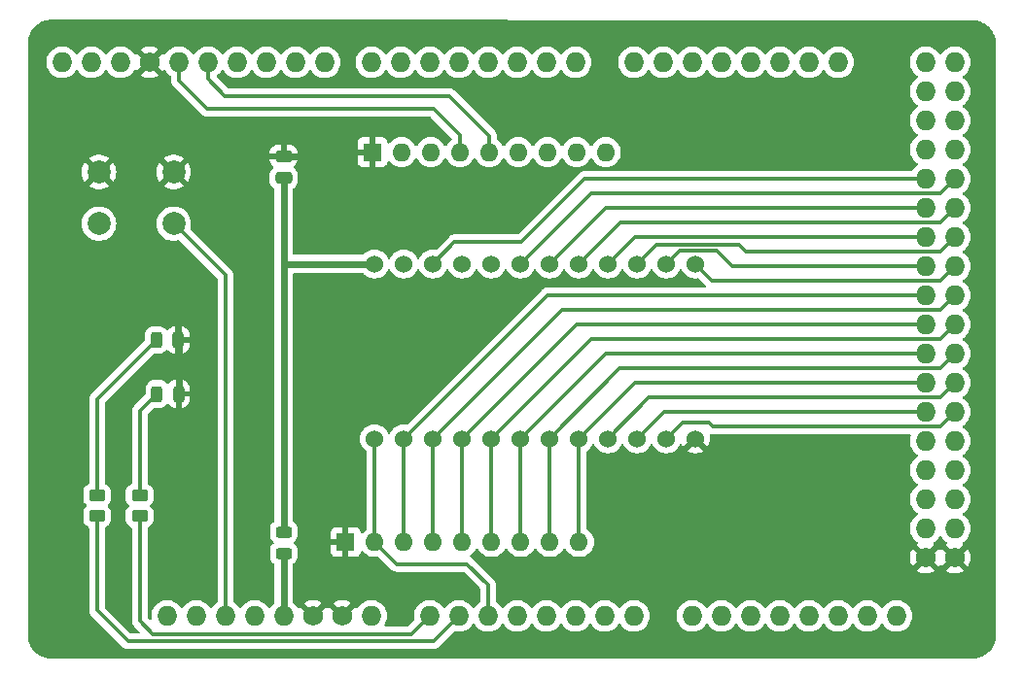
<source format=gbr>
G04 #@! TF.GenerationSoftware,KiCad,Pcbnew,7.0.8-7.0.8~ubuntu23.04.1*
G04 #@! TF.CreationDate,2023-10-29T22:49:27+00:00*
G04 #@! TF.ProjectId,2332 ROM Tester,32333332-2052-44f4-9d20-546573746572,1.0*
G04 #@! TF.SameCoordinates,Original*
G04 #@! TF.FileFunction,Copper,L1,Top*
G04 #@! TF.FilePolarity,Positive*
%FSLAX46Y46*%
G04 Gerber Fmt 4.6, Leading zero omitted, Abs format (unit mm)*
G04 Created by KiCad (PCBNEW 7.0.8-7.0.8~ubuntu23.04.1) date 2023-10-29 22:49:27*
%MOMM*%
%LPD*%
G01*
G04 APERTURE LIST*
G04 Aperture macros list*
%AMRoundRect*
0 Rectangle with rounded corners*
0 $1 Rounding radius*
0 $2 $3 $4 $5 $6 $7 $8 $9 X,Y pos of 4 corners*
0 Add a 4 corners polygon primitive as box body*
4,1,4,$2,$3,$4,$5,$6,$7,$8,$9,$2,$3,0*
0 Add four circle primitives for the rounded corners*
1,1,$1+$1,$2,$3*
1,1,$1+$1,$4,$5*
1,1,$1+$1,$6,$7*
1,1,$1+$1,$8,$9*
0 Add four rect primitives between the rounded corners*
20,1,$1+$1,$2,$3,$4,$5,0*
20,1,$1+$1,$4,$5,$6,$7,0*
20,1,$1+$1,$6,$7,$8,$9,0*
20,1,$1+$1,$8,$9,$2,$3,0*%
G04 Aperture macros list end*
G04 #@! TA.AperFunction,SMDPad,CuDef*
%ADD10RoundRect,0.243750X0.243750X0.456250X-0.243750X0.456250X-0.243750X-0.456250X0.243750X-0.456250X0*%
G04 #@! TD*
G04 #@! TA.AperFunction,ComponentPad*
%ADD11O,1.727200X1.727200*%
G04 #@! TD*
G04 #@! TA.AperFunction,ComponentPad*
%ADD12C,1.727200*%
G04 #@! TD*
G04 #@! TA.AperFunction,ComponentPad*
%ADD13C,1.530000*%
G04 #@! TD*
G04 #@! TA.AperFunction,ComponentPad*
%ADD14C,2.000000*%
G04 #@! TD*
G04 #@! TA.AperFunction,SMDPad,CuDef*
%ADD15RoundRect,0.243750X-0.456250X0.243750X-0.456250X-0.243750X0.456250X-0.243750X0.456250X0.243750X0*%
G04 #@! TD*
G04 #@! TA.AperFunction,SMDPad,CuDef*
%ADD16RoundRect,0.250000X-0.450000X0.262500X-0.450000X-0.262500X0.450000X-0.262500X0.450000X0.262500X0*%
G04 #@! TD*
G04 #@! TA.AperFunction,ComponentPad*
%ADD17R,1.600000X1.600000*%
G04 #@! TD*
G04 #@! TA.AperFunction,ComponentPad*
%ADD18O,1.600000X1.600000*%
G04 #@! TD*
G04 #@! TA.AperFunction,SMDPad,CuDef*
%ADD19RoundRect,0.250000X0.475000X-0.250000X0.475000X0.250000X-0.475000X0.250000X-0.475000X-0.250000X0*%
G04 #@! TD*
G04 #@! TA.AperFunction,Conductor*
%ADD20C,0.600000*%
G04 #@! TD*
G04 #@! TA.AperFunction,Conductor*
%ADD21C,0.350000*%
G04 #@! TD*
G04 #@! TA.AperFunction,Conductor*
%ADD22C,0.500000*%
G04 #@! TD*
G04 APERTURE END LIST*
D10*
G04 #@! TO.P,D2,1,K*
G04 #@! TO.N,GND*
X90918700Y-76980000D03*
G04 #@! TO.P,D2,2,A*
G04 #@! TO.N,Net-(D2-A)*
X89043700Y-76980000D03*
G04 #@! TD*
D11*
G04 #@! TO.P,A1,VIN,VIN*
G04 #@! TO.N,unconnected-(A1-PadVIN)*
X107700000Y-96330000D03*
G04 #@! TO.P,A1,SDA,SDA*
G04 #@! TO.N,unconnected-(A1-PadSDA)*
X83316000Y-48070000D03*
G04 #@! TO.P,A1,SCL,SCL*
G04 #@! TO.N,unconnected-(A1-PadSCL)*
X80776000Y-48070000D03*
G04 #@! TO.P,A1,RST1,RESET*
G04 #@! TO.N,Net-(A1-RESET)*
X95000000Y-96330000D03*
G04 #@! TO.P,A1,IORF,IOREF*
G04 #@! TO.N,unconnected-(A1-IOREF-PadIORF)*
X92460000Y-96330000D03*
D12*
G04 #@! TO.P,A1,GND6,GND*
G04 #@! TO.N,GND*
X158500000Y-91250000D03*
G04 #@! TO.P,A1,GND5,GND*
X155960000Y-91250000D03*
G04 #@! TO.P,A1,GND3,GND*
X105160000Y-96330000D03*
G04 #@! TO.P,A1,GND2,GND*
X102620000Y-96330000D03*
G04 #@! TO.P,A1,GND1,GND*
X88396000Y-48070000D03*
D11*
G04 #@! TO.P,A1,D53,D53_CS*
G04 #@! TO.N,unconnected-(A1-D53_CS-PadD53)*
X158500000Y-88710000D03*
G04 #@! TO.P,A1,D52,D52_SCK*
G04 #@! TO.N,unconnected-(A1-D52_SCK-PadD52)*
X155960000Y-88710000D03*
G04 #@! TO.P,A1,D51,D51_MOSI*
G04 #@! TO.N,unconnected-(A1-D51_MOSI-PadD51)*
X158500000Y-86170000D03*
G04 #@! TO.P,A1,D50,D50_MISO*
G04 #@! TO.N,unconnected-(A1-D50_MISO-PadD50)*
X155960000Y-86170000D03*
G04 #@! TO.P,A1,D49,D49*
G04 #@! TO.N,unconnected-(A1-PadD49)*
X158500000Y-83630000D03*
G04 #@! TO.P,A1,D48,D48*
G04 #@! TO.N,unconnected-(A1-PadD48)*
X155960000Y-83630000D03*
G04 #@! TO.P,A1,D47,D47*
G04 #@! TO.N,unconnected-(A1-PadD47)*
X158500000Y-81090000D03*
G04 #@! TO.P,A1,D46,D46*
G04 #@! TO.N,unconnected-(A1-PadD46)*
X155960000Y-81090000D03*
G04 #@! TO.P,A1,D45,D45*
G04 #@! TO.N,/D2*
X158500000Y-78550000D03*
G04 #@! TO.P,A1,D44,D44*
G04 #@! TO.N,/D1*
X155960000Y-78550000D03*
G04 #@! TO.P,A1,D43,D43*
G04 #@! TO.N,/D0*
X158500000Y-76010000D03*
G04 #@! TO.P,A1,D42,D42*
G04 #@! TO.N,/A0*
X155960000Y-76010000D03*
G04 #@! TO.P,A1,D41,D41*
G04 #@! TO.N,/A1*
X158500000Y-73470000D03*
G04 #@! TO.P,A1,D40,D40*
G04 #@! TO.N,/A2*
X155960000Y-73470000D03*
G04 #@! TO.P,A1,D39,D39*
G04 #@! TO.N,/A3*
X158500000Y-70930000D03*
G04 #@! TO.P,A1,D38,D38*
G04 #@! TO.N,/A4*
X155960000Y-70930000D03*
G04 #@! TO.P,A1,D37,D37*
G04 #@! TO.N,/A5*
X158500000Y-68390000D03*
G04 #@! TO.P,A1,D36,D36*
G04 #@! TO.N,/A6*
X155960000Y-68390000D03*
G04 #@! TO.P,A1,D35,D35*
G04 #@! TO.N,/D3*
X158500000Y-65850000D03*
G04 #@! TO.P,A1,D34,D34*
G04 #@! TO.N,/D4*
X155960000Y-65850000D03*
G04 #@! TO.P,A1,D33,D33*
G04 #@! TO.N,/D5*
X158500000Y-63310000D03*
G04 #@! TO.P,A1,D32,D32*
G04 #@! TO.N,/D6*
X155960000Y-63310000D03*
G04 #@! TO.P,A1,D31,D31*
G04 #@! TO.N,/D7*
X158500000Y-60770000D03*
G04 #@! TO.P,A1,D30,D30*
G04 #@! TO.N,/A11*
X155960000Y-60770000D03*
G04 #@! TO.P,A1,D29,D29*
G04 #@! TO.N,/A10*
X158500000Y-58230000D03*
G04 #@! TO.P,A1,D28,D28*
G04 #@! TO.N,/A9*
X155960000Y-58230000D03*
G04 #@! TO.P,A1,D27,D27*
G04 #@! TO.N,unconnected-(A1-PadD27)*
X158500000Y-55690000D03*
G04 #@! TO.P,A1,D26,D26*
G04 #@! TO.N,unconnected-(A1-PadD26)*
X155960000Y-55690000D03*
G04 #@! TO.P,A1,D25,D25*
G04 #@! TO.N,unconnected-(A1-PadD25)*
X158500000Y-53150000D03*
G04 #@! TO.P,A1,D24,D24*
G04 #@! TO.N,/A8*
X155960000Y-53150000D03*
G04 #@! TO.P,A1,D23,D23*
G04 #@! TO.N,unconnected-(A1-PadD23)*
X158500000Y-50610000D03*
G04 #@! TO.P,A1,D22,D22*
G04 #@! TO.N,unconnected-(A1-PadD22)*
X155960000Y-50610000D03*
G04 #@! TO.P,A1,D21,D21/SCL*
G04 #@! TO.N,unconnected-(A1-D21{slash}SCL-PadD21)*
X148340000Y-48070000D03*
G04 #@! TO.P,A1,D20,D20/SDA*
G04 #@! TO.N,unconnected-(A1-D20{slash}SDA-PadD20)*
X145800000Y-48070000D03*
G04 #@! TO.P,A1,D19,D19/RX1*
G04 #@! TO.N,unconnected-(A1-D19{slash}RX1-PadD19)*
X143260000Y-48070000D03*
G04 #@! TO.P,A1,D18,D18/TX1*
G04 #@! TO.N,unconnected-(A1-D18{slash}TX1-PadD18)*
X140720000Y-48070000D03*
G04 #@! TO.P,A1,D17,D17/RX2*
G04 #@! TO.N,unconnected-(A1-D17{slash}RX2-PadD17)*
X138180000Y-48070000D03*
G04 #@! TO.P,A1,D16,D16/TX2*
G04 #@! TO.N,unconnected-(A1-D16{slash}TX2-PadD16)*
X135640000Y-48070000D03*
G04 #@! TO.P,A1,D15,D15/RX3*
G04 #@! TO.N,unconnected-(A1-D15{slash}RX3-PadD15)*
X133100000Y-48070000D03*
G04 #@! TO.P,A1,D14,D14/TX3*
G04 #@! TO.N,unconnected-(A1-D14{slash}TX3-PadD14)*
X130560000Y-48070000D03*
G04 #@! TO.P,A1,D13,D13*
G04 #@! TO.N,/CE2*
X90936000Y-48070000D03*
G04 #@! TO.P,A1,D12,D12*
G04 #@! TO.N,/CE1*
X93476000Y-48070000D03*
G04 #@! TO.P,A1,D11,D11*
G04 #@! TO.N,unconnected-(A1-PadD11)*
X96016000Y-48070000D03*
G04 #@! TO.P,A1,D10,D10*
G04 #@! TO.N,unconnected-(A1-PadD10)*
X98556000Y-48070000D03*
G04 #@! TO.P,A1,D9,D9*
G04 #@! TO.N,unconnected-(A1-PadD9)*
X101096000Y-48070000D03*
G04 #@! TO.P,A1,D8,D8*
G04 #@! TO.N,unconnected-(A1-PadD8)*
X103636000Y-48070000D03*
G04 #@! TO.P,A1,D7,D7*
G04 #@! TO.N,unconnected-(A1-PadD7)*
X107700000Y-48070000D03*
G04 #@! TO.P,A1,D6,D6*
G04 #@! TO.N,unconnected-(A1-PadD6)*
X110240000Y-48070000D03*
G04 #@! TO.P,A1,D5,D5*
G04 #@! TO.N,unconnected-(A1-PadD5)*
X112780000Y-48070000D03*
G04 #@! TO.P,A1,D4,D4*
G04 #@! TO.N,unconnected-(A1-PadD4)*
X115320000Y-48070000D03*
G04 #@! TO.P,A1,D3,D3_INT1*
G04 #@! TO.N,unconnected-(A1-D3_INT1-PadD3)*
X117860000Y-48070000D03*
G04 #@! TO.P,A1,D2,D2_INT0*
G04 #@! TO.N,unconnected-(A1-D2_INT0-PadD2)*
X120400000Y-48070000D03*
G04 #@! TO.P,A1,D1,D1/TX0*
G04 #@! TO.N,unconnected-(A1-D1{slash}TX0-PadD1)*
X122940000Y-48070000D03*
G04 #@! TO.P,A1,D0,D0/RX0*
G04 #@! TO.N,unconnected-(A1-D0{slash}RX0-PadD0)*
X125480000Y-48070000D03*
G04 #@! TO.P,A1,AREF,AREF*
G04 #@! TO.N,unconnected-(A1-PadAREF)*
X85856000Y-48070000D03*
G04 #@! TO.P,A1,A15,A15*
G04 #@! TO.N,unconnected-(A1-PadA15)*
X153420000Y-96330000D03*
G04 #@! TO.P,A1,A14,A14*
G04 #@! TO.N,unconnected-(A1-PadA14)*
X150880000Y-96330000D03*
G04 #@! TO.P,A1,A13,A13*
G04 #@! TO.N,unconnected-(A1-PadA13)*
X148340000Y-96330000D03*
G04 #@! TO.P,A1,A12,A12*
G04 #@! TO.N,unconnected-(A1-PadA12)*
X145800000Y-96330000D03*
G04 #@! TO.P,A1,A11,A11*
G04 #@! TO.N,unconnected-(A1-PadA11)*
X143260000Y-96330000D03*
G04 #@! TO.P,A1,A10,A10*
G04 #@! TO.N,unconnected-(A1-PadA10)*
X140720000Y-96330000D03*
G04 #@! TO.P,A1,A9,A9*
G04 #@! TO.N,unconnected-(A1-PadA9)*
X138180000Y-96330000D03*
G04 #@! TO.P,A1,A8,A8*
G04 #@! TO.N,unconnected-(A1-PadA8)*
X135640000Y-96330000D03*
G04 #@! TO.P,A1,A7,A7*
G04 #@! TO.N,unconnected-(A1-PadA7)*
X130560000Y-96330000D03*
G04 #@! TO.P,A1,A6,A6*
G04 #@! TO.N,unconnected-(A1-PadA6)*
X128020000Y-96330000D03*
G04 #@! TO.P,A1,A5,A5*
G04 #@! TO.N,unconnected-(A1-PadA5)*
X125480000Y-96330000D03*
G04 #@! TO.P,A1,A4,A4*
G04 #@! TO.N,unconnected-(A1-PadA4)*
X122940000Y-96330000D03*
G04 #@! TO.P,A1,A3,A3*
G04 #@! TO.N,unconnected-(A1-PadA3)*
X120400000Y-96330000D03*
G04 #@! TO.P,A1,A2,A2*
G04 #@! TO.N,/A7*
X117860000Y-96330000D03*
G04 #@! TO.P,A1,A1,A1*
G04 #@! TO.N,Net-(A1-PadA1)*
X115320000Y-96330000D03*
G04 #@! TO.P,A1,A0,A0*
G04 #@! TO.N,Net-(A1-PadA0)*
X112780000Y-96330000D03*
G04 #@! TO.P,A1,5V4,5V*
G04 #@! TO.N,unconnected-(A1-5V-Pad5V4)*
X158500000Y-48070000D03*
G04 #@! TO.P,A1,5V3,5V*
G04 #@! TO.N,unconnected-(A1-5V-Pad5V3)*
X155960000Y-48070000D03*
G04 #@! TO.P,A1,5V1,5V*
G04 #@! TO.N,Net-(A1-5V-Pad5V1)*
X100080000Y-96330000D03*
G04 #@! TO.P,A1,3V3,3.3V*
G04 #@! TO.N,unconnected-(A1-3.3V-Pad3V3)*
X97540000Y-96330000D03*
G04 #@! TO.P,A1,*
G04 #@! TO.N,*
X89920000Y-96330000D03*
G04 #@! TD*
D13*
G04 #@! TO.P,U1,1,A7*
G04 #@! TO.N,/A7*
X107980000Y-80890000D03*
G04 #@! TO.P,U1,2,A6*
G04 #@! TO.N,/A6*
X110520000Y-80890000D03*
G04 #@! TO.P,U1,3,A5*
G04 #@! TO.N,/A5*
X113060000Y-80890000D03*
G04 #@! TO.P,U1,4,A4*
G04 #@! TO.N,/A4*
X115600000Y-80890000D03*
G04 #@! TO.P,U1,5,A3*
G04 #@! TO.N,/A3*
X118140000Y-80890000D03*
G04 #@! TO.P,U1,6,A2*
G04 #@! TO.N,/A2*
X120680000Y-80890000D03*
G04 #@! TO.P,U1,7,A1*
G04 #@! TO.N,/A1*
X123220000Y-80890000D03*
G04 #@! TO.P,U1,8,A0*
G04 #@! TO.N,/A0*
X125760000Y-80890000D03*
G04 #@! TO.P,U1,9,D0*
G04 #@! TO.N,/D0*
X128300000Y-80890000D03*
G04 #@! TO.P,U1,10,D1*
G04 #@! TO.N,/D1*
X130840000Y-80890000D03*
G04 #@! TO.P,U1,11,D2*
G04 #@! TO.N,/D2*
X133380000Y-80890000D03*
G04 #@! TO.P,U1,12,VSS*
G04 #@! TO.N,GND*
X135920000Y-80890000D03*
G04 #@! TO.P,U1,13,D3*
G04 #@! TO.N,/D3*
X135920000Y-65650000D03*
G04 #@! TO.P,U1,14,D4*
G04 #@! TO.N,/D4*
X133380000Y-65650000D03*
G04 #@! TO.P,U1,15,D5*
G04 #@! TO.N,/D5*
X130840000Y-65650000D03*
G04 #@! TO.P,U1,16,D6*
G04 #@! TO.N,/D6*
X128300000Y-65650000D03*
G04 #@! TO.P,U1,17,D7*
G04 #@! TO.N,/D7*
X125760000Y-65650000D03*
G04 #@! TO.P,U1,18,A11*
G04 #@! TO.N,/A11*
X123220000Y-65650000D03*
G04 #@! TO.P,U1,19,A10*
G04 #@! TO.N,/A10*
X120680000Y-65650000D03*
G04 #@! TO.P,U1,20,~{CE1}*
G04 #@! TO.N,/CE1*
X118140000Y-65650000D03*
G04 #@! TO.P,U1,21,CE2*
G04 #@! TO.N,/CE2*
X115600000Y-65650000D03*
G04 #@! TO.P,U1,22,A9*
G04 #@! TO.N,/A9*
X113060000Y-65650000D03*
G04 #@! TO.P,U1,23,A8*
G04 #@! TO.N,/A8*
X110520000Y-65650000D03*
G04 #@! TO.P,U1,24,VCC*
G04 #@! TO.N,VCC*
X107980000Y-65650000D03*
G04 #@! TD*
D14*
G04 #@! TO.P,SW1,2,B*
G04 #@! TO.N,Net-(A1-RESET)*
X90496800Y-62138800D03*
X83996800Y-62138800D03*
G04 #@! TO.P,SW1,1,A*
G04 #@! TO.N,GND*
X90496800Y-57638800D03*
X83996800Y-57638800D03*
G04 #@! TD*
D10*
G04 #@! TO.P,D1,1,K*
G04 #@! TO.N,GND*
X90868700Y-72280000D03*
G04 #@! TO.P,D1,2,A*
G04 #@! TO.N,Net-(D1-A)*
X88993700Y-72280000D03*
G04 #@! TD*
D15*
G04 #@! TO.P,F1,1*
G04 #@! TO.N,VCC*
X100076000Y-89006900D03*
G04 #@! TO.P,F1,2*
G04 #@! TO.N,Net-(A1-5V-Pad5V1)*
X100076000Y-90881900D03*
G04 #@! TD*
D16*
G04 #@! TO.P,R2,1*
G04 #@! TO.N,Net-(D1-A)*
X83820000Y-85803100D03*
G04 #@! TO.P,R2,2*
G04 #@! TO.N,Net-(A1-PadA1)*
X83820000Y-87628100D03*
G04 #@! TD*
G04 #@! TO.P,R1,1*
G04 #@! TO.N,Net-(D2-A)*
X87528400Y-85803100D03*
G04 #@! TO.P,R1,2*
G04 #@! TO.N,Net-(A1-PadA0)*
X87528400Y-87628100D03*
G04 #@! TD*
D17*
G04 #@! TO.P,RN2,1,common*
G04 #@! TO.N,GND*
X107810000Y-55900000D03*
D18*
G04 #@! TO.P,RN2,2,R1*
G04 #@! TO.N,/A8*
X110350000Y-55900000D03*
G04 #@! TO.P,RN2,3,R2*
G04 #@! TO.N,/A9*
X112890000Y-55900000D03*
G04 #@! TO.P,RN2,4,R3*
G04 #@! TO.N,/CE2*
X115430000Y-55900000D03*
G04 #@! TO.P,RN2,5,R4*
G04 #@! TO.N,/CE1*
X117970000Y-55900000D03*
G04 #@! TO.P,RN2,6,R5*
G04 #@! TO.N,/A10*
X120510000Y-55900000D03*
G04 #@! TO.P,RN2,7,R6*
G04 #@! TO.N,/A11*
X123050000Y-55900000D03*
G04 #@! TO.P,RN2,8,R7*
G04 #@! TO.N,unconnected-(RN2-R7-Pad8)*
X125590000Y-55900000D03*
G04 #@! TO.P,RN2,9,R8*
G04 #@! TO.N,unconnected-(RN2-R8-Pad9)*
X128130000Y-55900000D03*
G04 #@! TD*
D17*
G04 #@! TO.P,RN1,1,common*
G04 #@! TO.N,GND*
X105470000Y-89900000D03*
D18*
G04 #@! TO.P,RN1,2,R1*
G04 #@! TO.N,/A7*
X108010000Y-89900000D03*
G04 #@! TO.P,RN1,3,R2*
G04 #@! TO.N,/A6*
X110550000Y-89900000D03*
G04 #@! TO.P,RN1,4,R3*
G04 #@! TO.N,/A5*
X113090000Y-89900000D03*
G04 #@! TO.P,RN1,5,R4*
G04 #@! TO.N,/A4*
X115630000Y-89900000D03*
G04 #@! TO.P,RN1,6,R5*
G04 #@! TO.N,/A3*
X118170000Y-89900000D03*
G04 #@! TO.P,RN1,7,R6*
G04 #@! TO.N,/A2*
X120710000Y-89900000D03*
G04 #@! TO.P,RN1,8,R7*
G04 #@! TO.N,/A1*
X123250000Y-89900000D03*
G04 #@! TO.P,RN1,9,R8*
G04 #@! TO.N,/A0*
X125790000Y-89900000D03*
G04 #@! TD*
D19*
G04 #@! TO.P,C1,1*
G04 #@! TO.N,VCC*
X100076000Y-58150800D03*
G04 #@! TO.P,C1,2*
G04 #@! TO.N,GND*
X100076000Y-56250800D03*
G04 #@! TD*
D20*
G04 #@! TO.N,VCC*
X100076000Y-58150800D02*
X100076000Y-65654000D01*
G04 #@! TO.N,GND*
X100076000Y-56250800D02*
X101699200Y-56250800D01*
X101699200Y-56250800D02*
X102050000Y-55900000D01*
X90868700Y-72280000D02*
X90868700Y-68821500D01*
X90868700Y-68821500D02*
X87528400Y-65481200D01*
X87528400Y-65481200D02*
X87528400Y-61170400D01*
X87528400Y-61170400D02*
X83996800Y-57638800D01*
D21*
G04 #@! TO.N,Net-(D1-A)*
X88993700Y-72280000D02*
X83820000Y-77453700D01*
X83820000Y-77453700D02*
X83820000Y-78740000D01*
X83820000Y-85803100D02*
X83820000Y-78740000D01*
G04 #@! TO.N,Net-(D2-A)*
X87528400Y-85803100D02*
X87528400Y-79095600D01*
X87528400Y-78495300D02*
X87528400Y-79095600D01*
X89043700Y-76980000D02*
X87528400Y-78495300D01*
G04 #@! TO.N,Net-(A1-PadA1)*
X86512400Y-98550000D02*
X113100000Y-98550000D01*
X83820000Y-87628100D02*
X83820000Y-95857600D01*
X83820000Y-95857600D02*
X86512400Y-98550000D01*
G04 #@! TO.N,Net-(A1-PadA0)*
X111210000Y-97900000D02*
X88696800Y-97900000D01*
X87528400Y-87628100D02*
X87528400Y-96731600D01*
X87528400Y-96731600D02*
X88696800Y-97900000D01*
G04 #@! TO.N,Net-(A1-PadA1)*
X113100000Y-98550000D02*
X115320000Y-96330000D01*
G04 #@! TO.N,Net-(A1-PadA0)*
X112780000Y-96330000D02*
X111210000Y-97900000D01*
D20*
G04 #@! TO.N,GND*
X90918700Y-76980000D02*
X90918700Y-72330000D01*
X90918700Y-72330000D02*
X90868700Y-72280000D01*
D21*
G04 #@! TO.N,Net-(A1-RESET)*
X90496800Y-62138800D02*
X95000000Y-66642000D01*
X95000000Y-66642000D02*
X95000000Y-96330000D01*
D22*
G04 #@! TO.N,GND*
X100080000Y-55970000D02*
X100100000Y-55950000D01*
D20*
G04 #@! TO.N,VCC*
X100076000Y-65654000D02*
X100080000Y-65650000D01*
X107980000Y-65650000D02*
X100080000Y-65650000D01*
X100076000Y-89006900D02*
X100076000Y-65654000D01*
D21*
G04 #@! TO.N,/CE1*
X93476000Y-49534000D02*
X94942000Y-51000000D01*
X93476000Y-48070000D02*
X93476000Y-49534000D01*
X94942000Y-51000000D02*
X114450000Y-51000000D01*
X114450000Y-51000000D02*
X117970000Y-54520000D01*
X117970000Y-54520000D02*
X117970000Y-55900000D01*
G04 #@! TO.N,/CE2*
X90936000Y-49636000D02*
X90936000Y-48070000D01*
X113150000Y-52150000D02*
X93450000Y-52150000D01*
X93450000Y-52150000D02*
X90936000Y-49636000D01*
X115430000Y-54430000D02*
X113150000Y-52150000D01*
X115430000Y-55900000D02*
X115430000Y-54430000D01*
G04 #@! TO.N,/D0*
X131873869Y-77300000D02*
X157210000Y-77300000D01*
X131873869Y-77316131D02*
X128300000Y-80890000D01*
X157210000Y-77300000D02*
X158500000Y-76010000D01*
G04 #@! TO.N,/D1*
X133180000Y-78550000D02*
X130840000Y-80890000D01*
X155960000Y-78550000D02*
X133180000Y-78550000D01*
G04 #@! TO.N,/D2*
X157266131Y-79800000D02*
X157266131Y-79783869D01*
X137433869Y-79800000D02*
X157266131Y-79800000D01*
X137100000Y-79450000D02*
X137433869Y-79783869D01*
X133380000Y-80890000D02*
X134820000Y-79450000D01*
X134820000Y-79450000D02*
X137100000Y-79450000D01*
X157266131Y-79783869D02*
X158500000Y-78550000D01*
G04 #@! TO.N,/D3*
X137353869Y-67083869D02*
X135920000Y-65650000D01*
X157266131Y-67100000D02*
X137353869Y-67100000D01*
X157266131Y-67083869D02*
X158500000Y-65850000D01*
X157266131Y-67100000D02*
X157266131Y-67083869D01*
G04 #@! TO.N,/D4*
X137760000Y-64510000D02*
X134520000Y-64510000D01*
X134520000Y-64510000D02*
X133380000Y-65650000D01*
X139100000Y-65850000D02*
X137760000Y-64510000D01*
X155960000Y-65850000D02*
X139100000Y-65850000D01*
G04 #@! TO.N,/D5*
X157266131Y-64543869D02*
X158500000Y-63310000D01*
X157266131Y-64550000D02*
X157266131Y-64543869D01*
X130840000Y-65650000D02*
X132540000Y-63950000D01*
X132540000Y-63950000D02*
X139750000Y-63950000D01*
X140343869Y-64550000D02*
X157266131Y-64550000D01*
X139750000Y-63950000D02*
X140343869Y-64543869D01*
G04 #@! TO.N,/D6*
X130640000Y-63310000D02*
X155960000Y-63310000D01*
X128300000Y-65650000D02*
X130640000Y-63310000D01*
G04 #@! TO.N,/D7*
X129360000Y-62050000D02*
X157220000Y-62050000D01*
X157220000Y-62050000D02*
X158500000Y-60770000D01*
X125760000Y-65650000D02*
X129360000Y-62050000D01*
G04 #@! TO.N,/A0*
X130640000Y-76010000D02*
X155960000Y-76010000D01*
X125760000Y-80890000D02*
X130640000Y-76010000D01*
X125790000Y-80920000D02*
X125760000Y-80890000D01*
X125790000Y-89900000D02*
X125790000Y-80920000D01*
G04 #@! TO.N,/A1*
X123220000Y-80890000D02*
X129333869Y-74776131D01*
X123250000Y-80920000D02*
X123220000Y-80890000D01*
X129333869Y-74750000D02*
X157220000Y-74750000D01*
X123250000Y-89900000D02*
X123250000Y-80920000D01*
X157220000Y-74750000D02*
X158500000Y-73470000D01*
G04 #@! TO.N,/A2*
X120680000Y-80890000D02*
X120680000Y-89870000D01*
X128100000Y-73470000D02*
X155960000Y-73470000D01*
X120680000Y-89870000D02*
X120710000Y-89900000D01*
X120680000Y-80890000D02*
X128100000Y-73470000D01*
G04 #@! TO.N,/A3*
X118170000Y-80920000D02*
X118140000Y-80890000D01*
X157266131Y-72163869D02*
X157266131Y-72200000D01*
X157266131Y-72200000D02*
X126830000Y-72200000D01*
X126830000Y-72200000D02*
X126390000Y-72640000D01*
X126390000Y-72640000D02*
X118140000Y-80890000D01*
X158500000Y-70930000D02*
X157266131Y-72163869D01*
X118170000Y-89900000D02*
X118170000Y-80920000D01*
G04 #@! TO.N,/A4*
X115600000Y-89870000D02*
X115630000Y-89900000D01*
X115600000Y-80890000D02*
X125560000Y-70930000D01*
X115600000Y-80890000D02*
X115600000Y-89870000D01*
X125560000Y-70930000D02*
X155960000Y-70930000D01*
G04 #@! TO.N,/A5*
X124300000Y-69650000D02*
X113060000Y-80890000D01*
X113090000Y-80920000D02*
X113060000Y-80890000D01*
X113090000Y-89900000D02*
X113090000Y-80920000D01*
X158500000Y-68390000D02*
X157266131Y-69623869D01*
X157266131Y-69623869D02*
X157266131Y-69650000D01*
X157266131Y-69650000D02*
X124300000Y-69650000D01*
G04 #@! TO.N,/A6*
X110520000Y-89870000D02*
X110550000Y-89900000D01*
X110520000Y-80890000D02*
X110520000Y-89870000D01*
X155960000Y-68390000D02*
X123020000Y-68390000D01*
X123020000Y-68390000D02*
X110520000Y-80890000D01*
G04 #@! TO.N,/A7*
X109910000Y-91800000D02*
X108010000Y-89900000D01*
X116050000Y-91800000D02*
X109910000Y-91800000D01*
X117860000Y-96330000D02*
X117860000Y-93610000D01*
X117860000Y-93610000D02*
X116050000Y-91800000D01*
X108010000Y-80920000D02*
X107980000Y-80890000D01*
X108010000Y-89900000D02*
X108010000Y-80920000D01*
G04 #@! TO.N,/A9*
X126301000Y-58230000D02*
X155960000Y-58230000D01*
X113060000Y-65650000D02*
X114956000Y-63754000D01*
X120777000Y-63754000D02*
X126301000Y-58230000D01*
X114956000Y-63754000D02*
X120777000Y-63754000D01*
G04 #@! TO.N,/A10*
X126830000Y-59500000D02*
X120680000Y-65650000D01*
X157230000Y-59500000D02*
X126830000Y-59500000D01*
X158500000Y-58230000D02*
X157230000Y-59500000D01*
G04 #@! TO.N,/A11*
X128100000Y-60770000D02*
X123220000Y-65650000D01*
X155960000Y-60770000D02*
X128100000Y-60770000D01*
D22*
G04 #@! TO.N,Net-(D1-A)*
X89043700Y-72330000D02*
X88993700Y-72280000D01*
G04 #@! TO.N,GND*
X107810000Y-55900000D02*
X102050000Y-55900000D01*
X102050000Y-55900000D02*
X102000000Y-55950000D01*
D21*
G04 #@! TO.N,Net-(A1-5V-Pad5V1)*
X100076000Y-96326000D02*
X100080000Y-96330000D01*
D20*
X100076000Y-90881900D02*
X100076000Y-96326000D01*
G04 #@! TD*
G04 #@! TA.AperFunction,Conductor*
G04 #@! TO.N,GND*
G36*
X134717864Y-66110531D02*
G01*
X134762381Y-66161907D01*
X134819858Y-66285167D01*
X134946868Y-66466555D01*
X135103445Y-66623132D01*
X135284833Y-66750142D01*
X135405572Y-66806443D01*
X135485513Y-66843720D01*
X135485515Y-66843720D01*
X135485520Y-66843723D01*
X135699409Y-66901035D01*
X135856974Y-66914820D01*
X135919998Y-66920334D01*
X135920000Y-66920334D01*
X135920002Y-66920334D01*
X135964118Y-66916474D01*
X136140591Y-66901035D01*
X136140605Y-66901031D01*
X136140893Y-66900981D01*
X136141031Y-66900996D01*
X136145985Y-66900563D01*
X136146072Y-66901558D01*
X136210333Y-66908721D01*
X136250114Y-66935415D01*
X136772359Y-67457660D01*
X136789248Y-67480613D01*
X136789599Y-67480372D01*
X136793861Y-67486547D01*
X136813109Y-67508273D01*
X136842831Y-67571506D01*
X136833647Y-67640769D01*
X136788475Y-67694073D01*
X136721656Y-67714493D01*
X136720294Y-67714500D01*
X123042289Y-67714500D01*
X123038544Y-67714387D01*
X122978916Y-67710780D01*
X122978913Y-67710780D01*
X122920155Y-67721548D01*
X122916453Y-67722111D01*
X122857154Y-67729312D01*
X122848383Y-67732638D01*
X122826777Y-67738660D01*
X122823675Y-67739229D01*
X122817560Y-67740350D01*
X122763075Y-67764869D01*
X122759618Y-67766301D01*
X122703774Y-67787481D01*
X122703770Y-67787484D01*
X122696056Y-67792808D01*
X122676525Y-67803824D01*
X122667970Y-67807674D01*
X122620943Y-67844517D01*
X122617928Y-67846736D01*
X122568772Y-67880667D01*
X122568769Y-67880670D01*
X122529164Y-67925373D01*
X122526597Y-67928100D01*
X110850113Y-79604584D01*
X110788790Y-79638069D01*
X110746029Y-79638920D01*
X110745984Y-79639437D01*
X110741179Y-79639016D01*
X110740913Y-79639022D01*
X110740594Y-79638966D01*
X110740591Y-79638965D01*
X110630295Y-79629315D01*
X110520002Y-79619666D01*
X110519998Y-79619666D01*
X110299414Y-79638964D01*
X110299407Y-79638965D01*
X110085524Y-79696275D01*
X110085513Y-79696279D01*
X109884836Y-79789856D01*
X109884834Y-79789857D01*
X109703444Y-79916868D01*
X109546868Y-80073444D01*
X109419857Y-80254834D01*
X109419856Y-80254836D01*
X109362382Y-80378091D01*
X109316210Y-80430531D01*
X109249017Y-80449683D01*
X109182135Y-80429467D01*
X109137618Y-80378091D01*
X109080143Y-80254836D01*
X109080142Y-80254834D01*
X109080142Y-80254833D01*
X108953132Y-80073445D01*
X108796555Y-79916868D01*
X108615167Y-79789858D01*
X108615163Y-79789856D01*
X108414486Y-79696279D01*
X108414475Y-79696275D01*
X108200592Y-79638965D01*
X108200585Y-79638964D01*
X107980002Y-79619666D01*
X107979998Y-79619666D01*
X107759414Y-79638964D01*
X107759407Y-79638965D01*
X107545524Y-79696275D01*
X107545513Y-79696279D01*
X107344836Y-79789856D01*
X107344834Y-79789857D01*
X107163444Y-79916868D01*
X107006868Y-80073444D01*
X106879857Y-80254834D01*
X106879856Y-80254836D01*
X106786279Y-80455513D01*
X106786275Y-80455524D01*
X106728965Y-80669407D01*
X106728964Y-80669414D01*
X106709666Y-80889998D01*
X106709666Y-80890001D01*
X106728964Y-81110585D01*
X106728965Y-81110592D01*
X106786275Y-81324475D01*
X106786279Y-81324486D01*
X106879740Y-81524915D01*
X106879858Y-81525167D01*
X106925639Y-81590548D01*
X107006868Y-81706555D01*
X107163443Y-81863130D01*
X107163449Y-81863135D01*
X107281623Y-81945881D01*
X107325248Y-82000458D01*
X107334500Y-82047456D01*
X107334500Y-88720821D01*
X107314815Y-88787860D01*
X107281624Y-88822396D01*
X107170856Y-88899956D01*
X107009951Y-89060861D01*
X106992287Y-89086088D01*
X106937710Y-89129712D01*
X106868211Y-89136904D01*
X106805857Y-89105380D01*
X106770445Y-89045150D01*
X106767425Y-89028218D01*
X106763598Y-88992627D01*
X106763596Y-88992620D01*
X106713354Y-88857913D01*
X106713350Y-88857906D01*
X106627190Y-88742812D01*
X106627187Y-88742809D01*
X106512093Y-88656649D01*
X106512086Y-88656645D01*
X106377379Y-88606403D01*
X106377372Y-88606401D01*
X106317844Y-88600000D01*
X105720000Y-88600000D01*
X105720000Y-89584314D01*
X105708045Y-89572359D01*
X105595148Y-89514835D01*
X105501481Y-89500000D01*
X105438519Y-89500000D01*
X105344852Y-89514835D01*
X105231955Y-89572359D01*
X105220000Y-89584314D01*
X105220000Y-88600000D01*
X104622155Y-88600000D01*
X104562627Y-88606401D01*
X104562620Y-88606403D01*
X104427913Y-88656645D01*
X104427906Y-88656649D01*
X104312812Y-88742809D01*
X104312809Y-88742812D01*
X104226649Y-88857906D01*
X104226645Y-88857913D01*
X104176403Y-88992620D01*
X104176401Y-88992627D01*
X104170000Y-89052155D01*
X104170000Y-89650000D01*
X105154314Y-89650000D01*
X105142359Y-89661955D01*
X105084835Y-89774852D01*
X105065014Y-89900000D01*
X105084835Y-90025148D01*
X105142359Y-90138045D01*
X105154314Y-90150000D01*
X104170000Y-90150000D01*
X104170000Y-90747844D01*
X104176401Y-90807372D01*
X104176403Y-90807379D01*
X104226645Y-90942086D01*
X104226649Y-90942093D01*
X104312809Y-91057187D01*
X104312812Y-91057190D01*
X104427906Y-91143350D01*
X104427913Y-91143354D01*
X104562620Y-91193596D01*
X104562627Y-91193598D01*
X104622155Y-91199999D01*
X104622172Y-91200000D01*
X105220000Y-91200000D01*
X105220000Y-90215686D01*
X105231955Y-90227641D01*
X105344852Y-90285165D01*
X105438519Y-90300000D01*
X105501481Y-90300000D01*
X105595148Y-90285165D01*
X105708045Y-90227641D01*
X105720000Y-90215686D01*
X105720000Y-91200000D01*
X106317828Y-91200000D01*
X106317844Y-91199999D01*
X106377372Y-91193598D01*
X106377379Y-91193596D01*
X106512086Y-91143354D01*
X106512093Y-91143350D01*
X106627187Y-91057190D01*
X106627190Y-91057187D01*
X106713350Y-90942093D01*
X106713354Y-90942086D01*
X106763596Y-90807380D01*
X106767424Y-90771781D01*
X106794162Y-90707230D01*
X106851555Y-90667382D01*
X106921380Y-90664888D01*
X106981469Y-90700540D01*
X106992289Y-90713912D01*
X107009956Y-90739143D01*
X107170858Y-90900045D01*
X107176302Y-90903857D01*
X107357266Y-91030568D01*
X107563504Y-91126739D01*
X107563509Y-91126740D01*
X107563511Y-91126741D01*
X107610427Y-91139312D01*
X107783308Y-91185635D01*
X107945230Y-91199801D01*
X108009998Y-91205468D01*
X108010000Y-91205468D01*
X108010002Y-91205468D01*
X108123535Y-91195535D01*
X108236692Y-91185635D01*
X108249275Y-91182263D01*
X108319122Y-91183922D01*
X108369054Y-91214355D01*
X109416611Y-92261912D01*
X109419163Y-92264624D01*
X109458772Y-92309333D01*
X109507932Y-92343265D01*
X109510949Y-92345486D01*
X109549827Y-92375944D01*
X109557972Y-92382326D01*
X109566515Y-92386171D01*
X109586067Y-92397198D01*
X109593774Y-92402518D01*
X109649639Y-92423705D01*
X109653070Y-92425126D01*
X109707561Y-92449650D01*
X109716776Y-92451338D01*
X109738389Y-92457363D01*
X109747155Y-92460688D01*
X109806471Y-92467890D01*
X109810158Y-92468451D01*
X109868915Y-92479219D01*
X109868916Y-92479218D01*
X109868917Y-92479219D01*
X109928534Y-92475613D01*
X109932278Y-92475500D01*
X115718837Y-92475500D01*
X115785876Y-92495185D01*
X115806518Y-92511819D01*
X117148181Y-93853482D01*
X117181666Y-93914805D01*
X117184500Y-93941163D01*
X117184500Y-95070632D01*
X117164815Y-95137671D01*
X117119524Y-95179683D01*
X117111357Y-95184103D01*
X117111347Y-95184109D01*
X116932955Y-95322958D01*
X116932950Y-95322963D01*
X116779850Y-95489272D01*
X116779842Y-95489283D01*
X116693808Y-95620968D01*
X116640662Y-95666325D01*
X116571430Y-95675748D01*
X116508095Y-95646246D01*
X116486192Y-95620968D01*
X116400157Y-95489283D01*
X116400149Y-95489272D01*
X116247049Y-95322963D01*
X116247048Y-95322962D01*
X116247046Y-95322960D01*
X116068649Y-95184107D01*
X115969520Y-95130461D01*
X115869832Y-95076512D01*
X115869827Y-95076510D01*
X115656017Y-95003109D01*
X115488778Y-94975202D01*
X115433033Y-94965900D01*
X115206967Y-94965900D01*
X115162370Y-94973341D01*
X114983982Y-95003109D01*
X114770172Y-95076510D01*
X114770167Y-95076512D01*
X114571352Y-95184106D01*
X114392955Y-95322959D01*
X114392950Y-95322963D01*
X114239850Y-95489272D01*
X114239842Y-95489283D01*
X114153808Y-95620968D01*
X114100662Y-95666325D01*
X114031430Y-95675748D01*
X113968095Y-95646246D01*
X113946192Y-95620968D01*
X113860157Y-95489283D01*
X113860149Y-95489272D01*
X113707049Y-95322963D01*
X113707048Y-95322962D01*
X113707046Y-95322960D01*
X113528649Y-95184107D01*
X113429520Y-95130461D01*
X113329832Y-95076512D01*
X113329827Y-95076510D01*
X113116017Y-95003109D01*
X112948778Y-94975202D01*
X112893033Y-94965900D01*
X112666967Y-94965900D01*
X112622370Y-94973341D01*
X112443982Y-95003109D01*
X112230172Y-95076510D01*
X112230167Y-95076512D01*
X112031352Y-95184106D01*
X111852955Y-95322959D01*
X111852950Y-95322963D01*
X111699850Y-95489272D01*
X111699842Y-95489283D01*
X111576198Y-95678533D01*
X111485388Y-95885560D01*
X111429892Y-96104710D01*
X111411225Y-96329993D01*
X111411225Y-96330006D01*
X111429892Y-96555289D01*
X111446849Y-96622251D01*
X111444224Y-96692071D01*
X111414324Y-96740372D01*
X110966516Y-97188182D01*
X110905196Y-97221666D01*
X110878837Y-97224500D01*
X108974151Y-97224500D01*
X108907112Y-97204815D01*
X108861357Y-97152011D01*
X108851413Y-97082853D01*
X108870343Y-97032678D01*
X108899201Y-96988507D01*
X108903802Y-96981465D01*
X108994611Y-96774441D01*
X109050107Y-96555293D01*
X109058683Y-96451799D01*
X109068775Y-96330006D01*
X109068775Y-96329993D01*
X109055707Y-96172294D01*
X109050107Y-96104707D01*
X108994611Y-95885559D01*
X108903802Y-95678535D01*
X108902578Y-95676662D01*
X108780157Y-95489283D01*
X108780149Y-95489272D01*
X108627049Y-95322963D01*
X108627048Y-95322962D01*
X108627046Y-95322960D01*
X108448649Y-95184107D01*
X108349520Y-95130461D01*
X108249832Y-95076512D01*
X108249827Y-95076510D01*
X108036017Y-95003109D01*
X107868778Y-94975202D01*
X107813033Y-94965900D01*
X107586967Y-94965900D01*
X107542370Y-94973341D01*
X107363982Y-95003109D01*
X107150172Y-95076510D01*
X107150167Y-95076512D01*
X106951352Y-95184106D01*
X106772955Y-95322959D01*
X106772950Y-95322963D01*
X106619850Y-95489272D01*
X106619842Y-95489283D01*
X106533509Y-95621425D01*
X106480363Y-95666782D01*
X106411131Y-95676205D01*
X106347796Y-95646702D01*
X106325892Y-95621424D01*
X106284888Y-95558663D01*
X105649521Y-96194029D01*
X105626845Y-96116799D01*
X105547869Y-95993910D01*
X105437470Y-95898248D01*
X105304592Y-95837565D01*
X105299599Y-95836847D01*
X105932859Y-95203587D01*
X105932858Y-95203585D01*
X105908378Y-95184531D01*
X105908368Y-95184524D01*
X105709639Y-95076977D01*
X105709624Y-95076970D01*
X105495893Y-95003596D01*
X105272990Y-94966400D01*
X105047010Y-94966400D01*
X104824106Y-95003596D01*
X104610375Y-95076970D01*
X104610369Y-95076972D01*
X104411623Y-95184529D01*
X104411617Y-95184533D01*
X104387140Y-95203584D01*
X104387140Y-95203586D01*
X105020401Y-95836847D01*
X105015408Y-95837565D01*
X104882530Y-95898248D01*
X104772131Y-95993910D01*
X104693155Y-96116799D01*
X104670477Y-96194031D01*
X104035109Y-95558663D01*
X103993808Y-95621881D01*
X103940662Y-95667238D01*
X103871431Y-95676662D01*
X103808095Y-95647161D01*
X103786190Y-95621881D01*
X103744888Y-95558664D01*
X103109521Y-96194030D01*
X103086845Y-96116799D01*
X103007869Y-95993910D01*
X102897470Y-95898248D01*
X102764592Y-95837565D01*
X102759599Y-95836847D01*
X103392859Y-95203587D01*
X103392858Y-95203585D01*
X103368378Y-95184531D01*
X103368368Y-95184524D01*
X103169639Y-95076977D01*
X103169624Y-95076970D01*
X102955893Y-95003596D01*
X102732990Y-94966400D01*
X102507010Y-94966400D01*
X102284106Y-95003596D01*
X102070375Y-95076970D01*
X102070369Y-95076972D01*
X101871623Y-95184529D01*
X101871617Y-95184533D01*
X101847140Y-95203584D01*
X101847140Y-95203586D01*
X102480401Y-95836847D01*
X102475408Y-95837565D01*
X102342530Y-95898248D01*
X102232131Y-95993910D01*
X102153155Y-96116799D01*
X102130477Y-96194031D01*
X101495109Y-95558663D01*
X101454107Y-95621424D01*
X101400961Y-95666781D01*
X101331730Y-95676205D01*
X101268394Y-95646704D01*
X101246493Y-95621430D01*
X101160156Y-95489281D01*
X101160149Y-95489274D01*
X101160149Y-95489272D01*
X101007049Y-95322963D01*
X101007044Y-95322958D01*
X100924337Y-95258584D01*
X100883524Y-95201873D01*
X100876500Y-95160731D01*
X100876500Y-91856960D01*
X100896185Y-91789921D01*
X100935403Y-91751422D01*
X100973096Y-91728171D01*
X100997003Y-91713426D01*
X101120026Y-91590403D01*
X101211362Y-91442325D01*
X101266087Y-91277175D01*
X101276500Y-91175248D01*
X101276500Y-90588552D01*
X101266087Y-90486625D01*
X101211362Y-90321475D01*
X101211358Y-90321469D01*
X101211357Y-90321466D01*
X101120028Y-90173400D01*
X101120025Y-90173396D01*
X100997004Y-90050375D01*
X100997003Y-90050374D01*
X100996301Y-90049941D01*
X100995921Y-90049518D01*
X100991336Y-90045893D01*
X100991955Y-90045109D01*
X100949575Y-89997998D01*
X100938349Y-89929036D01*
X100966188Y-89864952D01*
X100991455Y-89843057D01*
X100991336Y-89842907D01*
X100994687Y-89840256D01*
X100996299Y-89838859D01*
X100997003Y-89838426D01*
X101120026Y-89715403D01*
X101211362Y-89567325D01*
X101266087Y-89402175D01*
X101276500Y-89300248D01*
X101276500Y-88713552D01*
X101266087Y-88611625D01*
X101211362Y-88446475D01*
X101211358Y-88446469D01*
X101211357Y-88446466D01*
X101120028Y-88298400D01*
X101120025Y-88298396D01*
X100997002Y-88175373D01*
X100935402Y-88137377D01*
X100888678Y-88085428D01*
X100876500Y-88031839D01*
X100876500Y-66574500D01*
X100896185Y-66507461D01*
X100948989Y-66461706D01*
X101000500Y-66450500D01*
X106939451Y-66450500D01*
X107006490Y-66470185D01*
X107027132Y-66486819D01*
X107163445Y-66623132D01*
X107344833Y-66750142D01*
X107465572Y-66806443D01*
X107545513Y-66843720D01*
X107545515Y-66843720D01*
X107545520Y-66843723D01*
X107759409Y-66901035D01*
X107916974Y-66914820D01*
X107979998Y-66920334D01*
X107980000Y-66920334D01*
X107980002Y-66920334D01*
X108035147Y-66915509D01*
X108200591Y-66901035D01*
X108414480Y-66843723D01*
X108615167Y-66750142D01*
X108796555Y-66623132D01*
X108953132Y-66466555D01*
X109080142Y-66285167D01*
X109137618Y-66161907D01*
X109183790Y-66109468D01*
X109250983Y-66090316D01*
X109317864Y-66110531D01*
X109362381Y-66161907D01*
X109419858Y-66285167D01*
X109546868Y-66466555D01*
X109703445Y-66623132D01*
X109884833Y-66750142D01*
X110005572Y-66806443D01*
X110085513Y-66843720D01*
X110085515Y-66843720D01*
X110085520Y-66843723D01*
X110299409Y-66901035D01*
X110456974Y-66914820D01*
X110519998Y-66920334D01*
X110520000Y-66920334D01*
X110520002Y-66920334D01*
X110575147Y-66915509D01*
X110740591Y-66901035D01*
X110954480Y-66843723D01*
X111155167Y-66750142D01*
X111336555Y-66623132D01*
X111493132Y-66466555D01*
X111620142Y-66285167D01*
X111677618Y-66161907D01*
X111723790Y-66109468D01*
X111790983Y-66090316D01*
X111857864Y-66110531D01*
X111902381Y-66161907D01*
X111959858Y-66285167D01*
X112086868Y-66466555D01*
X112243445Y-66623132D01*
X112424833Y-66750142D01*
X112545572Y-66806443D01*
X112625513Y-66843720D01*
X112625515Y-66843720D01*
X112625520Y-66843723D01*
X112839409Y-66901035D01*
X112996974Y-66914820D01*
X113059998Y-66920334D01*
X113060000Y-66920334D01*
X113060002Y-66920334D01*
X113115147Y-66915509D01*
X113280591Y-66901035D01*
X113494480Y-66843723D01*
X113695167Y-66750142D01*
X113876555Y-66623132D01*
X114033132Y-66466555D01*
X114160142Y-66285167D01*
X114217618Y-66161907D01*
X114263790Y-66109468D01*
X114330983Y-66090316D01*
X114397864Y-66110531D01*
X114442381Y-66161907D01*
X114499858Y-66285167D01*
X114626868Y-66466555D01*
X114783445Y-66623132D01*
X114964833Y-66750142D01*
X115085572Y-66806443D01*
X115165513Y-66843720D01*
X115165515Y-66843720D01*
X115165520Y-66843723D01*
X115379409Y-66901035D01*
X115536974Y-66914820D01*
X115599998Y-66920334D01*
X115600000Y-66920334D01*
X115600002Y-66920334D01*
X115655147Y-66915509D01*
X115820591Y-66901035D01*
X116034480Y-66843723D01*
X116235167Y-66750142D01*
X116416555Y-66623132D01*
X116573132Y-66466555D01*
X116700142Y-66285167D01*
X116757618Y-66161907D01*
X116803790Y-66109468D01*
X116870983Y-66090316D01*
X116937864Y-66110531D01*
X116982381Y-66161907D01*
X117039858Y-66285167D01*
X117166868Y-66466555D01*
X117323445Y-66623132D01*
X117504833Y-66750142D01*
X117625572Y-66806443D01*
X117705513Y-66843720D01*
X117705515Y-66843720D01*
X117705520Y-66843723D01*
X117919409Y-66901035D01*
X118076974Y-66914820D01*
X118139998Y-66920334D01*
X118140000Y-66920334D01*
X118140002Y-66920334D01*
X118195147Y-66915509D01*
X118360591Y-66901035D01*
X118574480Y-66843723D01*
X118775167Y-66750142D01*
X118956555Y-66623132D01*
X119113132Y-66466555D01*
X119240142Y-66285167D01*
X119297618Y-66161907D01*
X119343790Y-66109468D01*
X119410983Y-66090316D01*
X119477864Y-66110531D01*
X119522381Y-66161907D01*
X119579858Y-66285167D01*
X119706868Y-66466555D01*
X119863445Y-66623132D01*
X120044833Y-66750142D01*
X120165572Y-66806443D01*
X120245513Y-66843720D01*
X120245515Y-66843720D01*
X120245520Y-66843723D01*
X120459409Y-66901035D01*
X120616974Y-66914820D01*
X120679998Y-66920334D01*
X120680000Y-66920334D01*
X120680002Y-66920334D01*
X120735147Y-66915509D01*
X120900591Y-66901035D01*
X121114480Y-66843723D01*
X121315167Y-66750142D01*
X121496555Y-66623132D01*
X121653132Y-66466555D01*
X121780142Y-66285167D01*
X121837618Y-66161907D01*
X121883790Y-66109468D01*
X121950983Y-66090316D01*
X122017864Y-66110531D01*
X122062381Y-66161907D01*
X122119858Y-66285167D01*
X122246868Y-66466555D01*
X122403445Y-66623132D01*
X122584833Y-66750142D01*
X122705572Y-66806443D01*
X122785513Y-66843720D01*
X122785515Y-66843720D01*
X122785520Y-66843723D01*
X122999409Y-66901035D01*
X123156974Y-66914820D01*
X123219998Y-66920334D01*
X123220000Y-66920334D01*
X123220002Y-66920334D01*
X123275147Y-66915509D01*
X123440591Y-66901035D01*
X123654480Y-66843723D01*
X123855167Y-66750142D01*
X124036555Y-66623132D01*
X124193132Y-66466555D01*
X124320142Y-66285167D01*
X124377618Y-66161907D01*
X124423790Y-66109468D01*
X124490983Y-66090316D01*
X124557864Y-66110531D01*
X124602381Y-66161907D01*
X124659858Y-66285167D01*
X124786868Y-66466555D01*
X124943445Y-66623132D01*
X125124833Y-66750142D01*
X125245572Y-66806443D01*
X125325513Y-66843720D01*
X125325515Y-66843720D01*
X125325520Y-66843723D01*
X125539409Y-66901035D01*
X125696974Y-66914820D01*
X125759998Y-66920334D01*
X125760000Y-66920334D01*
X125760002Y-66920334D01*
X125815147Y-66915509D01*
X125980591Y-66901035D01*
X126194480Y-66843723D01*
X126395167Y-66750142D01*
X126576555Y-66623132D01*
X126733132Y-66466555D01*
X126860142Y-66285167D01*
X126917618Y-66161907D01*
X126963790Y-66109468D01*
X127030983Y-66090316D01*
X127097864Y-66110531D01*
X127142381Y-66161907D01*
X127199858Y-66285167D01*
X127326868Y-66466555D01*
X127483445Y-66623132D01*
X127664833Y-66750142D01*
X127785572Y-66806443D01*
X127865513Y-66843720D01*
X127865515Y-66843720D01*
X127865520Y-66843723D01*
X128079409Y-66901035D01*
X128236974Y-66914820D01*
X128299998Y-66920334D01*
X128300000Y-66920334D01*
X128300002Y-66920334D01*
X128355147Y-66915509D01*
X128520591Y-66901035D01*
X128734480Y-66843723D01*
X128935167Y-66750142D01*
X129116555Y-66623132D01*
X129273132Y-66466555D01*
X129400142Y-66285167D01*
X129457618Y-66161907D01*
X129503790Y-66109468D01*
X129570983Y-66090316D01*
X129637864Y-66110531D01*
X129682381Y-66161907D01*
X129739858Y-66285167D01*
X129866868Y-66466555D01*
X130023445Y-66623132D01*
X130204833Y-66750142D01*
X130325572Y-66806443D01*
X130405513Y-66843720D01*
X130405515Y-66843720D01*
X130405520Y-66843723D01*
X130619409Y-66901035D01*
X130776974Y-66914820D01*
X130839998Y-66920334D01*
X130840000Y-66920334D01*
X130840002Y-66920334D01*
X130895147Y-66915509D01*
X131060591Y-66901035D01*
X131274480Y-66843723D01*
X131475167Y-66750142D01*
X131656555Y-66623132D01*
X131813132Y-66466555D01*
X131940142Y-66285167D01*
X131997618Y-66161907D01*
X132043790Y-66109468D01*
X132110983Y-66090316D01*
X132177864Y-66110531D01*
X132222381Y-66161907D01*
X132279858Y-66285167D01*
X132406868Y-66466555D01*
X132563445Y-66623132D01*
X132744833Y-66750142D01*
X132865572Y-66806443D01*
X132945513Y-66843720D01*
X132945515Y-66843720D01*
X132945520Y-66843723D01*
X133159409Y-66901035D01*
X133316974Y-66914820D01*
X133379998Y-66920334D01*
X133380000Y-66920334D01*
X133380002Y-66920334D01*
X133435147Y-66915509D01*
X133600591Y-66901035D01*
X133814480Y-66843723D01*
X134015167Y-66750142D01*
X134196555Y-66623132D01*
X134353132Y-66466555D01*
X134480142Y-66285167D01*
X134537618Y-66161907D01*
X134583790Y-66109468D01*
X134650983Y-66090316D01*
X134717864Y-66110531D01*
G37*
G04 #@! TD.AperFunction*
G04 #@! TA.AperFunction,Conductor*
G36*
X157311905Y-89393753D02*
G01*
X157333804Y-89419025D01*
X157419844Y-89550719D01*
X157419849Y-89550724D01*
X157419850Y-89550727D01*
X157532700Y-89673313D01*
X157572954Y-89717040D01*
X157751351Y-89855893D01*
X157751353Y-89855894D01*
X157751360Y-89855899D01*
X157779689Y-89871229D01*
X157829280Y-89920447D01*
X157844390Y-89988664D01*
X157820220Y-90054220D01*
X157779694Y-90089337D01*
X157751628Y-90104526D01*
X157751617Y-90104533D01*
X157727140Y-90123584D01*
X157727140Y-90123586D01*
X158360401Y-90756847D01*
X158355408Y-90757565D01*
X158222530Y-90818248D01*
X158112131Y-90913910D01*
X158033155Y-91036799D01*
X158010477Y-91114031D01*
X157375109Y-90478663D01*
X157333808Y-90541881D01*
X157280662Y-90587238D01*
X157211431Y-90596662D01*
X157148095Y-90567161D01*
X157126190Y-90541881D01*
X157084888Y-90478664D01*
X156449521Y-91114030D01*
X156426845Y-91036799D01*
X156347869Y-90913910D01*
X156237470Y-90818248D01*
X156104592Y-90757565D01*
X156099599Y-90756847D01*
X156732859Y-90123587D01*
X156732858Y-90123585D01*
X156708378Y-90104531D01*
X156708373Y-90104527D01*
X156680308Y-90089340D01*
X156630717Y-90040121D01*
X156615609Y-89971905D01*
X156639779Y-89906349D01*
X156680306Y-89871231D01*
X156708649Y-89855893D01*
X156887046Y-89717040D01*
X157040156Y-89550719D01*
X157126193Y-89419028D01*
X157179338Y-89373675D01*
X157248569Y-89364251D01*
X157311905Y-89393753D01*
G37*
G04 #@! TD.AperFunction*
G04 #@! TA.AperFunction,Conductor*
G36*
X160033961Y-44414686D02*
G01*
X160034056Y-44414714D01*
X160083750Y-44414714D01*
X160087804Y-44414847D01*
X160120383Y-44416981D01*
X160169442Y-44420196D01*
X160351249Y-44433198D01*
X160358886Y-44434227D01*
X160475239Y-44457370D01*
X160619474Y-44488747D01*
X160626163Y-44490604D01*
X160745215Y-44531016D01*
X160877535Y-44580369D01*
X160883270Y-44582844D01*
X160998739Y-44639787D01*
X161049054Y-44667261D01*
X161120697Y-44706381D01*
X161125431Y-44709247D01*
X161232462Y-44780763D01*
X161235121Y-44782644D01*
X161344442Y-44864481D01*
X161348138Y-44867478D01*
X161397385Y-44910666D01*
X161445292Y-44952679D01*
X161448253Y-44955453D01*
X161544545Y-45051745D01*
X161547316Y-45054703D01*
X161598896Y-45113519D01*
X161632512Y-45151850D01*
X161635523Y-45155563D01*
X161717344Y-45264864D01*
X161719253Y-45267561D01*
X161790751Y-45374567D01*
X161793617Y-45379300D01*
X161860213Y-45501261D01*
X161917147Y-45616714D01*
X161919633Y-45622472D01*
X161968983Y-45754785D01*
X162009386Y-45873808D01*
X162011261Y-45880564D01*
X162042637Y-46024803D01*
X162065768Y-46141092D01*
X162066803Y-46148773D01*
X162079804Y-46330578D01*
X162085153Y-46412179D01*
X162085286Y-46416236D01*
X162085286Y-98033763D01*
X162085153Y-98037820D01*
X162079804Y-98119421D01*
X162066803Y-98301225D01*
X162065768Y-98308906D01*
X162042637Y-98425196D01*
X162011261Y-98569434D01*
X162009386Y-98576190D01*
X161968985Y-98695210D01*
X161919633Y-98827527D01*
X161917147Y-98833284D01*
X161860213Y-98948738D01*
X161793617Y-99070698D01*
X161790751Y-99075432D01*
X161719253Y-99182437D01*
X161717335Y-99185147D01*
X161635533Y-99294422D01*
X161632512Y-99298148D01*
X161547319Y-99395292D01*
X161544545Y-99398253D01*
X161448253Y-99494545D01*
X161445292Y-99497319D01*
X161348148Y-99582512D01*
X161344422Y-99585533D01*
X161235147Y-99667335D01*
X161232437Y-99669253D01*
X161125432Y-99740751D01*
X161120698Y-99743617D01*
X160998738Y-99810213D01*
X160883284Y-99867147D01*
X160877527Y-99869633D01*
X160745210Y-99918985D01*
X160626190Y-99959386D01*
X160619434Y-99961261D01*
X160475196Y-99992637D01*
X160358906Y-100015768D01*
X160351225Y-100016803D01*
X160169421Y-100029804D01*
X160107662Y-100033852D01*
X160087810Y-100035153D01*
X160083763Y-100035286D01*
X79800641Y-100035286D01*
X79796593Y-100035153D01*
X79775625Y-100033779D01*
X79714982Y-100029804D01*
X79533183Y-100016803D01*
X79525504Y-100015769D01*
X79409219Y-99992640D01*
X79393219Y-99989160D01*
X79264968Y-99961260D01*
X79258213Y-99959385D01*
X79139220Y-99918995D01*
X79006855Y-99869625D01*
X79001096Y-99867138D01*
X78885699Y-99810231D01*
X78763689Y-99743609D01*
X78758955Y-99740743D01*
X78652003Y-99669281D01*
X78649293Y-99667363D01*
X78539949Y-99585509D01*
X78536232Y-99582496D01*
X78439141Y-99497350D01*
X78436185Y-99494581D01*
X78339820Y-99398216D01*
X78337054Y-99395263D01*
X78251914Y-99298179D01*
X78248894Y-99294454D01*
X78248870Y-99294422D01*
X78167009Y-99185069D01*
X78165125Y-99182406D01*
X78093657Y-99075446D01*
X78090801Y-99070727D01*
X78090785Y-99070698D01*
X78024153Y-98948669D01*
X77967265Y-98833310D01*
X77964779Y-98827552D01*
X77964770Y-98827527D01*
X77915386Y-98695125D01*
X77875014Y-98576190D01*
X77873152Y-98569482D01*
X77841730Y-98425035D01*
X77818633Y-98308916D01*
X77817604Y-98301282D01*
X77804555Y-98118823D01*
X77800952Y-98063841D01*
X77799251Y-98037865D01*
X77799118Y-98033810D01*
X77799118Y-87940601D01*
X82619500Y-87940601D01*
X82619501Y-87940619D01*
X82630000Y-88043396D01*
X82630001Y-88043399D01*
X82673734Y-88175374D01*
X82685186Y-88209934D01*
X82777288Y-88359256D01*
X82901344Y-88483312D01*
X83050666Y-88575414D01*
X83059498Y-88578340D01*
X83116944Y-88618108D01*
X83143771Y-88682622D01*
X83144500Y-88696048D01*
X83144500Y-95835322D01*
X83144387Y-95839066D01*
X83140781Y-95898682D01*
X83140781Y-95898685D01*
X83151545Y-95957428D01*
X83152108Y-95961129D01*
X83159311Y-96020445D01*
X83162637Y-96029214D01*
X83168661Y-96050823D01*
X83170350Y-96060040D01*
X83194863Y-96114507D01*
X83196296Y-96117966D01*
X83217481Y-96173824D01*
X83217481Y-96173825D01*
X83222805Y-96181538D01*
X83233824Y-96201076D01*
X83237671Y-96209623D01*
X83237672Y-96209625D01*
X83274515Y-96256651D01*
X83276730Y-96259661D01*
X83310668Y-96308829D01*
X83355392Y-96348451D01*
X83358084Y-96350985D01*
X86019011Y-99011912D01*
X86021563Y-99014624D01*
X86061172Y-99059333D01*
X86110332Y-99093265D01*
X86113349Y-99095486D01*
X86152227Y-99125944D01*
X86160372Y-99132326D01*
X86168908Y-99136168D01*
X86168915Y-99136171D01*
X86188467Y-99147198D01*
X86196174Y-99152518D01*
X86252039Y-99173705D01*
X86255470Y-99175126D01*
X86309961Y-99199650D01*
X86319176Y-99201338D01*
X86340789Y-99207363D01*
X86349555Y-99210688D01*
X86408871Y-99217890D01*
X86412558Y-99218451D01*
X86471315Y-99229219D01*
X86471316Y-99229218D01*
X86471317Y-99229219D01*
X86530934Y-99225613D01*
X86534678Y-99225500D01*
X113077722Y-99225500D01*
X113081466Y-99225613D01*
X113141082Y-99229219D01*
X113141082Y-99229218D01*
X113141085Y-99229219D01*
X113177327Y-99222577D01*
X113199836Y-99218453D01*
X113203540Y-99217889D01*
X113224888Y-99215296D01*
X113262845Y-99210688D01*
X113271605Y-99207365D01*
X113293221Y-99201338D01*
X113302439Y-99199650D01*
X113334664Y-99185147D01*
X113356916Y-99175132D01*
X113360358Y-99173705D01*
X113416226Y-99152518D01*
X113420764Y-99149385D01*
X113423935Y-99147197D01*
X113443480Y-99136172D01*
X113452028Y-99132326D01*
X113499066Y-99095472D01*
X113502059Y-99093269D01*
X113551229Y-99059332D01*
X113590852Y-99014605D01*
X113593386Y-99011913D01*
X114908365Y-97696934D01*
X114969686Y-97663451D01*
X115016448Y-97662308D01*
X115206967Y-97694100D01*
X115206968Y-97694100D01*
X115433032Y-97694100D01*
X115433033Y-97694100D01*
X115656014Y-97656891D01*
X115869831Y-97583488D01*
X116068649Y-97475893D01*
X116247046Y-97337040D01*
X116400156Y-97170719D01*
X116486193Y-97039028D01*
X116539338Y-96993675D01*
X116608569Y-96984251D01*
X116671905Y-97013753D01*
X116693804Y-97039025D01*
X116779844Y-97170719D01*
X116779849Y-97170724D01*
X116779850Y-97170727D01*
X116932950Y-97337036D01*
X116932954Y-97337040D01*
X117111351Y-97475893D01*
X117310169Y-97583488D01*
X117310172Y-97583489D01*
X117523982Y-97656890D01*
X117523984Y-97656890D01*
X117523986Y-97656891D01*
X117746967Y-97694100D01*
X117746968Y-97694100D01*
X117973032Y-97694100D01*
X117973033Y-97694100D01*
X118196014Y-97656891D01*
X118409831Y-97583488D01*
X118608649Y-97475893D01*
X118787046Y-97337040D01*
X118940156Y-97170719D01*
X119026193Y-97039028D01*
X119079338Y-96993675D01*
X119148569Y-96984251D01*
X119211905Y-97013753D01*
X119233804Y-97039025D01*
X119319844Y-97170719D01*
X119319849Y-97170724D01*
X119319850Y-97170727D01*
X119472950Y-97337036D01*
X119472954Y-97337040D01*
X119651351Y-97475893D01*
X119850169Y-97583488D01*
X119850172Y-97583489D01*
X120063982Y-97656890D01*
X120063984Y-97656890D01*
X120063986Y-97656891D01*
X120286967Y-97694100D01*
X120286968Y-97694100D01*
X120513032Y-97694100D01*
X120513033Y-97694100D01*
X120736014Y-97656891D01*
X120949831Y-97583488D01*
X121148649Y-97475893D01*
X121327046Y-97337040D01*
X121480156Y-97170719D01*
X121566193Y-97039028D01*
X121619338Y-96993675D01*
X121688569Y-96984251D01*
X121751905Y-97013753D01*
X121773804Y-97039025D01*
X121859844Y-97170719D01*
X121859849Y-97170724D01*
X121859850Y-97170727D01*
X122012950Y-97337036D01*
X122012954Y-97337040D01*
X122191351Y-97475893D01*
X122390169Y-97583488D01*
X122390172Y-97583489D01*
X122603982Y-97656890D01*
X122603984Y-97656890D01*
X122603986Y-97656891D01*
X122826967Y-97694100D01*
X122826968Y-97694100D01*
X123053032Y-97694100D01*
X123053033Y-97694100D01*
X123276014Y-97656891D01*
X123489831Y-97583488D01*
X123688649Y-97475893D01*
X123867046Y-97337040D01*
X124020156Y-97170719D01*
X124106193Y-97039028D01*
X124159338Y-96993675D01*
X124228569Y-96984251D01*
X124291905Y-97013753D01*
X124313804Y-97039025D01*
X124399844Y-97170719D01*
X124399849Y-97170724D01*
X124399850Y-97170727D01*
X124552950Y-97337036D01*
X124552954Y-97337040D01*
X124731351Y-97475893D01*
X124930169Y-97583488D01*
X124930172Y-97583489D01*
X125143982Y-97656890D01*
X125143984Y-97656890D01*
X125143986Y-97656891D01*
X125366967Y-97694100D01*
X125366968Y-97694100D01*
X125593032Y-97694100D01*
X125593033Y-97694100D01*
X125816014Y-97656891D01*
X126029831Y-97583488D01*
X126228649Y-97475893D01*
X126407046Y-97337040D01*
X126560156Y-97170719D01*
X126646193Y-97039028D01*
X126699338Y-96993675D01*
X126768569Y-96984251D01*
X126831905Y-97013753D01*
X126853804Y-97039025D01*
X126939844Y-97170719D01*
X126939849Y-97170724D01*
X126939850Y-97170727D01*
X127092950Y-97337036D01*
X127092954Y-97337040D01*
X127271351Y-97475893D01*
X127470169Y-97583488D01*
X127470172Y-97583489D01*
X127683982Y-97656890D01*
X127683984Y-97656890D01*
X127683986Y-97656891D01*
X127906967Y-97694100D01*
X127906968Y-97694100D01*
X128133032Y-97694100D01*
X128133033Y-97694100D01*
X128356014Y-97656891D01*
X128569831Y-97583488D01*
X128768649Y-97475893D01*
X128947046Y-97337040D01*
X129100156Y-97170719D01*
X129186193Y-97039028D01*
X129239338Y-96993675D01*
X129308569Y-96984251D01*
X129371905Y-97013753D01*
X129393804Y-97039025D01*
X129479844Y-97170719D01*
X129479849Y-97170724D01*
X129479850Y-97170727D01*
X129632950Y-97337036D01*
X129632954Y-97337040D01*
X129811351Y-97475893D01*
X130010169Y-97583488D01*
X130010172Y-97583489D01*
X130223982Y-97656890D01*
X130223984Y-97656890D01*
X130223986Y-97656891D01*
X130446967Y-97694100D01*
X130446968Y-97694100D01*
X130673032Y-97694100D01*
X130673033Y-97694100D01*
X130896014Y-97656891D01*
X131109831Y-97583488D01*
X131308649Y-97475893D01*
X131487046Y-97337040D01*
X131640156Y-97170719D01*
X131763802Y-96981465D01*
X131854611Y-96774441D01*
X131910107Y-96555293D01*
X131918683Y-96451799D01*
X131928775Y-96330006D01*
X134271225Y-96330006D01*
X134289892Y-96555289D01*
X134345388Y-96774439D01*
X134436198Y-96981466D01*
X134559842Y-97170716D01*
X134559850Y-97170727D01*
X134712950Y-97337036D01*
X134712954Y-97337040D01*
X134891351Y-97475893D01*
X135090169Y-97583488D01*
X135090172Y-97583489D01*
X135303982Y-97656890D01*
X135303984Y-97656890D01*
X135303986Y-97656891D01*
X135526967Y-97694100D01*
X135526968Y-97694100D01*
X135753032Y-97694100D01*
X135753033Y-97694100D01*
X135976014Y-97656891D01*
X136189831Y-97583488D01*
X136388649Y-97475893D01*
X136567046Y-97337040D01*
X136720156Y-97170719D01*
X136806193Y-97039028D01*
X136859338Y-96993675D01*
X136928569Y-96984251D01*
X136991905Y-97013753D01*
X137013804Y-97039025D01*
X137099844Y-97170719D01*
X137099849Y-97170724D01*
X137099850Y-97170727D01*
X137252950Y-97337036D01*
X137252954Y-97337040D01*
X137431351Y-97475893D01*
X137630169Y-97583488D01*
X137630172Y-97583489D01*
X137843982Y-97656890D01*
X137843984Y-97656890D01*
X137843986Y-97656891D01*
X138066967Y-97694100D01*
X138066968Y-97694100D01*
X138293032Y-97694100D01*
X138293033Y-97694100D01*
X138516014Y-97656891D01*
X138729831Y-97583488D01*
X138928649Y-97475893D01*
X139107046Y-97337040D01*
X139260156Y-97170719D01*
X139346193Y-97039028D01*
X139399338Y-96993675D01*
X139468569Y-96984251D01*
X139531905Y-97013753D01*
X139553804Y-97039025D01*
X139639844Y-97170719D01*
X139639849Y-97170724D01*
X139639850Y-97170727D01*
X139792950Y-97337036D01*
X139792954Y-97337040D01*
X139971351Y-97475893D01*
X140170169Y-97583488D01*
X140170172Y-97583489D01*
X140383982Y-97656890D01*
X140383984Y-97656890D01*
X140383986Y-97656891D01*
X140606967Y-97694100D01*
X140606968Y-97694100D01*
X140833032Y-97694100D01*
X140833033Y-97694100D01*
X141056014Y-97656891D01*
X141269831Y-97583488D01*
X141468649Y-97475893D01*
X141647046Y-97337040D01*
X141800156Y-97170719D01*
X141886193Y-97039028D01*
X141939338Y-96993675D01*
X142008569Y-96984251D01*
X142071905Y-97013753D01*
X142093804Y-97039025D01*
X142179844Y-97170719D01*
X142179849Y-97170724D01*
X142179850Y-97170727D01*
X142332950Y-97337036D01*
X142332954Y-97337040D01*
X142511351Y-97475893D01*
X142710169Y-97583488D01*
X142710172Y-97583489D01*
X142923982Y-97656890D01*
X142923984Y-97656890D01*
X142923986Y-97656891D01*
X143146967Y-97694100D01*
X143146968Y-97694100D01*
X143373032Y-97694100D01*
X143373033Y-97694100D01*
X143596014Y-97656891D01*
X143809831Y-97583488D01*
X144008649Y-97475893D01*
X144187046Y-97337040D01*
X144340156Y-97170719D01*
X144426193Y-97039028D01*
X144479338Y-96993675D01*
X144548569Y-96984251D01*
X144611905Y-97013753D01*
X144633804Y-97039025D01*
X144719844Y-97170719D01*
X144719849Y-97170724D01*
X144719850Y-97170727D01*
X144872950Y-97337036D01*
X144872954Y-97337040D01*
X145051351Y-97475893D01*
X145250169Y-97583488D01*
X145250172Y-97583489D01*
X145463982Y-97656890D01*
X145463984Y-97656890D01*
X145463986Y-97656891D01*
X145686967Y-97694100D01*
X145686968Y-97694100D01*
X145913032Y-97694100D01*
X145913033Y-97694100D01*
X146136014Y-97656891D01*
X146349831Y-97583488D01*
X146548649Y-97475893D01*
X146727046Y-97337040D01*
X146880156Y-97170719D01*
X146966193Y-97039028D01*
X147019338Y-96993675D01*
X147088569Y-96984251D01*
X147151905Y-97013753D01*
X147173804Y-97039025D01*
X147259844Y-97170719D01*
X147259849Y-97170724D01*
X147259850Y-97170727D01*
X147412950Y-97337036D01*
X147412954Y-97337040D01*
X147591351Y-97475893D01*
X147790169Y-97583488D01*
X147790172Y-97583489D01*
X148003982Y-97656890D01*
X148003984Y-97656890D01*
X148003986Y-97656891D01*
X148226967Y-97694100D01*
X148226968Y-97694100D01*
X148453032Y-97694100D01*
X148453033Y-97694100D01*
X148676014Y-97656891D01*
X148889831Y-97583488D01*
X149088649Y-97475893D01*
X149267046Y-97337040D01*
X149420156Y-97170719D01*
X149506193Y-97039028D01*
X149559338Y-96993675D01*
X149628569Y-96984251D01*
X149691905Y-97013753D01*
X149713804Y-97039025D01*
X149799844Y-97170719D01*
X149799849Y-97170724D01*
X149799850Y-97170727D01*
X149952950Y-97337036D01*
X149952954Y-97337040D01*
X150131351Y-97475893D01*
X150330169Y-97583488D01*
X150330172Y-97583489D01*
X150543982Y-97656890D01*
X150543984Y-97656890D01*
X150543986Y-97656891D01*
X150766967Y-97694100D01*
X150766968Y-97694100D01*
X150993032Y-97694100D01*
X150993033Y-97694100D01*
X151216014Y-97656891D01*
X151429831Y-97583488D01*
X151628649Y-97475893D01*
X151807046Y-97337040D01*
X151960156Y-97170719D01*
X152046193Y-97039028D01*
X152099338Y-96993675D01*
X152168569Y-96984251D01*
X152231905Y-97013753D01*
X152253804Y-97039025D01*
X152339844Y-97170719D01*
X152339849Y-97170724D01*
X152339850Y-97170727D01*
X152492950Y-97337036D01*
X152492954Y-97337040D01*
X152671351Y-97475893D01*
X152870169Y-97583488D01*
X152870172Y-97583489D01*
X153083982Y-97656890D01*
X153083984Y-97656890D01*
X153083986Y-97656891D01*
X153306967Y-97694100D01*
X153306968Y-97694100D01*
X153533032Y-97694100D01*
X153533033Y-97694100D01*
X153756014Y-97656891D01*
X153969831Y-97583488D01*
X154168649Y-97475893D01*
X154347046Y-97337040D01*
X154500156Y-97170719D01*
X154623802Y-96981465D01*
X154714611Y-96774441D01*
X154770107Y-96555293D01*
X154778683Y-96451799D01*
X154788775Y-96330006D01*
X154788775Y-96329993D01*
X154775707Y-96172294D01*
X154770107Y-96104707D01*
X154714611Y-95885559D01*
X154623802Y-95678535D01*
X154622578Y-95676662D01*
X154500157Y-95489283D01*
X154500149Y-95489272D01*
X154347049Y-95322963D01*
X154347048Y-95322962D01*
X154347046Y-95322960D01*
X154168649Y-95184107D01*
X154069520Y-95130461D01*
X153969832Y-95076512D01*
X153969827Y-95076510D01*
X153756017Y-95003109D01*
X153588778Y-94975202D01*
X153533033Y-94965900D01*
X153306967Y-94965900D01*
X153262370Y-94973341D01*
X153083982Y-95003109D01*
X152870172Y-95076510D01*
X152870167Y-95076512D01*
X152671352Y-95184106D01*
X152492955Y-95322959D01*
X152492950Y-95322963D01*
X152339850Y-95489272D01*
X152339842Y-95489283D01*
X152253808Y-95620968D01*
X152200662Y-95666325D01*
X152131430Y-95675748D01*
X152068095Y-95646246D01*
X152046192Y-95620968D01*
X151960157Y-95489283D01*
X151960149Y-95489272D01*
X151807049Y-95322963D01*
X151807048Y-95322962D01*
X151807046Y-95322960D01*
X151628649Y-95184107D01*
X151529520Y-95130461D01*
X151429832Y-95076512D01*
X151429827Y-95076510D01*
X151216017Y-95003109D01*
X151048778Y-94975202D01*
X150993033Y-94965900D01*
X150766967Y-94965900D01*
X150722370Y-94973341D01*
X150543982Y-95003109D01*
X150330172Y-95076510D01*
X150330167Y-95076512D01*
X150131352Y-95184106D01*
X149952955Y-95322959D01*
X149952950Y-95322963D01*
X149799850Y-95489272D01*
X149799842Y-95489283D01*
X149713808Y-95620968D01*
X149660662Y-95666325D01*
X149591430Y-95675748D01*
X149528095Y-95646246D01*
X149506192Y-95620968D01*
X149420157Y-95489283D01*
X149420149Y-95489272D01*
X149267049Y-95322963D01*
X149267048Y-95322962D01*
X149267046Y-95322960D01*
X149088649Y-95184107D01*
X148989520Y-95130461D01*
X148889832Y-95076512D01*
X148889827Y-95076510D01*
X148676017Y-95003109D01*
X148508778Y-94975202D01*
X148453033Y-94965900D01*
X148226967Y-94965900D01*
X148182370Y-94973341D01*
X148003982Y-95003109D01*
X147790172Y-95076510D01*
X147790167Y-95076512D01*
X147591352Y-95184106D01*
X147412955Y-95322959D01*
X147412950Y-95322963D01*
X147259850Y-95489272D01*
X147259842Y-95489283D01*
X147173808Y-95620968D01*
X147120662Y-95666325D01*
X147051430Y-95675748D01*
X146988095Y-95646246D01*
X146966192Y-95620968D01*
X146880157Y-95489283D01*
X146880149Y-95489272D01*
X146727049Y-95322963D01*
X146727048Y-95322962D01*
X146727046Y-95322960D01*
X146548649Y-95184107D01*
X146449520Y-95130461D01*
X146349832Y-95076512D01*
X146349827Y-95076510D01*
X146136017Y-95003109D01*
X145968778Y-94975202D01*
X145913033Y-94965900D01*
X145686967Y-94965900D01*
X145642370Y-94973341D01*
X145463982Y-95003109D01*
X145250172Y-95076510D01*
X145250167Y-95076512D01*
X145051352Y-95184106D01*
X144872955Y-95322959D01*
X144872950Y-95322963D01*
X144719850Y-95489272D01*
X144719842Y-95489283D01*
X144633808Y-95620968D01*
X144580662Y-95666325D01*
X144511430Y-95675748D01*
X144448095Y-95646246D01*
X144426192Y-95620968D01*
X144340157Y-95489283D01*
X144340149Y-95489272D01*
X144187049Y-95322963D01*
X144187048Y-95322962D01*
X144187046Y-95322960D01*
X144008649Y-95184107D01*
X143909520Y-95130461D01*
X143809832Y-95076512D01*
X143809827Y-95076510D01*
X143596017Y-95003109D01*
X143428778Y-94975202D01*
X143373033Y-94965900D01*
X143146967Y-94965900D01*
X143102370Y-94973341D01*
X142923982Y-95003109D01*
X142710172Y-95076510D01*
X142710167Y-95076512D01*
X142511352Y-95184106D01*
X142332955Y-95322959D01*
X142332950Y-95322963D01*
X142179850Y-95489272D01*
X142179842Y-95489283D01*
X142093808Y-95620968D01*
X142040662Y-95666325D01*
X141971430Y-95675748D01*
X141908095Y-95646246D01*
X141886192Y-95620968D01*
X141800157Y-95489283D01*
X141800149Y-95489272D01*
X141647049Y-95322963D01*
X141647048Y-95322962D01*
X141647046Y-95322960D01*
X141468649Y-95184107D01*
X141369520Y-95130461D01*
X141269832Y-95076512D01*
X141269827Y-95076510D01*
X141056017Y-95003109D01*
X140888778Y-94975202D01*
X140833033Y-94965900D01*
X140606967Y-94965900D01*
X140562370Y-94973341D01*
X140383982Y-95003109D01*
X140170172Y-95076510D01*
X140170167Y-95076512D01*
X139971352Y-95184106D01*
X139792955Y-95322959D01*
X139792950Y-95322963D01*
X139639850Y-95489272D01*
X139639842Y-95489283D01*
X139553808Y-95620968D01*
X139500662Y-95666325D01*
X139431430Y-95675748D01*
X139368095Y-95646246D01*
X139346192Y-95620968D01*
X139260157Y-95489283D01*
X139260149Y-95489272D01*
X139107049Y-95322963D01*
X139107048Y-95322962D01*
X139107046Y-95322960D01*
X138928649Y-95184107D01*
X138829520Y-95130461D01*
X138729832Y-95076512D01*
X138729827Y-95076510D01*
X138516017Y-95003109D01*
X138348778Y-94975202D01*
X138293033Y-94965900D01*
X138066967Y-94965900D01*
X138022370Y-94973341D01*
X137843982Y-95003109D01*
X137630172Y-95076510D01*
X137630167Y-95076512D01*
X137431352Y-95184106D01*
X137252955Y-95322959D01*
X137252950Y-95322963D01*
X137099850Y-95489272D01*
X137099842Y-95489283D01*
X137013808Y-95620968D01*
X136960662Y-95666325D01*
X136891430Y-95675748D01*
X136828095Y-95646246D01*
X136806192Y-95620968D01*
X136720157Y-95489283D01*
X136720149Y-95489272D01*
X136567049Y-95322963D01*
X136567048Y-95322962D01*
X136567046Y-95322960D01*
X136388649Y-95184107D01*
X136289520Y-95130461D01*
X136189832Y-95076512D01*
X136189827Y-95076510D01*
X135976017Y-95003109D01*
X135808778Y-94975202D01*
X135753033Y-94965900D01*
X135526967Y-94965900D01*
X135482370Y-94973341D01*
X135303982Y-95003109D01*
X135090172Y-95076510D01*
X135090167Y-95076512D01*
X134891352Y-95184106D01*
X134712955Y-95322959D01*
X134712950Y-95322963D01*
X134559850Y-95489272D01*
X134559842Y-95489283D01*
X134436198Y-95678533D01*
X134345388Y-95885560D01*
X134289892Y-96104710D01*
X134271225Y-96329993D01*
X134271225Y-96330006D01*
X131928775Y-96330006D01*
X131928775Y-96329993D01*
X131915707Y-96172294D01*
X131910107Y-96104707D01*
X131854611Y-95885559D01*
X131763802Y-95678535D01*
X131762578Y-95676662D01*
X131640157Y-95489283D01*
X131640149Y-95489272D01*
X131487049Y-95322963D01*
X131487048Y-95322962D01*
X131487046Y-95322960D01*
X131308649Y-95184107D01*
X131209520Y-95130461D01*
X131109832Y-95076512D01*
X131109827Y-95076510D01*
X130896017Y-95003109D01*
X130728778Y-94975202D01*
X130673033Y-94965900D01*
X130446967Y-94965900D01*
X130402370Y-94973341D01*
X130223982Y-95003109D01*
X130010172Y-95076510D01*
X130010167Y-95076512D01*
X129811352Y-95184106D01*
X129632955Y-95322959D01*
X129632950Y-95322963D01*
X129479850Y-95489272D01*
X129479842Y-95489283D01*
X129393808Y-95620968D01*
X129340662Y-95666325D01*
X129271430Y-95675748D01*
X129208095Y-95646246D01*
X129186192Y-95620968D01*
X129100157Y-95489283D01*
X129100149Y-95489272D01*
X128947049Y-95322963D01*
X128947048Y-95322962D01*
X128947046Y-95322960D01*
X128768649Y-95184107D01*
X128669520Y-95130461D01*
X128569832Y-95076512D01*
X128569827Y-95076510D01*
X128356017Y-95003109D01*
X128188778Y-94975202D01*
X128133033Y-94965900D01*
X127906967Y-94965900D01*
X127862370Y-94973341D01*
X127683982Y-95003109D01*
X127470172Y-95076510D01*
X127470167Y-95076512D01*
X127271352Y-95184106D01*
X127092955Y-95322959D01*
X127092950Y-95322963D01*
X126939850Y-95489272D01*
X126939842Y-95489283D01*
X126853808Y-95620968D01*
X126800662Y-95666325D01*
X126731430Y-95675748D01*
X126668095Y-95646246D01*
X126646192Y-95620968D01*
X126560157Y-95489283D01*
X126560149Y-95489272D01*
X126407049Y-95322963D01*
X126407048Y-95322962D01*
X126407046Y-95322960D01*
X126228649Y-95184107D01*
X126129520Y-95130461D01*
X126029832Y-95076512D01*
X126029827Y-95076510D01*
X125816017Y-95003109D01*
X125648778Y-94975202D01*
X125593033Y-94965900D01*
X125366967Y-94965900D01*
X125322370Y-94973341D01*
X125143982Y-95003109D01*
X124930172Y-95076510D01*
X124930167Y-95076512D01*
X124731352Y-95184106D01*
X124552955Y-95322959D01*
X124552950Y-95322963D01*
X124399850Y-95489272D01*
X124399842Y-95489283D01*
X124313808Y-95620968D01*
X124260662Y-95666325D01*
X124191430Y-95675748D01*
X124128095Y-95646246D01*
X124106192Y-95620968D01*
X124020157Y-95489283D01*
X124020149Y-95489272D01*
X123867049Y-95322963D01*
X123867048Y-95322962D01*
X123867046Y-95322960D01*
X123688649Y-95184107D01*
X123589520Y-95130461D01*
X123489832Y-95076512D01*
X123489827Y-95076510D01*
X123276017Y-95003109D01*
X123108778Y-94975202D01*
X123053033Y-94965900D01*
X122826967Y-94965900D01*
X122782370Y-94973341D01*
X122603982Y-95003109D01*
X122390172Y-95076510D01*
X122390167Y-95076512D01*
X122191352Y-95184106D01*
X122012955Y-95322959D01*
X122012950Y-95322963D01*
X121859850Y-95489272D01*
X121859842Y-95489283D01*
X121773808Y-95620968D01*
X121720662Y-95666325D01*
X121651430Y-95675748D01*
X121588095Y-95646246D01*
X121566192Y-95620968D01*
X121480157Y-95489283D01*
X121480149Y-95489272D01*
X121327049Y-95322963D01*
X121327048Y-95322962D01*
X121327046Y-95322960D01*
X121148649Y-95184107D01*
X121049520Y-95130461D01*
X120949832Y-95076512D01*
X120949827Y-95076510D01*
X120736017Y-95003109D01*
X120568778Y-94975202D01*
X120513033Y-94965900D01*
X120286967Y-94965900D01*
X120242370Y-94973341D01*
X120063982Y-95003109D01*
X119850172Y-95076510D01*
X119850167Y-95076512D01*
X119651352Y-95184106D01*
X119472955Y-95322959D01*
X119472950Y-95322963D01*
X119319850Y-95489272D01*
X119319842Y-95489283D01*
X119233808Y-95620968D01*
X119180662Y-95666325D01*
X119111430Y-95675748D01*
X119048095Y-95646246D01*
X119026192Y-95620968D01*
X118940157Y-95489283D01*
X118940149Y-95489272D01*
X118787049Y-95322963D01*
X118787044Y-95322958D01*
X118608652Y-95184109D01*
X118608642Y-95184103D01*
X118600476Y-95179683D01*
X118550888Y-95130461D01*
X118535500Y-95070632D01*
X118535500Y-93632288D01*
X118535613Y-93628543D01*
X118539220Y-93568915D01*
X118528450Y-93510147D01*
X118527886Y-93506442D01*
X118520688Y-93447156D01*
X118520688Y-93447155D01*
X118517367Y-93438400D01*
X118511336Y-93416765D01*
X118509650Y-93407561D01*
X118485126Y-93353070D01*
X118483703Y-93349634D01*
X118462518Y-93293774D01*
X118457198Y-93286066D01*
X118446171Y-93266515D01*
X118442326Y-93257972D01*
X118435944Y-93249827D01*
X118405486Y-93210949D01*
X118403265Y-93207932D01*
X118369333Y-93158772D01*
X118324624Y-93119163D01*
X118321912Y-93116611D01*
X116543385Y-91338084D01*
X116540851Y-91335392D01*
X116501229Y-91290668D01*
X116452061Y-91256730D01*
X116449051Y-91254515D01*
X116402025Y-91217672D01*
X116402023Y-91217671D01*
X116393476Y-91213824D01*
X116373938Y-91202805D01*
X116366226Y-91197482D01*
X116362515Y-91195535D01*
X116360301Y-91193393D01*
X116360056Y-91193224D01*
X116360084Y-91193183D01*
X116312299Y-91146953D01*
X116296321Y-91078935D01*
X116319652Y-91013076D01*
X116349008Y-90984162D01*
X116469139Y-90900047D01*
X116630047Y-90739139D01*
X116760568Y-90552734D01*
X116787618Y-90494724D01*
X116833790Y-90442285D01*
X116900983Y-90423133D01*
X116967865Y-90443348D01*
X117012382Y-90494725D01*
X117039429Y-90552728D01*
X117039432Y-90552734D01*
X117169954Y-90739141D01*
X117330858Y-90900045D01*
X117336302Y-90903857D01*
X117517266Y-91030568D01*
X117723504Y-91126739D01*
X117723509Y-91126740D01*
X117723511Y-91126741D01*
X117770427Y-91139312D01*
X117943308Y-91185635D01*
X118105230Y-91199801D01*
X118169998Y-91205468D01*
X118170000Y-91205468D01*
X118170002Y-91205468D01*
X118232511Y-91199999D01*
X118396692Y-91185635D01*
X118616496Y-91126739D01*
X118822734Y-91030568D01*
X119009139Y-90900047D01*
X119170047Y-90739139D01*
X119300568Y-90552734D01*
X119327618Y-90494724D01*
X119373790Y-90442285D01*
X119440983Y-90423133D01*
X119507865Y-90443348D01*
X119552382Y-90494725D01*
X119579429Y-90552728D01*
X119579432Y-90552734D01*
X119709954Y-90739141D01*
X119870858Y-90900045D01*
X119876302Y-90903857D01*
X120057266Y-91030568D01*
X120263504Y-91126739D01*
X120263509Y-91126740D01*
X120263511Y-91126741D01*
X120310427Y-91139312D01*
X120483308Y-91185635D01*
X120645230Y-91199801D01*
X120709998Y-91205468D01*
X120710000Y-91205468D01*
X120710002Y-91205468D01*
X120772511Y-91199999D01*
X120936692Y-91185635D01*
X121156496Y-91126739D01*
X121362734Y-91030568D01*
X121549139Y-90900047D01*
X121710047Y-90739139D01*
X121840568Y-90552734D01*
X121867618Y-90494724D01*
X121913790Y-90442285D01*
X121980983Y-90423133D01*
X122047865Y-90443348D01*
X122092382Y-90494725D01*
X122119429Y-90552728D01*
X122119432Y-90552734D01*
X122249954Y-90739141D01*
X122410858Y-90900045D01*
X122416302Y-90903857D01*
X122597266Y-91030568D01*
X122803504Y-91126739D01*
X122803509Y-91126740D01*
X122803511Y-91126741D01*
X122850427Y-91139312D01*
X123023308Y-91185635D01*
X123185230Y-91199801D01*
X123249998Y-91205468D01*
X123250000Y-91205468D01*
X123250002Y-91205468D01*
X123312511Y-91199999D01*
X123476692Y-91185635D01*
X123696496Y-91126739D01*
X123902734Y-91030568D01*
X124089139Y-90900047D01*
X124250047Y-90739139D01*
X124380568Y-90552734D01*
X124407618Y-90494724D01*
X124453790Y-90442285D01*
X124520983Y-90423133D01*
X124587865Y-90443348D01*
X124632382Y-90494725D01*
X124659429Y-90552728D01*
X124659432Y-90552734D01*
X124789954Y-90739141D01*
X124950858Y-90900045D01*
X124956302Y-90903857D01*
X125137266Y-91030568D01*
X125343504Y-91126739D01*
X125343509Y-91126740D01*
X125343511Y-91126741D01*
X125390427Y-91139312D01*
X125563308Y-91185635D01*
X125725230Y-91199801D01*
X125789998Y-91205468D01*
X125790000Y-91205468D01*
X125790002Y-91205468D01*
X125852511Y-91199999D01*
X126016692Y-91185635D01*
X126236496Y-91126739D01*
X126442734Y-91030568D01*
X126629139Y-90900047D01*
X126790047Y-90739139D01*
X126920568Y-90552734D01*
X127016739Y-90346496D01*
X127075635Y-90126692D01*
X127095468Y-89900000D01*
X127075635Y-89673308D01*
X127016739Y-89453504D01*
X126920568Y-89247266D01*
X126790047Y-89060861D01*
X126790045Y-89060858D01*
X126629143Y-88899956D01*
X126569099Y-88857913D01*
X126518376Y-88822396D01*
X126474752Y-88767819D01*
X126465500Y-88720821D01*
X126465500Y-82005444D01*
X126485185Y-81938405D01*
X126518374Y-81903870D01*
X126576555Y-81863132D01*
X126733132Y-81706555D01*
X126860142Y-81525167D01*
X126917618Y-81401907D01*
X126963790Y-81349468D01*
X127030983Y-81330316D01*
X127097864Y-81350531D01*
X127142381Y-81401907D01*
X127199858Y-81525167D01*
X127326868Y-81706555D01*
X127483445Y-81863132D01*
X127664833Y-81990142D01*
X127785572Y-82046443D01*
X127865513Y-82083720D01*
X127865515Y-82083720D01*
X127865520Y-82083723D01*
X128079409Y-82141035D01*
X128236974Y-82154820D01*
X128299998Y-82160334D01*
X128300000Y-82160334D01*
X128300002Y-82160334D01*
X128355147Y-82155509D01*
X128520591Y-82141035D01*
X128734480Y-82083723D01*
X128935167Y-81990142D01*
X129116555Y-81863132D01*
X129273132Y-81706555D01*
X129400142Y-81525167D01*
X129457618Y-81401907D01*
X129503790Y-81349468D01*
X129570983Y-81330316D01*
X129637864Y-81350531D01*
X129682381Y-81401907D01*
X129739858Y-81525167D01*
X129866868Y-81706555D01*
X130023445Y-81863132D01*
X130204833Y-81990142D01*
X130325572Y-82046443D01*
X130405513Y-82083720D01*
X130405515Y-82083720D01*
X130405520Y-82083723D01*
X130619409Y-82141035D01*
X130776974Y-82154820D01*
X130839998Y-82160334D01*
X130840000Y-82160334D01*
X130840002Y-82160334D01*
X130895147Y-82155509D01*
X131060591Y-82141035D01*
X131274480Y-82083723D01*
X131475167Y-81990142D01*
X131656555Y-81863132D01*
X131813132Y-81706555D01*
X131940142Y-81525167D01*
X131997618Y-81401907D01*
X132043790Y-81349468D01*
X132110983Y-81330316D01*
X132177864Y-81350531D01*
X132222381Y-81401907D01*
X132279858Y-81525167D01*
X132406868Y-81706555D01*
X132563445Y-81863132D01*
X132744833Y-81990142D01*
X132865572Y-82046443D01*
X132945513Y-82083720D01*
X132945515Y-82083720D01*
X132945520Y-82083723D01*
X133159409Y-82141035D01*
X133316974Y-82154820D01*
X133379998Y-82160334D01*
X133380000Y-82160334D01*
X133380002Y-82160334D01*
X133435147Y-82155509D01*
X133600591Y-82141035D01*
X133814480Y-82083723D01*
X134015167Y-81990142D01*
X134196555Y-81863132D01*
X134353132Y-81706555D01*
X134480142Y-81525167D01*
X134537895Y-81401312D01*
X134584064Y-81348878D01*
X134651258Y-81329725D01*
X134718139Y-81349940D01*
X134762657Y-81401316D01*
X134820295Y-81524919D01*
X134866103Y-81590341D01*
X134866104Y-81590342D01*
X135428866Y-81027579D01*
X135451318Y-81104040D01*
X135530605Y-81227413D01*
X135641438Y-81323451D01*
X135774839Y-81384373D01*
X135778633Y-81384918D01*
X135219656Y-81943894D01*
X135285083Y-81989706D01*
X135285085Y-81989707D01*
X135485690Y-82083250D01*
X135485699Y-82083254D01*
X135699490Y-82140538D01*
X135699500Y-82140540D01*
X135919999Y-82159832D01*
X135920001Y-82159832D01*
X136140499Y-82140540D01*
X136140509Y-82140538D01*
X136354300Y-82083254D01*
X136354309Y-82083250D01*
X136554915Y-81989706D01*
X136620342Y-81943894D01*
X136061366Y-81384918D01*
X136065161Y-81384373D01*
X136198562Y-81323451D01*
X136309395Y-81227413D01*
X136388682Y-81104040D01*
X136411132Y-81027580D01*
X136973894Y-81590342D01*
X137019706Y-81524915D01*
X137113250Y-81324309D01*
X137113254Y-81324300D01*
X137170538Y-81110509D01*
X137170540Y-81110499D01*
X137189832Y-80890000D01*
X137189832Y-80889999D01*
X137170540Y-80669500D01*
X137170539Y-80669493D01*
X137156841Y-80618372D01*
X137158504Y-80548522D01*
X137197666Y-80490659D01*
X137261895Y-80463155D01*
X137291563Y-80463182D01*
X137393009Y-80475500D01*
X137393012Y-80475500D01*
X154550188Y-80475500D01*
X154617227Y-80495185D01*
X154662982Y-80547989D01*
X154672926Y-80617147D01*
X154666269Y-80640442D01*
X154667053Y-80640711D01*
X154665390Y-80645554D01*
X154609892Y-80864710D01*
X154591225Y-81089993D01*
X154591225Y-81090006D01*
X154609892Y-81315289D01*
X154665388Y-81534439D01*
X154756198Y-81741466D01*
X154879842Y-81930716D01*
X154879850Y-81930727D01*
X155032950Y-82097036D01*
X155032954Y-82097040D01*
X155211351Y-82235893D01*
X155239165Y-82250945D01*
X155288755Y-82300165D01*
X155303863Y-82368382D01*
X155279692Y-82433937D01*
X155239165Y-82469055D01*
X155211352Y-82484106D01*
X155032955Y-82622959D01*
X155032950Y-82622963D01*
X154879850Y-82789272D01*
X154879842Y-82789283D01*
X154756198Y-82978533D01*
X154665388Y-83185560D01*
X154609892Y-83404710D01*
X154591225Y-83629993D01*
X154591225Y-83630006D01*
X154609892Y-83855289D01*
X154665388Y-84074439D01*
X154756198Y-84281466D01*
X154879842Y-84470716D01*
X154879850Y-84470727D01*
X155032950Y-84637036D01*
X155032954Y-84637040D01*
X155211351Y-84775893D01*
X155239165Y-84790945D01*
X155288755Y-84840165D01*
X155303863Y-84908382D01*
X155279692Y-84973937D01*
X155239165Y-85009055D01*
X155211352Y-85024106D01*
X155032955Y-85162959D01*
X155032950Y-85162963D01*
X154879850Y-85329272D01*
X154879842Y-85329283D01*
X154756198Y-85518533D01*
X154665388Y-85725560D01*
X154609892Y-85944710D01*
X154591225Y-86169993D01*
X154591225Y-86170006D01*
X154609892Y-86395289D01*
X154665388Y-86614439D01*
X154756198Y-86821466D01*
X154879842Y-87010716D01*
X154879850Y-87010727D01*
X155032950Y-87177036D01*
X155032954Y-87177040D01*
X155211351Y-87315893D01*
X155239165Y-87330945D01*
X155288755Y-87380165D01*
X155303863Y-87448382D01*
X155279692Y-87513937D01*
X155239165Y-87549055D01*
X155211352Y-87564106D01*
X155032955Y-87702959D01*
X155032950Y-87702963D01*
X154879850Y-87869272D01*
X154879842Y-87869283D01*
X154756198Y-88058533D01*
X154665388Y-88265560D01*
X154609892Y-88484710D01*
X154591225Y-88709993D01*
X154591225Y-88710006D01*
X154609892Y-88935289D01*
X154665388Y-89154439D01*
X154756198Y-89361466D01*
X154879842Y-89550716D01*
X154879850Y-89550727D01*
X154992700Y-89673313D01*
X155032954Y-89717040D01*
X155211351Y-89855893D01*
X155211353Y-89855894D01*
X155211360Y-89855899D01*
X155239689Y-89871229D01*
X155289280Y-89920447D01*
X155304390Y-89988664D01*
X155280220Y-90054220D01*
X155239694Y-90089337D01*
X155211628Y-90104526D01*
X155211617Y-90104533D01*
X155187140Y-90123584D01*
X155187140Y-90123586D01*
X155820401Y-90756847D01*
X155815408Y-90757565D01*
X155682530Y-90818248D01*
X155572131Y-90913910D01*
X155493155Y-91036799D01*
X155470477Y-91114031D01*
X154835110Y-90478664D01*
X154756638Y-90598777D01*
X154756637Y-90598779D01*
X154665863Y-90805721D01*
X154610388Y-91024786D01*
X154610386Y-91024797D01*
X154591727Y-91249993D01*
X154591727Y-91250006D01*
X154610386Y-91475202D01*
X154610388Y-91475213D01*
X154665863Y-91694278D01*
X154756639Y-91901225D01*
X154835109Y-92021334D01*
X155470477Y-91385967D01*
X155493155Y-91463201D01*
X155572131Y-91586090D01*
X155682530Y-91681752D01*
X155815408Y-91742435D01*
X155820399Y-91743152D01*
X155187139Y-92376412D01*
X155187140Y-92376413D01*
X155211622Y-92395468D01*
X155211632Y-92395475D01*
X155410360Y-92503022D01*
X155410375Y-92503029D01*
X155624106Y-92576403D01*
X155847010Y-92613600D01*
X156072990Y-92613600D01*
X156295893Y-92576403D01*
X156509624Y-92503029D01*
X156509639Y-92503022D01*
X156708366Y-92395476D01*
X156708378Y-92395468D01*
X156732859Y-92376413D01*
X156732859Y-92376412D01*
X156099600Y-91743152D01*
X156104592Y-91742435D01*
X156237470Y-91681752D01*
X156347869Y-91586090D01*
X156426845Y-91463201D01*
X156449522Y-91385969D01*
X157084888Y-92021334D01*
X157126191Y-91958117D01*
X157179337Y-91912760D01*
X157248569Y-91903336D01*
X157311904Y-91932838D01*
X157333809Y-91958117D01*
X157375110Y-92021334D01*
X158010477Y-91385968D01*
X158033155Y-91463201D01*
X158112131Y-91586090D01*
X158222530Y-91681752D01*
X158355408Y-91742435D01*
X158360399Y-91743152D01*
X157727139Y-92376412D01*
X157727140Y-92376413D01*
X157751622Y-92395468D01*
X157751632Y-92395475D01*
X157950360Y-92503022D01*
X157950375Y-92503029D01*
X158164106Y-92576403D01*
X158387010Y-92613600D01*
X158612990Y-92613600D01*
X158835893Y-92576403D01*
X159049624Y-92503029D01*
X159049639Y-92503022D01*
X159248366Y-92395476D01*
X159248378Y-92395468D01*
X159272859Y-92376413D01*
X159272859Y-92376412D01*
X158639600Y-91743152D01*
X158644592Y-91742435D01*
X158777470Y-91681752D01*
X158887869Y-91586090D01*
X158966845Y-91463201D01*
X158989522Y-91385969D01*
X159624888Y-92021334D01*
X159703361Y-91901222D01*
X159794136Y-91694278D01*
X159849611Y-91475213D01*
X159849613Y-91475202D01*
X159868273Y-91250006D01*
X159868273Y-91249993D01*
X159849613Y-91024797D01*
X159849611Y-91024786D01*
X159794136Y-90805721D01*
X159703360Y-90598774D01*
X159624888Y-90478663D01*
X158989522Y-91114030D01*
X158966845Y-91036799D01*
X158887869Y-90913910D01*
X158777470Y-90818248D01*
X158644592Y-90757565D01*
X158639599Y-90756847D01*
X159272859Y-90123587D01*
X159272858Y-90123585D01*
X159248378Y-90104531D01*
X159248373Y-90104527D01*
X159220308Y-90089340D01*
X159170717Y-90040121D01*
X159155609Y-89971905D01*
X159179779Y-89906349D01*
X159220306Y-89871231D01*
X159248649Y-89855893D01*
X159427046Y-89717040D01*
X159580156Y-89550719D01*
X159703802Y-89361465D01*
X159794611Y-89154441D01*
X159850107Y-88935293D01*
X159861202Y-88801391D01*
X159868775Y-88710006D01*
X159868775Y-88709993D01*
X159850107Y-88484710D01*
X159850107Y-88484707D01*
X159794611Y-88265559D01*
X159703802Y-88058535D01*
X159580156Y-87869281D01*
X159580153Y-87869278D01*
X159580149Y-87869272D01*
X159427049Y-87702963D01*
X159427048Y-87702962D01*
X159427046Y-87702960D01*
X159248649Y-87564107D01*
X159248647Y-87564106D01*
X159248646Y-87564105D01*
X159248639Y-87564100D01*
X159220836Y-87549055D01*
X159171244Y-87499837D01*
X159156135Y-87431620D01*
X159180306Y-87366064D01*
X159220836Y-87330945D01*
X159248639Y-87315899D01*
X159248642Y-87315896D01*
X159248649Y-87315893D01*
X159427046Y-87177040D01*
X159580156Y-87010719D01*
X159703802Y-86821465D01*
X159794611Y-86614441D01*
X159850107Y-86395293D01*
X159868775Y-86170000D01*
X159868775Y-86169993D01*
X159850107Y-85944710D01*
X159850107Y-85944707D01*
X159794611Y-85725559D01*
X159703802Y-85518535D01*
X159580156Y-85329281D01*
X159580153Y-85329278D01*
X159580149Y-85329272D01*
X159427049Y-85162963D01*
X159427048Y-85162962D01*
X159427046Y-85162960D01*
X159248649Y-85024107D01*
X159248647Y-85024106D01*
X159248646Y-85024105D01*
X159248639Y-85024100D01*
X159220836Y-85009055D01*
X159171244Y-84959837D01*
X159156135Y-84891620D01*
X159180306Y-84826064D01*
X159220836Y-84790945D01*
X159248639Y-84775899D01*
X159248642Y-84775896D01*
X159248649Y-84775893D01*
X159427046Y-84637040D01*
X159580156Y-84470719D01*
X159703802Y-84281465D01*
X159794611Y-84074441D01*
X159850107Y-83855293D01*
X159868775Y-83630000D01*
X159868775Y-83629993D01*
X159850107Y-83404710D01*
X159850107Y-83404707D01*
X159794611Y-83185559D01*
X159703802Y-82978535D01*
X159580156Y-82789281D01*
X159580153Y-82789278D01*
X159580149Y-82789272D01*
X159427049Y-82622963D01*
X159427048Y-82622962D01*
X159427046Y-82622960D01*
X159248649Y-82484107D01*
X159248647Y-82484106D01*
X159248646Y-82484105D01*
X159248639Y-82484100D01*
X159220836Y-82469055D01*
X159171244Y-82419837D01*
X159156135Y-82351620D01*
X159180306Y-82286064D01*
X159220836Y-82250945D01*
X159248639Y-82235899D01*
X159248642Y-82235896D01*
X159248649Y-82235893D01*
X159427046Y-82097040D01*
X159553743Y-81959411D01*
X159580149Y-81930727D01*
X159580151Y-81930724D01*
X159580156Y-81930719D01*
X159703802Y-81741465D01*
X159794611Y-81534441D01*
X159850107Y-81315293D01*
X159867069Y-81110591D01*
X159868775Y-81090006D01*
X159868775Y-81089993D01*
X159852203Y-80889999D01*
X159850107Y-80864707D01*
X159794611Y-80645559D01*
X159703802Y-80438535D01*
X159580156Y-80249281D01*
X159580153Y-80249278D01*
X159580149Y-80249272D01*
X159427049Y-80082963D01*
X159427048Y-80082962D01*
X159427046Y-80082960D01*
X159248649Y-79944107D01*
X159248647Y-79944106D01*
X159248646Y-79944105D01*
X159248639Y-79944100D01*
X159220836Y-79929055D01*
X159171244Y-79879837D01*
X159156135Y-79811620D01*
X159180306Y-79746064D01*
X159220836Y-79710945D01*
X159248639Y-79695899D01*
X159248642Y-79695896D01*
X159248649Y-79695893D01*
X159427046Y-79557040D01*
X159549653Y-79423854D01*
X159580149Y-79390727D01*
X159580150Y-79390725D01*
X159580156Y-79390719D01*
X159703802Y-79201465D01*
X159794611Y-78994441D01*
X159850107Y-78775293D01*
X159868775Y-78550000D01*
X159868775Y-78549993D01*
X159850107Y-78324710D01*
X159850107Y-78324707D01*
X159794611Y-78105559D01*
X159703802Y-77898535D01*
X159701507Y-77895023D01*
X159580157Y-77709283D01*
X159580149Y-77709272D01*
X159427049Y-77542963D01*
X159427048Y-77542962D01*
X159427046Y-77542960D01*
X159248649Y-77404107D01*
X159248647Y-77404106D01*
X159248646Y-77404105D01*
X159248639Y-77404100D01*
X159220836Y-77389055D01*
X159171244Y-77339837D01*
X159156135Y-77271620D01*
X159180306Y-77206064D01*
X159220836Y-77170945D01*
X159248639Y-77155899D01*
X159248642Y-77155896D01*
X159248649Y-77155893D01*
X159427046Y-77017040D01*
X159580156Y-76850719D01*
X159703802Y-76661465D01*
X159794611Y-76454441D01*
X159850107Y-76235293D01*
X159864220Y-76064977D01*
X159868775Y-76010006D01*
X159868775Y-76009993D01*
X159850107Y-75784710D01*
X159850107Y-75784707D01*
X159794611Y-75565559D01*
X159703802Y-75358535D01*
X159580156Y-75169281D01*
X159580153Y-75169278D01*
X159580149Y-75169272D01*
X159427049Y-75002963D01*
X159427048Y-75002962D01*
X159427046Y-75002960D01*
X159248649Y-74864107D01*
X159248647Y-74864106D01*
X159248646Y-74864105D01*
X159248639Y-74864100D01*
X159220836Y-74849055D01*
X159171244Y-74799837D01*
X159156135Y-74731620D01*
X159180306Y-74666064D01*
X159220836Y-74630945D01*
X159248639Y-74615899D01*
X159248642Y-74615896D01*
X159248649Y-74615893D01*
X159427046Y-74477040D01*
X159580156Y-74310719D01*
X159703802Y-74121465D01*
X159794611Y-73914441D01*
X159850107Y-73695293D01*
X159864896Y-73516819D01*
X159868775Y-73470006D01*
X159868775Y-73469993D01*
X159850107Y-73244710D01*
X159850107Y-73244707D01*
X159794611Y-73025559D01*
X159703802Y-72818535D01*
X159682446Y-72785848D01*
X159580157Y-72629283D01*
X159580149Y-72629272D01*
X159427049Y-72462963D01*
X159427048Y-72462962D01*
X159427046Y-72462960D01*
X159248649Y-72324107D01*
X159248647Y-72324106D01*
X159248646Y-72324105D01*
X159248639Y-72324100D01*
X159220836Y-72309055D01*
X159171244Y-72259837D01*
X159156135Y-72191620D01*
X159180306Y-72126064D01*
X159220836Y-72090945D01*
X159248639Y-72075899D01*
X159248642Y-72075896D01*
X159248649Y-72075893D01*
X159427046Y-71937040D01*
X159543348Y-71810703D01*
X159580149Y-71770727D01*
X159580150Y-71770725D01*
X159580156Y-71770719D01*
X159703802Y-71581465D01*
X159794611Y-71374441D01*
X159850107Y-71155293D01*
X159868775Y-70930000D01*
X159868775Y-70929993D01*
X159850107Y-70704710D01*
X159850107Y-70704707D01*
X159794611Y-70485559D01*
X159703802Y-70278535D01*
X159580156Y-70089281D01*
X159580153Y-70089278D01*
X159580149Y-70089272D01*
X159427049Y-69922963D01*
X159427048Y-69922962D01*
X159427046Y-69922960D01*
X159248649Y-69784107D01*
X159248647Y-69784106D01*
X159248646Y-69784105D01*
X159248639Y-69784100D01*
X159220836Y-69769055D01*
X159171244Y-69719837D01*
X159156135Y-69651620D01*
X159180306Y-69586064D01*
X159220836Y-69550945D01*
X159248639Y-69535899D01*
X159248642Y-69535896D01*
X159248649Y-69535893D01*
X159427046Y-69397040D01*
X159580156Y-69230719D01*
X159703802Y-69041465D01*
X159794611Y-68834441D01*
X159850107Y-68615293D01*
X159868775Y-68390000D01*
X159868775Y-68389993D01*
X159850107Y-68164710D01*
X159850107Y-68164707D01*
X159794611Y-67945559D01*
X159703802Y-67738535D01*
X159702557Y-67736630D01*
X159580157Y-67549283D01*
X159580149Y-67549272D01*
X159427049Y-67382963D01*
X159427048Y-67382962D01*
X159427046Y-67382960D01*
X159248649Y-67244107D01*
X159248647Y-67244106D01*
X159248646Y-67244105D01*
X159248639Y-67244100D01*
X159220836Y-67229055D01*
X159171244Y-67179837D01*
X159156135Y-67111620D01*
X159180306Y-67046064D01*
X159220836Y-67010945D01*
X159248639Y-66995899D01*
X159248642Y-66995896D01*
X159248649Y-66995893D01*
X159427046Y-66857040D01*
X159580156Y-66690719D01*
X159703802Y-66501465D01*
X159794611Y-66294441D01*
X159850107Y-66075293D01*
X159863075Y-65918791D01*
X159868775Y-65850006D01*
X159868775Y-65849993D01*
X159855707Y-65692294D01*
X159850107Y-65624707D01*
X159794611Y-65405559D01*
X159703802Y-65198535D01*
X159580156Y-65009281D01*
X159580153Y-65009278D01*
X159580149Y-65009272D01*
X159427049Y-64842963D01*
X159427048Y-64842962D01*
X159427046Y-64842960D01*
X159248649Y-64704107D01*
X159248647Y-64704106D01*
X159248646Y-64704105D01*
X159248639Y-64704100D01*
X159220836Y-64689055D01*
X159171244Y-64639837D01*
X159156135Y-64571620D01*
X159180306Y-64506064D01*
X159220836Y-64470945D01*
X159248639Y-64455899D01*
X159248642Y-64455896D01*
X159248649Y-64455893D01*
X159427046Y-64317040D01*
X159549653Y-64183854D01*
X159580149Y-64150727D01*
X159580150Y-64150725D01*
X159580156Y-64150719D01*
X159703802Y-63961465D01*
X159794611Y-63754441D01*
X159850107Y-63535293D01*
X159868775Y-63310000D01*
X159868775Y-63309993D01*
X159853766Y-63128869D01*
X159850107Y-63084707D01*
X159794611Y-62865559D01*
X159703802Y-62658535D01*
X159673155Y-62611627D01*
X159580157Y-62469283D01*
X159580149Y-62469272D01*
X159427049Y-62302963D01*
X159427048Y-62302962D01*
X159427046Y-62302960D01*
X159248649Y-62164107D01*
X159248647Y-62164106D01*
X159248646Y-62164105D01*
X159248639Y-62164100D01*
X159220836Y-62149055D01*
X159171244Y-62099837D01*
X159156135Y-62031620D01*
X159180306Y-61966064D01*
X159220836Y-61930945D01*
X159248639Y-61915899D01*
X159248642Y-61915896D01*
X159248649Y-61915893D01*
X159427046Y-61777040D01*
X159580156Y-61610719D01*
X159703802Y-61421465D01*
X159794611Y-61214441D01*
X159850107Y-60995293D01*
X159868775Y-60770000D01*
X159868775Y-60769993D01*
X159850107Y-60544710D01*
X159850107Y-60544707D01*
X159794611Y-60325559D01*
X159703802Y-60118535D01*
X159580156Y-59929281D01*
X159580153Y-59929278D01*
X159580149Y-59929272D01*
X159427049Y-59762963D01*
X159427048Y-59762962D01*
X159427046Y-59762960D01*
X159248649Y-59624107D01*
X159248647Y-59624106D01*
X159248646Y-59624105D01*
X159248639Y-59624100D01*
X159220836Y-59609055D01*
X159171244Y-59559837D01*
X159156135Y-59491620D01*
X159180306Y-59426064D01*
X159220836Y-59390945D01*
X159248639Y-59375899D01*
X159248642Y-59375896D01*
X159248649Y-59375893D01*
X159427046Y-59237040D01*
X159580156Y-59070719D01*
X159703802Y-58881465D01*
X159794611Y-58674441D01*
X159850107Y-58455293D01*
X159868775Y-58230000D01*
X159868775Y-58229993D01*
X159850107Y-58004710D01*
X159850107Y-58004707D01*
X159794611Y-57785559D01*
X159703802Y-57578535D01*
X159702557Y-57576630D01*
X159608160Y-57432144D01*
X159580156Y-57389281D01*
X159580153Y-57389278D01*
X159580149Y-57389272D01*
X159427049Y-57222963D01*
X159427048Y-57222962D01*
X159427046Y-57222960D01*
X159248649Y-57084107D01*
X159248647Y-57084106D01*
X159248646Y-57084105D01*
X159248639Y-57084100D01*
X159220836Y-57069055D01*
X159171244Y-57019837D01*
X159156135Y-56951620D01*
X159180306Y-56886064D01*
X159220836Y-56850945D01*
X159248639Y-56835899D01*
X159248642Y-56835896D01*
X159248649Y-56835893D01*
X159427046Y-56697040D01*
X159580156Y-56530719D01*
X159703802Y-56341465D01*
X159794611Y-56134441D01*
X159850107Y-55915293D01*
X159868775Y-55690000D01*
X159868775Y-55689993D01*
X159850107Y-55464710D01*
X159850107Y-55464707D01*
X159794611Y-55245559D01*
X159703802Y-55038535D01*
X159580156Y-54849281D01*
X159580153Y-54849278D01*
X159580149Y-54849272D01*
X159427049Y-54682963D01*
X159427048Y-54682962D01*
X159427046Y-54682960D01*
X159248649Y-54544107D01*
X159248647Y-54544106D01*
X159248646Y-54544105D01*
X159248639Y-54544100D01*
X159220836Y-54529055D01*
X159171244Y-54479837D01*
X159156135Y-54411620D01*
X159180306Y-54346064D01*
X159220836Y-54310945D01*
X159248639Y-54295899D01*
X159248642Y-54295896D01*
X159248649Y-54295893D01*
X159427046Y-54157040D01*
X159526832Y-54048643D01*
X159580149Y-53990727D01*
X159580151Y-53990724D01*
X159580156Y-53990719D01*
X159703802Y-53801465D01*
X159794611Y-53594441D01*
X159850107Y-53375293D01*
X159868775Y-53150000D01*
X159868775Y-53149993D01*
X159850107Y-52924710D01*
X159850107Y-52924707D01*
X159794611Y-52705559D01*
X159703802Y-52498535D01*
X159580156Y-52309281D01*
X159580153Y-52309278D01*
X159580149Y-52309272D01*
X159427049Y-52142963D01*
X159427048Y-52142962D01*
X159427046Y-52142960D01*
X159248649Y-52004107D01*
X159248647Y-52004106D01*
X159248646Y-52004105D01*
X159248639Y-52004100D01*
X159220836Y-51989055D01*
X159171244Y-51939837D01*
X159156135Y-51871620D01*
X159180306Y-51806064D01*
X159220836Y-51770945D01*
X159248639Y-51755899D01*
X159248642Y-51755896D01*
X159248649Y-51755893D01*
X159427046Y-51617040D01*
X159568646Y-51463222D01*
X159580149Y-51450727D01*
X159580151Y-51450724D01*
X159580156Y-51450719D01*
X159703802Y-51261465D01*
X159794611Y-51054441D01*
X159850107Y-50835293D01*
X159868775Y-50610000D01*
X159868775Y-50609993D01*
X159852839Y-50417674D01*
X159850107Y-50384707D01*
X159794611Y-50165559D01*
X159703802Y-49958535D01*
X159699679Y-49952225D01*
X159619318Y-49829223D01*
X159580156Y-49769281D01*
X159580153Y-49769278D01*
X159580149Y-49769272D01*
X159427049Y-49602963D01*
X159427048Y-49602962D01*
X159427046Y-49602960D01*
X159248649Y-49464107D01*
X159248647Y-49464106D01*
X159248646Y-49464105D01*
X159248639Y-49464100D01*
X159220836Y-49449055D01*
X159171244Y-49399837D01*
X159156135Y-49331620D01*
X159180306Y-49266064D01*
X159220836Y-49230945D01*
X159248639Y-49215899D01*
X159248642Y-49215896D01*
X159248649Y-49215893D01*
X159427046Y-49077040D01*
X159580156Y-48910719D01*
X159703802Y-48721465D01*
X159794611Y-48514441D01*
X159850107Y-48295293D01*
X159868775Y-48070000D01*
X159868775Y-48069993D01*
X159850107Y-47844710D01*
X159850107Y-47844707D01*
X159794611Y-47625559D01*
X159703802Y-47418535D01*
X159696123Y-47406782D01*
X159580157Y-47229283D01*
X159580149Y-47229272D01*
X159427049Y-47062963D01*
X159427048Y-47062962D01*
X159427046Y-47062960D01*
X159248649Y-46924107D01*
X159222390Y-46909896D01*
X159049832Y-46816512D01*
X159049827Y-46816510D01*
X158836017Y-46743109D01*
X158668778Y-46715202D01*
X158613033Y-46705900D01*
X158386967Y-46705900D01*
X158342370Y-46713341D01*
X158163982Y-46743109D01*
X157950172Y-46816510D01*
X157950167Y-46816512D01*
X157751352Y-46924106D01*
X157572955Y-47062959D01*
X157572950Y-47062963D01*
X157419850Y-47229272D01*
X157419842Y-47229283D01*
X157333808Y-47360968D01*
X157280662Y-47406325D01*
X157211430Y-47415748D01*
X157148095Y-47386246D01*
X157126192Y-47360968D01*
X157040157Y-47229283D01*
X157040149Y-47229272D01*
X156887049Y-47062963D01*
X156887048Y-47062962D01*
X156887046Y-47062960D01*
X156708649Y-46924107D01*
X156682390Y-46909896D01*
X156509832Y-46816512D01*
X156509827Y-46816510D01*
X156296017Y-46743109D01*
X156128778Y-46715202D01*
X156073033Y-46705900D01*
X155846967Y-46705900D01*
X155802370Y-46713341D01*
X155623982Y-46743109D01*
X155410172Y-46816510D01*
X155410167Y-46816512D01*
X155211352Y-46924106D01*
X155032955Y-47062959D01*
X155032950Y-47062963D01*
X154879850Y-47229272D01*
X154879842Y-47229283D01*
X154756198Y-47418533D01*
X154665388Y-47625560D01*
X154609892Y-47844710D01*
X154591225Y-48069993D01*
X154591225Y-48070006D01*
X154609892Y-48295289D01*
X154665388Y-48514439D01*
X154756198Y-48721466D01*
X154879842Y-48910716D01*
X154879850Y-48910727D01*
X155032950Y-49077036D01*
X155032954Y-49077040D01*
X155211351Y-49215893D01*
X155239165Y-49230945D01*
X155288755Y-49280165D01*
X155303863Y-49348382D01*
X155279692Y-49413937D01*
X155239165Y-49449055D01*
X155211352Y-49464106D01*
X155032955Y-49602959D01*
X155032950Y-49602963D01*
X154879850Y-49769272D01*
X154879842Y-49769283D01*
X154756198Y-49958533D01*
X154665388Y-50165560D01*
X154609892Y-50384710D01*
X154591225Y-50609993D01*
X154591225Y-50610006D01*
X154609892Y-50835289D01*
X154665388Y-51054439D01*
X154756198Y-51261466D01*
X154879842Y-51450716D01*
X154879850Y-51450727D01*
X155032950Y-51617036D01*
X155032954Y-51617040D01*
X155211351Y-51755893D01*
X155239165Y-51770945D01*
X155288755Y-51820165D01*
X155303863Y-51888382D01*
X155279692Y-51953937D01*
X155239165Y-51989055D01*
X155211352Y-52004106D01*
X155032955Y-52142959D01*
X155032950Y-52142963D01*
X154879850Y-52309272D01*
X154879842Y-52309283D01*
X154756198Y-52498533D01*
X154665388Y-52705560D01*
X154609892Y-52924710D01*
X154591225Y-53149993D01*
X154591225Y-53150006D01*
X154609892Y-53375289D01*
X154665388Y-53594439D01*
X154756198Y-53801466D01*
X154879842Y-53990716D01*
X154879850Y-53990727D01*
X155032950Y-54157036D01*
X155032954Y-54157040D01*
X155211351Y-54295893D01*
X155239165Y-54310945D01*
X155288755Y-54360165D01*
X155303863Y-54428382D01*
X155279692Y-54493937D01*
X155239165Y-54529055D01*
X155211352Y-54544106D01*
X155032955Y-54682959D01*
X155032950Y-54682963D01*
X154879850Y-54849272D01*
X154879842Y-54849283D01*
X154756198Y-55038533D01*
X154665388Y-55245560D01*
X154609892Y-55464710D01*
X154591225Y-55689993D01*
X154591225Y-55690006D01*
X154609892Y-55915289D01*
X154665388Y-56134439D01*
X154756198Y-56341466D01*
X154879842Y-56530716D01*
X154879850Y-56530727D01*
X155032950Y-56697036D01*
X155032954Y-56697040D01*
X155211351Y-56835893D01*
X155239165Y-56850945D01*
X155288755Y-56900165D01*
X155303863Y-56968382D01*
X155279692Y-57033937D01*
X155239165Y-57069055D01*
X155211352Y-57084106D01*
X155032955Y-57222959D01*
X155032950Y-57222963D01*
X154879850Y-57389272D01*
X154879842Y-57389283D01*
X154808603Y-57498322D01*
X154755456Y-57543679D01*
X154704795Y-57554500D01*
X126323278Y-57554500D01*
X126319534Y-57554387D01*
X126259918Y-57550781D01*
X126259909Y-57550781D01*
X126201171Y-57561545D01*
X126197470Y-57562108D01*
X126138156Y-57569311D01*
X126129381Y-57572639D01*
X126107778Y-57578660D01*
X126103259Y-57579488D01*
X126098560Y-57580350D01*
X126044075Y-57604869D01*
X126040618Y-57606301D01*
X125984774Y-57627481D01*
X125984770Y-57627484D01*
X125977056Y-57632808D01*
X125957525Y-57643824D01*
X125948970Y-57647674D01*
X125901943Y-57684517D01*
X125898928Y-57686736D01*
X125849772Y-57720667D01*
X125849769Y-57720670D01*
X125810164Y-57765373D01*
X125807597Y-57768100D01*
X120533518Y-63042181D01*
X120472195Y-63075666D01*
X120445837Y-63078500D01*
X114978278Y-63078500D01*
X114974534Y-63078387D01*
X114914918Y-63074781D01*
X114914909Y-63074781D01*
X114856171Y-63085545D01*
X114852470Y-63086108D01*
X114793156Y-63093311D01*
X114784381Y-63096639D01*
X114762778Y-63102660D01*
X114758259Y-63103488D01*
X114753560Y-63104350D01*
X114699075Y-63128869D01*
X114695618Y-63130301D01*
X114639774Y-63151481D01*
X114639770Y-63151484D01*
X114632056Y-63156808D01*
X114612525Y-63167824D01*
X114603970Y-63171674D01*
X114556943Y-63208517D01*
X114553928Y-63210736D01*
X114504772Y-63244667D01*
X114504769Y-63244670D01*
X114465164Y-63289373D01*
X114462597Y-63292100D01*
X113390113Y-64364584D01*
X113328790Y-64398069D01*
X113286029Y-64398920D01*
X113285984Y-64399437D01*
X113281179Y-64399016D01*
X113280913Y-64399022D01*
X113280594Y-64398966D01*
X113280591Y-64398965D01*
X113170295Y-64389315D01*
X113060002Y-64379666D01*
X113059998Y-64379666D01*
X112839414Y-64398964D01*
X112839407Y-64398965D01*
X112625524Y-64456275D01*
X112625513Y-64456279D01*
X112424836Y-64549856D01*
X112424834Y-64549857D01*
X112243444Y-64676868D01*
X112086868Y-64833444D01*
X111959857Y-65014834D01*
X111959856Y-65014836D01*
X111902382Y-65138091D01*
X111856210Y-65190531D01*
X111789017Y-65209683D01*
X111722135Y-65189467D01*
X111677618Y-65138091D01*
X111620143Y-65014836D01*
X111620142Y-65014834D01*
X111620142Y-65014833D01*
X111493132Y-64833445D01*
X111336555Y-64676868D01*
X111155167Y-64549858D01*
X111155163Y-64549856D01*
X110954486Y-64456279D01*
X110954475Y-64456275D01*
X110740592Y-64398965D01*
X110740585Y-64398964D01*
X110520002Y-64379666D01*
X110519998Y-64379666D01*
X110299414Y-64398964D01*
X110299407Y-64398965D01*
X110085524Y-64456275D01*
X110085513Y-64456279D01*
X109884836Y-64549856D01*
X109884834Y-64549857D01*
X109703444Y-64676868D01*
X109546868Y-64833444D01*
X109419857Y-65014834D01*
X109419856Y-65014836D01*
X109362382Y-65138091D01*
X109316210Y-65190531D01*
X109249017Y-65209683D01*
X109182135Y-65189467D01*
X109137618Y-65138091D01*
X109080143Y-65014836D01*
X109080142Y-65014834D01*
X109080142Y-65014833D01*
X108953132Y-64833445D01*
X108796555Y-64676868D01*
X108615167Y-64549858D01*
X108615163Y-64549856D01*
X108414486Y-64456279D01*
X108414475Y-64456275D01*
X108200592Y-64398965D01*
X108200585Y-64398964D01*
X107980002Y-64379666D01*
X107979998Y-64379666D01*
X107759414Y-64398964D01*
X107759407Y-64398965D01*
X107545524Y-64456275D01*
X107545513Y-64456279D01*
X107344836Y-64549856D01*
X107344834Y-64549857D01*
X107163444Y-64676868D01*
X107163441Y-64676871D01*
X107027132Y-64813181D01*
X106965809Y-64846666D01*
X106939451Y-64849500D01*
X101000500Y-64849500D01*
X100933461Y-64829815D01*
X100887706Y-64777011D01*
X100876500Y-64725500D01*
X100876500Y-59151017D01*
X100896185Y-59083978D01*
X100935405Y-59045478D01*
X101019651Y-58993515D01*
X101019654Y-58993513D01*
X101019653Y-58993513D01*
X101019656Y-58993512D01*
X101143712Y-58869456D01*
X101235814Y-58720134D01*
X101290999Y-58553597D01*
X101301500Y-58450809D01*
X101301499Y-57850792D01*
X101294835Y-57785560D01*
X101290999Y-57748003D01*
X101290998Y-57748000D01*
X101270697Y-57686736D01*
X101235814Y-57581466D01*
X101143712Y-57432144D01*
X101019656Y-57308088D01*
X101016342Y-57306043D01*
X101014546Y-57304048D01*
X101013989Y-57303607D01*
X101014064Y-57303511D01*
X100969618Y-57254097D01*
X100958397Y-57185134D01*
X100986240Y-57121052D01*
X101016348Y-57094965D01*
X101019342Y-57093118D01*
X101143315Y-56969145D01*
X101235356Y-56819924D01*
X101235358Y-56819919D01*
X101290505Y-56653497D01*
X101290506Y-56653490D01*
X101300999Y-56550786D01*
X101301000Y-56550773D01*
X101301000Y-56500800D01*
X98851001Y-56500800D01*
X98851001Y-56550786D01*
X98861494Y-56653497D01*
X98916641Y-56819919D01*
X98916643Y-56819924D01*
X99008684Y-56969145D01*
X99132655Y-57093116D01*
X99132659Y-57093119D01*
X99135656Y-57094968D01*
X99137279Y-57096772D01*
X99138323Y-57097598D01*
X99138181Y-57097776D01*
X99182381Y-57146916D01*
X99193602Y-57215879D01*
X99165759Y-57279961D01*
X99135661Y-57306041D01*
X99132349Y-57308083D01*
X99132343Y-57308088D01*
X99008289Y-57432142D01*
X98916187Y-57581463D01*
X98916185Y-57581468D01*
X98894247Y-57647674D01*
X98861001Y-57748003D01*
X98861001Y-57748004D01*
X98861000Y-57748004D01*
X98850500Y-57850783D01*
X98850500Y-58450801D01*
X98850501Y-58450819D01*
X98861000Y-58553596D01*
X98861001Y-58553599D01*
X98901044Y-58674439D01*
X98916186Y-58720134D01*
X99003941Y-58862409D01*
X99008289Y-58869457D01*
X99132345Y-58993513D01*
X99132348Y-58993515D01*
X99216595Y-59045478D01*
X99263321Y-59097425D01*
X99275500Y-59151017D01*
X99275500Y-65637066D01*
X99275110Y-65644003D01*
X99274435Y-65650000D01*
X99275110Y-65655996D01*
X99275500Y-65662934D01*
X99275500Y-88031839D01*
X99255815Y-88098878D01*
X99216598Y-88137377D01*
X99154997Y-88175373D01*
X99031974Y-88298396D01*
X99031971Y-88298400D01*
X98940642Y-88446466D01*
X98940637Y-88446477D01*
X98885913Y-88611623D01*
X98875500Y-88713544D01*
X98875500Y-89300255D01*
X98885913Y-89402176D01*
X98940637Y-89567322D01*
X98940642Y-89567333D01*
X99031971Y-89715399D01*
X99031974Y-89715403D01*
X99154996Y-89838425D01*
X99155000Y-89838428D01*
X99155703Y-89838862D01*
X99156083Y-89839285D01*
X99160664Y-89842907D01*
X99160045Y-89843689D01*
X99202428Y-89890810D01*
X99213649Y-89959772D01*
X99185806Y-90023854D01*
X99160544Y-90045742D01*
X99160664Y-90045893D01*
X99157315Y-90048540D01*
X99155703Y-90049938D01*
X99155000Y-90050371D01*
X99154996Y-90050374D01*
X99031974Y-90173396D01*
X99031971Y-90173400D01*
X98940642Y-90321466D01*
X98940637Y-90321477D01*
X98885913Y-90486623D01*
X98875500Y-90588544D01*
X98875500Y-91175255D01*
X98885913Y-91277176D01*
X98940637Y-91442322D01*
X98940642Y-91442333D01*
X99031971Y-91590399D01*
X99031974Y-91590403D01*
X99154996Y-91713425D01*
X99155000Y-91713428D01*
X99216597Y-91751422D01*
X99263322Y-91803370D01*
X99275500Y-91856960D01*
X99275500Y-95166957D01*
X99255815Y-95233996D01*
X99227664Y-95264809D01*
X99152957Y-95322957D01*
X99152950Y-95322963D01*
X98999850Y-95489272D01*
X98999842Y-95489283D01*
X98913808Y-95620968D01*
X98860662Y-95666325D01*
X98791430Y-95675748D01*
X98728095Y-95646246D01*
X98706192Y-95620968D01*
X98620157Y-95489283D01*
X98620149Y-95489272D01*
X98467049Y-95322963D01*
X98467048Y-95322962D01*
X98467046Y-95322960D01*
X98288649Y-95184107D01*
X98189520Y-95130461D01*
X98089832Y-95076512D01*
X98089827Y-95076510D01*
X97876017Y-95003109D01*
X97708778Y-94975202D01*
X97653033Y-94965900D01*
X97426967Y-94965900D01*
X97382370Y-94973341D01*
X97203982Y-95003109D01*
X96990172Y-95076510D01*
X96990167Y-95076512D01*
X96791352Y-95184106D01*
X96612955Y-95322959D01*
X96612950Y-95322963D01*
X96459850Y-95489272D01*
X96459842Y-95489283D01*
X96373808Y-95620968D01*
X96320662Y-95666325D01*
X96251430Y-95675748D01*
X96188095Y-95646246D01*
X96166192Y-95620968D01*
X96080157Y-95489283D01*
X96080149Y-95489272D01*
X95927049Y-95322963D01*
X95927044Y-95322958D01*
X95748652Y-95184109D01*
X95748642Y-95184103D01*
X95740476Y-95179683D01*
X95690888Y-95130461D01*
X95675500Y-95070632D01*
X95675500Y-66664289D01*
X95675613Y-66660544D01*
X95679220Y-66600915D01*
X95668450Y-66542147D01*
X95667886Y-66538442D01*
X95660688Y-66479156D01*
X95660688Y-66479155D01*
X95657367Y-66470400D01*
X95651336Y-66448765D01*
X95649650Y-66439561D01*
X95625126Y-66385070D01*
X95623703Y-66381634D01*
X95609367Y-66343834D01*
X95602518Y-66325774D01*
X95597198Y-66318066D01*
X95586171Y-66298515D01*
X95584336Y-66294439D01*
X95582326Y-66289972D01*
X95569924Y-66274142D01*
X95545486Y-66242949D01*
X95543265Y-66239932D01*
X95509333Y-66190772D01*
X95464624Y-66151163D01*
X95461912Y-66148611D01*
X91974749Y-62661448D01*
X91941264Y-62600125D01*
X91942225Y-62543326D01*
X91981905Y-62386633D01*
X91981907Y-62386624D01*
X91981908Y-62386621D01*
X91988840Y-62302963D01*
X92002443Y-62138805D01*
X92002443Y-62138794D01*
X91981909Y-61890987D01*
X91981907Y-61890975D01*
X91920863Y-61649918D01*
X91820973Y-61422193D01*
X91684966Y-61214017D01*
X91663357Y-61190544D01*
X91516544Y-61031062D01*
X91320309Y-60878326D01*
X91320307Y-60878325D01*
X91320306Y-60878324D01*
X91101611Y-60759972D01*
X91101602Y-60759969D01*
X90866416Y-60679229D01*
X90621135Y-60638300D01*
X90372465Y-60638300D01*
X90127183Y-60679229D01*
X89891997Y-60759969D01*
X89891988Y-60759972D01*
X89673293Y-60878324D01*
X89477057Y-61031061D01*
X89308633Y-61214017D01*
X89172626Y-61422193D01*
X89072736Y-61649918D01*
X89011692Y-61890975D01*
X89011690Y-61890987D01*
X88991157Y-62138794D01*
X88991157Y-62138805D01*
X89011690Y-62386612D01*
X89011692Y-62386624D01*
X89072736Y-62627681D01*
X89172626Y-62855406D01*
X89308633Y-63063582D01*
X89319757Y-63075666D01*
X89477056Y-63246538D01*
X89673291Y-63399274D01*
X89891990Y-63517628D01*
X90127186Y-63598371D01*
X90372465Y-63639300D01*
X90621135Y-63639300D01*
X90866414Y-63598371D01*
X90893445Y-63589090D01*
X90963240Y-63585939D01*
X91021389Y-63618690D01*
X94288181Y-66885482D01*
X94321666Y-66946805D01*
X94324500Y-66973163D01*
X94324500Y-95070632D01*
X94304815Y-95137671D01*
X94259524Y-95179683D01*
X94251357Y-95184103D01*
X94251347Y-95184109D01*
X94072955Y-95322958D01*
X94072950Y-95322963D01*
X93919850Y-95489272D01*
X93919842Y-95489283D01*
X93833808Y-95620968D01*
X93780662Y-95666325D01*
X93711430Y-95675748D01*
X93648095Y-95646246D01*
X93626192Y-95620968D01*
X93540157Y-95489283D01*
X93540149Y-95489272D01*
X93387049Y-95322963D01*
X93387048Y-95322962D01*
X93387046Y-95322960D01*
X93208649Y-95184107D01*
X93109520Y-95130461D01*
X93009832Y-95076512D01*
X93009827Y-95076510D01*
X92796017Y-95003109D01*
X92628778Y-94975202D01*
X92573033Y-94965900D01*
X92346967Y-94965900D01*
X92302370Y-94973341D01*
X92123982Y-95003109D01*
X91910172Y-95076510D01*
X91910167Y-95076512D01*
X91711352Y-95184106D01*
X91532955Y-95322959D01*
X91532950Y-95322963D01*
X91379850Y-95489272D01*
X91379842Y-95489283D01*
X91293808Y-95620968D01*
X91240662Y-95666325D01*
X91171430Y-95675748D01*
X91108095Y-95646246D01*
X91086192Y-95620968D01*
X91000157Y-95489283D01*
X91000149Y-95489272D01*
X90847049Y-95322963D01*
X90847048Y-95322962D01*
X90847046Y-95322960D01*
X90668649Y-95184107D01*
X90569520Y-95130461D01*
X90469832Y-95076512D01*
X90469827Y-95076510D01*
X90256017Y-95003109D01*
X90088778Y-94975202D01*
X90033033Y-94965900D01*
X89806967Y-94965900D01*
X89762370Y-94973341D01*
X89583982Y-95003109D01*
X89370172Y-95076510D01*
X89370167Y-95076512D01*
X89171352Y-95184106D01*
X88992955Y-95322959D01*
X88992950Y-95322963D01*
X88839850Y-95489272D01*
X88839842Y-95489283D01*
X88716198Y-95678533D01*
X88625388Y-95885560D01*
X88569892Y-96104710D01*
X88551225Y-96329993D01*
X88551225Y-96330006D01*
X88565675Y-96504396D01*
X88551594Y-96572832D01*
X88502749Y-96622791D01*
X88434648Y-96638412D01*
X88368912Y-96614734D01*
X88354418Y-96602317D01*
X88240219Y-96488118D01*
X88206734Y-96426795D01*
X88203900Y-96400437D01*
X88203900Y-88696048D01*
X88223585Y-88629009D01*
X88276389Y-88583254D01*
X88288888Y-88578344D01*
X88297734Y-88575414D01*
X88447056Y-88483312D01*
X88571112Y-88359256D01*
X88663214Y-88209934D01*
X88718399Y-88043397D01*
X88728900Y-87940609D01*
X88728899Y-87315592D01*
X88718399Y-87212803D01*
X88663214Y-87046266D01*
X88571112Y-86896944D01*
X88477449Y-86803281D01*
X88443964Y-86741958D01*
X88448948Y-86672266D01*
X88477449Y-86627919D01*
X88490929Y-86614439D01*
X88571112Y-86534256D01*
X88663214Y-86384934D01*
X88718399Y-86218397D01*
X88728900Y-86115609D01*
X88728899Y-85490592D01*
X88718399Y-85387803D01*
X88663214Y-85221266D01*
X88571112Y-85071944D01*
X88447056Y-84947888D01*
X88297734Y-84855786D01*
X88297733Y-84855785D01*
X88297732Y-84855785D01*
X88288893Y-84852856D01*
X88231449Y-84813082D01*
X88204628Y-84748565D01*
X88203900Y-84735151D01*
X88203900Y-78826463D01*
X88223585Y-78759424D01*
X88240219Y-78738782D01*
X88762182Y-78216819D01*
X88823505Y-78183334D01*
X88849863Y-78180500D01*
X89337043Y-78180500D01*
X89337048Y-78180500D01*
X89438975Y-78170087D01*
X89604125Y-78115362D01*
X89752203Y-78024026D01*
X89875226Y-77901003D01*
X89875955Y-77899821D01*
X89876666Y-77899181D01*
X89879707Y-77895336D01*
X89880363Y-77895855D01*
X89927901Y-77853097D01*
X89996864Y-77841873D01*
X90060946Y-77869715D01*
X90082961Y-77895123D01*
X90083088Y-77895023D01*
X90085313Y-77897838D01*
X90087033Y-77899822D01*
X90087565Y-77900685D01*
X90087569Y-77900690D01*
X90210508Y-78023629D01*
X90358485Y-78114903D01*
X90358490Y-78114905D01*
X90523526Y-78169592D01*
X90625384Y-78179999D01*
X90625397Y-78180000D01*
X90668700Y-78180000D01*
X90668700Y-77230000D01*
X91168700Y-77230000D01*
X91168700Y-78180000D01*
X91212003Y-78180000D01*
X91212015Y-78179999D01*
X91313873Y-78169592D01*
X91478909Y-78114905D01*
X91478914Y-78114903D01*
X91626891Y-78023629D01*
X91749829Y-77900691D01*
X91841103Y-77752714D01*
X91841105Y-77752709D01*
X91895792Y-77587673D01*
X91906199Y-77485815D01*
X91906200Y-77485802D01*
X91906200Y-77230000D01*
X91168700Y-77230000D01*
X90668700Y-77230000D01*
X90668700Y-75780000D01*
X91168700Y-75780000D01*
X91168700Y-76730000D01*
X91906200Y-76730000D01*
X91906200Y-76474197D01*
X91906199Y-76474184D01*
X91895792Y-76372326D01*
X91841105Y-76207290D01*
X91841103Y-76207285D01*
X91749829Y-76059308D01*
X91626891Y-75936370D01*
X91478914Y-75845096D01*
X91478909Y-75845094D01*
X91313873Y-75790407D01*
X91212015Y-75780000D01*
X91168700Y-75780000D01*
X90668700Y-75780000D01*
X90625384Y-75780000D01*
X90523526Y-75790407D01*
X90358490Y-75845094D01*
X90358485Y-75845096D01*
X90210508Y-75936370D01*
X90087569Y-76059309D01*
X90087564Y-76059315D01*
X90087029Y-76060184D01*
X90086506Y-76060654D01*
X90083088Y-76064977D01*
X90082349Y-76064392D01*
X90035079Y-76106906D01*
X89966116Y-76118125D01*
X89902035Y-76090278D01*
X89879786Y-76064601D01*
X89879707Y-76064664D01*
X89878311Y-76062898D01*
X89875958Y-76060183D01*
X89875228Y-76058999D01*
X89752203Y-75935974D01*
X89752199Y-75935971D01*
X89604133Y-75844642D01*
X89604127Y-75844639D01*
X89604125Y-75844638D01*
X89604122Y-75844637D01*
X89438976Y-75789913D01*
X89337055Y-75779500D01*
X89337048Y-75779500D01*
X88750352Y-75779500D01*
X88750344Y-75779500D01*
X88648423Y-75789913D01*
X88483277Y-75844637D01*
X88483266Y-75844642D01*
X88335200Y-75935971D01*
X88335196Y-75935974D01*
X88212174Y-76058996D01*
X88212171Y-76059000D01*
X88120842Y-76207066D01*
X88120837Y-76207077D01*
X88066113Y-76372223D01*
X88055700Y-76474144D01*
X88055700Y-76961336D01*
X88036015Y-77028375D01*
X88019381Y-77049017D01*
X87066500Y-78001897D01*
X87063773Y-78004464D01*
X87019070Y-78044069D01*
X87019067Y-78044072D01*
X86985136Y-78093228D01*
X86982917Y-78096243D01*
X86946074Y-78143270D01*
X86942224Y-78151825D01*
X86931208Y-78171356D01*
X86925884Y-78179070D01*
X86925881Y-78179074D01*
X86904701Y-78234918D01*
X86903269Y-78238375D01*
X86878750Y-78292860D01*
X86877061Y-78302077D01*
X86871039Y-78323681D01*
X86867711Y-78332456D01*
X86860508Y-78391770D01*
X86859945Y-78395471D01*
X86849181Y-78454209D01*
X86849181Y-78454215D01*
X86852787Y-78513833D01*
X86852900Y-78517577D01*
X86852900Y-84735151D01*
X86833215Y-84802190D01*
X86780411Y-84847945D01*
X86767907Y-84852856D01*
X86759067Y-84855785D01*
X86609742Y-84947889D01*
X86485689Y-85071942D01*
X86393587Y-85221263D01*
X86393586Y-85221266D01*
X86338401Y-85387803D01*
X86338401Y-85387804D01*
X86338400Y-85387804D01*
X86327900Y-85490583D01*
X86327900Y-86115601D01*
X86327901Y-86115619D01*
X86338400Y-86218396D01*
X86338401Y-86218399D01*
X86393585Y-86384931D01*
X86393587Y-86384936D01*
X86485689Y-86534257D01*
X86579351Y-86627919D01*
X86612836Y-86689242D01*
X86607852Y-86758934D01*
X86579351Y-86803281D01*
X86485689Y-86896942D01*
X86393587Y-87046263D01*
X86393586Y-87046266D01*
X86338401Y-87212803D01*
X86338401Y-87212804D01*
X86338400Y-87212804D01*
X86327900Y-87315583D01*
X86327900Y-87940601D01*
X86327901Y-87940619D01*
X86338400Y-88043396D01*
X86338401Y-88043399D01*
X86382134Y-88175374D01*
X86393586Y-88209934D01*
X86485688Y-88359256D01*
X86609744Y-88483312D01*
X86759066Y-88575414D01*
X86767898Y-88578340D01*
X86825344Y-88618108D01*
X86852171Y-88682622D01*
X86852900Y-88696048D01*
X86852900Y-96709322D01*
X86852787Y-96713066D01*
X86849181Y-96772682D01*
X86849181Y-96772685D01*
X86859945Y-96831428D01*
X86860508Y-96835129D01*
X86867711Y-96894445D01*
X86871037Y-96903214D01*
X86877061Y-96924823D01*
X86878750Y-96934040D01*
X86903263Y-96988507D01*
X86904696Y-96991966D01*
X86925881Y-97047824D01*
X86925881Y-97047825D01*
X86931205Y-97055538D01*
X86942224Y-97075076D01*
X86946071Y-97083623D01*
X86946072Y-97083625D01*
X86982915Y-97130651D01*
X86985130Y-97133661D01*
X87019068Y-97182829D01*
X87063792Y-97222451D01*
X87066484Y-97224985D01*
X87317392Y-97475893D01*
X87504318Y-97662819D01*
X87537803Y-97724142D01*
X87532819Y-97793834D01*
X87490947Y-97849767D01*
X87425483Y-97874184D01*
X87416637Y-97874500D01*
X86843563Y-97874500D01*
X86776524Y-97854815D01*
X86755882Y-97838181D01*
X84531819Y-95614118D01*
X84498334Y-95552795D01*
X84495500Y-95526437D01*
X84495500Y-88696048D01*
X84515185Y-88629009D01*
X84567989Y-88583254D01*
X84580488Y-88578344D01*
X84589334Y-88575414D01*
X84738656Y-88483312D01*
X84862712Y-88359256D01*
X84954814Y-88209934D01*
X85009999Y-88043397D01*
X85020500Y-87940609D01*
X85020499Y-87315592D01*
X85009999Y-87212803D01*
X84954814Y-87046266D01*
X84862712Y-86896944D01*
X84769049Y-86803281D01*
X84735564Y-86741958D01*
X84740548Y-86672266D01*
X84769049Y-86627919D01*
X84782529Y-86614439D01*
X84862712Y-86534256D01*
X84954814Y-86384934D01*
X85009999Y-86218397D01*
X85020500Y-86115609D01*
X85020499Y-85490592D01*
X85009999Y-85387803D01*
X84954814Y-85221266D01*
X84862712Y-85071944D01*
X84738656Y-84947888D01*
X84589334Y-84855786D01*
X84589333Y-84855785D01*
X84589332Y-84855785D01*
X84580493Y-84852856D01*
X84523049Y-84813082D01*
X84496228Y-84748565D01*
X84495500Y-84735151D01*
X84495500Y-77784863D01*
X84515185Y-77717824D01*
X84531819Y-77697182D01*
X88712182Y-73516819D01*
X88773505Y-73483334D01*
X88799863Y-73480500D01*
X89287043Y-73480500D01*
X89287048Y-73480500D01*
X89388975Y-73470087D01*
X89554125Y-73415362D01*
X89702203Y-73324026D01*
X89825226Y-73201003D01*
X89825955Y-73199821D01*
X89826666Y-73199181D01*
X89829707Y-73195336D01*
X89830363Y-73195855D01*
X89877901Y-73153097D01*
X89946864Y-73141873D01*
X90010946Y-73169715D01*
X90032961Y-73195123D01*
X90033088Y-73195023D01*
X90035313Y-73197838D01*
X90037033Y-73199822D01*
X90037565Y-73200685D01*
X90037569Y-73200690D01*
X90160508Y-73323629D01*
X90308485Y-73414903D01*
X90308490Y-73414905D01*
X90473526Y-73469592D01*
X90575384Y-73479999D01*
X90575397Y-73480000D01*
X90618700Y-73480000D01*
X90618700Y-72530000D01*
X91118700Y-72530000D01*
X91118700Y-73480000D01*
X91162003Y-73480000D01*
X91162015Y-73479999D01*
X91263873Y-73469592D01*
X91428909Y-73414905D01*
X91428914Y-73414903D01*
X91576891Y-73323629D01*
X91699829Y-73200691D01*
X91791103Y-73052714D01*
X91791105Y-73052709D01*
X91845792Y-72887673D01*
X91856199Y-72785815D01*
X91856200Y-72785802D01*
X91856200Y-72530000D01*
X91118700Y-72530000D01*
X90618700Y-72530000D01*
X90618700Y-71080000D01*
X91118700Y-71080000D01*
X91118700Y-72030000D01*
X91856200Y-72030000D01*
X91856200Y-71774197D01*
X91856199Y-71774184D01*
X91845792Y-71672326D01*
X91791105Y-71507290D01*
X91791103Y-71507285D01*
X91699829Y-71359308D01*
X91576891Y-71236370D01*
X91428914Y-71145096D01*
X91428909Y-71145094D01*
X91263873Y-71090407D01*
X91162015Y-71080000D01*
X91118700Y-71080000D01*
X90618700Y-71080000D01*
X90575384Y-71080000D01*
X90473526Y-71090407D01*
X90308490Y-71145094D01*
X90308485Y-71145096D01*
X90160508Y-71236370D01*
X90037569Y-71359309D01*
X90037564Y-71359315D01*
X90037029Y-71360184D01*
X90036506Y-71360654D01*
X90033088Y-71364977D01*
X90032349Y-71364392D01*
X89985079Y-71406906D01*
X89916116Y-71418125D01*
X89852035Y-71390278D01*
X89829786Y-71364601D01*
X89829707Y-71364664D01*
X89828311Y-71362898D01*
X89825958Y-71360183D01*
X89825228Y-71358999D01*
X89702203Y-71235974D01*
X89702199Y-71235971D01*
X89554133Y-71144642D01*
X89554127Y-71144639D01*
X89554125Y-71144638D01*
X89554122Y-71144637D01*
X89388976Y-71089913D01*
X89287055Y-71079500D01*
X89287048Y-71079500D01*
X88700352Y-71079500D01*
X88700344Y-71079500D01*
X88598423Y-71089913D01*
X88433277Y-71144637D01*
X88433266Y-71144642D01*
X88285200Y-71235971D01*
X88285196Y-71235974D01*
X88162174Y-71358996D01*
X88162171Y-71359000D01*
X88070842Y-71507066D01*
X88070837Y-71507077D01*
X88016113Y-71672223D01*
X88005700Y-71774144D01*
X88005700Y-72261336D01*
X87986015Y-72328375D01*
X87969381Y-72349017D01*
X83358100Y-76960297D01*
X83355373Y-76962864D01*
X83310670Y-77002469D01*
X83310667Y-77002472D01*
X83276736Y-77051628D01*
X83274517Y-77054643D01*
X83237674Y-77101670D01*
X83233824Y-77110225D01*
X83222808Y-77129756D01*
X83217484Y-77137470D01*
X83217481Y-77137474D01*
X83196301Y-77193318D01*
X83194869Y-77196775D01*
X83170350Y-77251260D01*
X83168661Y-77260477D01*
X83162639Y-77282081D01*
X83159311Y-77290856D01*
X83152108Y-77350170D01*
X83151545Y-77353871D01*
X83140781Y-77412609D01*
X83140781Y-77412615D01*
X83144387Y-77472233D01*
X83144500Y-77475977D01*
X83144500Y-84735151D01*
X83124815Y-84802190D01*
X83072011Y-84847945D01*
X83059507Y-84852856D01*
X83050667Y-84855785D01*
X82901342Y-84947889D01*
X82777289Y-85071942D01*
X82685187Y-85221263D01*
X82685186Y-85221266D01*
X82630001Y-85387803D01*
X82630001Y-85387804D01*
X82630000Y-85387804D01*
X82619500Y-85490583D01*
X82619500Y-86115601D01*
X82619501Y-86115619D01*
X82630000Y-86218396D01*
X82630001Y-86218399D01*
X82685185Y-86384931D01*
X82685187Y-86384936D01*
X82777289Y-86534257D01*
X82870951Y-86627919D01*
X82904436Y-86689242D01*
X82899452Y-86758934D01*
X82870951Y-86803281D01*
X82777289Y-86896942D01*
X82685187Y-87046263D01*
X82685186Y-87046266D01*
X82630001Y-87212803D01*
X82630001Y-87212804D01*
X82630000Y-87212804D01*
X82619500Y-87315583D01*
X82619500Y-87940601D01*
X77799118Y-87940601D01*
X77799118Y-62138805D01*
X82491157Y-62138805D01*
X82511690Y-62386612D01*
X82511692Y-62386624D01*
X82572736Y-62627681D01*
X82672626Y-62855406D01*
X82808633Y-63063582D01*
X82819757Y-63075666D01*
X82977056Y-63246538D01*
X83173291Y-63399274D01*
X83391990Y-63517628D01*
X83627186Y-63598371D01*
X83872465Y-63639300D01*
X84121135Y-63639300D01*
X84366414Y-63598371D01*
X84601610Y-63517628D01*
X84820309Y-63399274D01*
X85016544Y-63246538D01*
X85184964Y-63063585D01*
X85320973Y-62855407D01*
X85420863Y-62627681D01*
X85481908Y-62386621D01*
X85488840Y-62302963D01*
X85502443Y-62138805D01*
X85502443Y-62138794D01*
X85481909Y-61890987D01*
X85481907Y-61890975D01*
X85420863Y-61649918D01*
X85320973Y-61422193D01*
X85184966Y-61214017D01*
X85163357Y-61190544D01*
X85016544Y-61031062D01*
X84820309Y-60878326D01*
X84820307Y-60878325D01*
X84820306Y-60878324D01*
X84601611Y-60759972D01*
X84601602Y-60759969D01*
X84366416Y-60679229D01*
X84121135Y-60638300D01*
X83872465Y-60638300D01*
X83627183Y-60679229D01*
X83391997Y-60759969D01*
X83391988Y-60759972D01*
X83173293Y-60878324D01*
X82977057Y-61031061D01*
X82808633Y-61214017D01*
X82672626Y-61422193D01*
X82572736Y-61649918D01*
X82511692Y-61890975D01*
X82511690Y-61890987D01*
X82491157Y-62138794D01*
X82491157Y-62138805D01*
X77799118Y-62138805D01*
X77799118Y-57638805D01*
X82491659Y-57638805D01*
X82512185Y-57886529D01*
X82512187Y-57886538D01*
X82573212Y-58127517D01*
X82673066Y-58355164D01*
X82773364Y-58508682D01*
X83470870Y-57811176D01*
X83473684Y-57824715D01*
X83543242Y-57958956D01*
X83646438Y-58069452D01*
X83775619Y-58148009D01*
X83826802Y-58162349D01*
X83126742Y-58862409D01*
X83173568Y-58898855D01*
X83173570Y-58898856D01*
X83392185Y-59017164D01*
X83392196Y-59017169D01*
X83627306Y-59097883D01*
X83872507Y-59138800D01*
X84121093Y-59138800D01*
X84366293Y-59097883D01*
X84601403Y-59017169D01*
X84601414Y-59017164D01*
X84820028Y-58898857D01*
X84820031Y-58898855D01*
X84866856Y-58862409D01*
X84168368Y-58163921D01*
X84285258Y-58113149D01*
X84402539Y-58017734D01*
X84489728Y-57894215D01*
X84520154Y-57808602D01*
X85220234Y-58508682D01*
X85320531Y-58355169D01*
X85420387Y-58127517D01*
X85481412Y-57886538D01*
X85481414Y-57886529D01*
X85501941Y-57638805D01*
X88991659Y-57638805D01*
X89012185Y-57886529D01*
X89012187Y-57886538D01*
X89073212Y-58127517D01*
X89173066Y-58355164D01*
X89273364Y-58508682D01*
X89970870Y-57811176D01*
X89973684Y-57824715D01*
X90043242Y-57958956D01*
X90146438Y-58069452D01*
X90275619Y-58148009D01*
X90326802Y-58162349D01*
X89626742Y-58862409D01*
X89673568Y-58898855D01*
X89673570Y-58898856D01*
X89892185Y-59017164D01*
X89892196Y-59017169D01*
X90127306Y-59097883D01*
X90372507Y-59138800D01*
X90621093Y-59138800D01*
X90866293Y-59097883D01*
X91101403Y-59017169D01*
X91101414Y-59017164D01*
X91320028Y-58898857D01*
X91320031Y-58898855D01*
X91366856Y-58862409D01*
X90668368Y-58163921D01*
X90785258Y-58113149D01*
X90902539Y-58017734D01*
X90989728Y-57894215D01*
X91020154Y-57808602D01*
X91720234Y-58508682D01*
X91820531Y-58355169D01*
X91920387Y-58127517D01*
X91981412Y-57886538D01*
X91981414Y-57886529D01*
X92001941Y-57638805D01*
X92001941Y-57638794D01*
X91981414Y-57391070D01*
X91981412Y-57391061D01*
X91920387Y-57150082D01*
X91820531Y-56922430D01*
X91720234Y-56768916D01*
X91022729Y-57466422D01*
X91019916Y-57452885D01*
X90950358Y-57318644D01*
X90847162Y-57208148D01*
X90717981Y-57129591D01*
X90666797Y-57115250D01*
X91366857Y-56415190D01*
X91366856Y-56415189D01*
X91320029Y-56378743D01*
X91101414Y-56260435D01*
X91101403Y-56260430D01*
X90866293Y-56179716D01*
X90621093Y-56138800D01*
X90372507Y-56138800D01*
X90127306Y-56179716D01*
X89892196Y-56260430D01*
X89892190Y-56260432D01*
X89673561Y-56378749D01*
X89626742Y-56415188D01*
X89626742Y-56415190D01*
X90325231Y-57113678D01*
X90208342Y-57164451D01*
X90091061Y-57259866D01*
X90003872Y-57383385D01*
X89973445Y-57468997D01*
X89273364Y-56768916D01*
X89173067Y-56922432D01*
X89073212Y-57150082D01*
X89012187Y-57391061D01*
X89012185Y-57391070D01*
X88991659Y-57638794D01*
X88991659Y-57638805D01*
X85501941Y-57638805D01*
X85501941Y-57638794D01*
X85481414Y-57391070D01*
X85481412Y-57391061D01*
X85420387Y-57150082D01*
X85320531Y-56922430D01*
X85220234Y-56768916D01*
X84522729Y-57466422D01*
X84519916Y-57452885D01*
X84450358Y-57318644D01*
X84347162Y-57208148D01*
X84217981Y-57129591D01*
X84166797Y-57115250D01*
X84866857Y-56415190D01*
X84866856Y-56415189D01*
X84820029Y-56378743D01*
X84601414Y-56260435D01*
X84601403Y-56260430D01*
X84366293Y-56179716D01*
X84121093Y-56138800D01*
X83872507Y-56138800D01*
X83627306Y-56179716D01*
X83392196Y-56260430D01*
X83392190Y-56260432D01*
X83173561Y-56378749D01*
X83126742Y-56415188D01*
X83126742Y-56415190D01*
X83825231Y-57113678D01*
X83708342Y-57164451D01*
X83591061Y-57259866D01*
X83503872Y-57383385D01*
X83473445Y-57468997D01*
X82773364Y-56768916D01*
X82673067Y-56922432D01*
X82573212Y-57150082D01*
X82512187Y-57391061D01*
X82512185Y-57391070D01*
X82491659Y-57638794D01*
X82491659Y-57638805D01*
X77799118Y-57638805D01*
X77799118Y-56000800D01*
X98851000Y-56000800D01*
X99826000Y-56000800D01*
X99826000Y-55250800D01*
X100326000Y-55250800D01*
X100326000Y-56000800D01*
X101300999Y-56000800D01*
X101300999Y-55950828D01*
X101300998Y-55950813D01*
X101290505Y-55848102D01*
X101235358Y-55681680D01*
X101235356Y-55681675D01*
X101143315Y-55532454D01*
X101019345Y-55408484D01*
X100870124Y-55316443D01*
X100870119Y-55316441D01*
X100703697Y-55261294D01*
X100703690Y-55261293D01*
X100600986Y-55250800D01*
X100326000Y-55250800D01*
X99826000Y-55250800D01*
X99551029Y-55250800D01*
X99551012Y-55250801D01*
X99448302Y-55261294D01*
X99281880Y-55316441D01*
X99281875Y-55316443D01*
X99132654Y-55408484D01*
X99008684Y-55532454D01*
X98916643Y-55681675D01*
X98916641Y-55681680D01*
X98861494Y-55848102D01*
X98861493Y-55848109D01*
X98851000Y-55950813D01*
X98851000Y-56000800D01*
X77799118Y-56000800D01*
X77799118Y-48070006D01*
X79407225Y-48070006D01*
X79425892Y-48295289D01*
X79481388Y-48514439D01*
X79572198Y-48721466D01*
X79695842Y-48910716D01*
X79695850Y-48910727D01*
X79848950Y-49077036D01*
X79848954Y-49077040D01*
X80027351Y-49215893D01*
X80226169Y-49323488D01*
X80226172Y-49323489D01*
X80439982Y-49396890D01*
X80439984Y-49396890D01*
X80439986Y-49396891D01*
X80662967Y-49434100D01*
X80662968Y-49434100D01*
X80889032Y-49434100D01*
X80889033Y-49434100D01*
X81112014Y-49396891D01*
X81325831Y-49323488D01*
X81524649Y-49215893D01*
X81703046Y-49077040D01*
X81856156Y-48910719D01*
X81942193Y-48779028D01*
X81995338Y-48733675D01*
X82064569Y-48724251D01*
X82127905Y-48753753D01*
X82149804Y-48779025D01*
X82235844Y-48910719D01*
X82235849Y-48910724D01*
X82235850Y-48910727D01*
X82388950Y-49077036D01*
X82388954Y-49077040D01*
X82567351Y-49215893D01*
X82766169Y-49323488D01*
X82766172Y-49323489D01*
X82979982Y-49396890D01*
X82979984Y-49396890D01*
X82979986Y-49396891D01*
X83202967Y-49434100D01*
X83202968Y-49434100D01*
X83429032Y-49434100D01*
X83429033Y-49434100D01*
X83652014Y-49396891D01*
X83865831Y-49323488D01*
X84064649Y-49215893D01*
X84243046Y-49077040D01*
X84396156Y-48910719D01*
X84482193Y-48779028D01*
X84535338Y-48733675D01*
X84604569Y-48724251D01*
X84667905Y-48753753D01*
X84689804Y-48779025D01*
X84775844Y-48910719D01*
X84775849Y-48910724D01*
X84775850Y-48910727D01*
X84928950Y-49077036D01*
X84928954Y-49077040D01*
X85107351Y-49215893D01*
X85306169Y-49323488D01*
X85306172Y-49323489D01*
X85519982Y-49396890D01*
X85519984Y-49396890D01*
X85519986Y-49396891D01*
X85742967Y-49434100D01*
X85742968Y-49434100D01*
X85969032Y-49434100D01*
X85969033Y-49434100D01*
X86192014Y-49396891D01*
X86405831Y-49323488D01*
X86604649Y-49215893D01*
X86783046Y-49077040D01*
X86936156Y-48910719D01*
X87022491Y-48778572D01*
X87075635Y-48733218D01*
X87144867Y-48723794D01*
X87208203Y-48753296D01*
X87230107Y-48778575D01*
X87271109Y-48841334D01*
X87906477Y-48205967D01*
X87929155Y-48283201D01*
X88008131Y-48406090D01*
X88118530Y-48501752D01*
X88251408Y-48562435D01*
X88256399Y-48563152D01*
X87623139Y-49196412D01*
X87623140Y-49196413D01*
X87647622Y-49215468D01*
X87647632Y-49215475D01*
X87846360Y-49323022D01*
X87846375Y-49323029D01*
X88060106Y-49396403D01*
X88283010Y-49433600D01*
X88508990Y-49433600D01*
X88731893Y-49396403D01*
X88945624Y-49323029D01*
X88945639Y-49323022D01*
X89144366Y-49215476D01*
X89144378Y-49215468D01*
X89168859Y-49196413D01*
X89168859Y-49196412D01*
X88535600Y-48563152D01*
X88540592Y-48562435D01*
X88673470Y-48501752D01*
X88783869Y-48406090D01*
X88862845Y-48283201D01*
X88885522Y-48205969D01*
X89520889Y-48841335D01*
X89561892Y-48778575D01*
X89615038Y-48733218D01*
X89684270Y-48723794D01*
X89747606Y-48753296D01*
X89769509Y-48778574D01*
X89855842Y-48910716D01*
X89855850Y-48910727D01*
X90008950Y-49077036D01*
X90008954Y-49077040D01*
X90187351Y-49215893D01*
X90187353Y-49215894D01*
X90187360Y-49215898D01*
X90195514Y-49220311D01*
X90245106Y-49269529D01*
X90260500Y-49329367D01*
X90260500Y-49613722D01*
X90260387Y-49617466D01*
X90256781Y-49677082D01*
X90256781Y-49677085D01*
X90267545Y-49735828D01*
X90268108Y-49739529D01*
X90275311Y-49798845D01*
X90278637Y-49807614D01*
X90284661Y-49829223D01*
X90286350Y-49838440D01*
X90310863Y-49892907D01*
X90312296Y-49896366D01*
X90333481Y-49952224D01*
X90333481Y-49952225D01*
X90333482Y-49952226D01*
X90337836Y-49958535D01*
X90338805Y-49959938D01*
X90349824Y-49979476D01*
X90353671Y-49988023D01*
X90353672Y-49988025D01*
X90390515Y-50035051D01*
X90392730Y-50038061D01*
X90426668Y-50087229D01*
X90471392Y-50126851D01*
X90474084Y-50129385D01*
X92956611Y-52611912D01*
X92959163Y-52614624D01*
X92998772Y-52659333D01*
X93047932Y-52693265D01*
X93050949Y-52695486D01*
X93089827Y-52725944D01*
X93097972Y-52732326D01*
X93106515Y-52736171D01*
X93126067Y-52747198D01*
X93133774Y-52752518D01*
X93189639Y-52773705D01*
X93193070Y-52775126D01*
X93247561Y-52799650D01*
X93256776Y-52801338D01*
X93278389Y-52807363D01*
X93287155Y-52810688D01*
X93346471Y-52817890D01*
X93350158Y-52818451D01*
X93408915Y-52829219D01*
X93408916Y-52829218D01*
X93408917Y-52829219D01*
X93468534Y-52825613D01*
X93472278Y-52825500D01*
X112818837Y-52825500D01*
X112885876Y-52845185D01*
X112906518Y-52861819D01*
X114694453Y-54649754D01*
X114727938Y-54711077D01*
X114722954Y-54780769D01*
X114681082Y-54836702D01*
X114677896Y-54839009D01*
X114590860Y-54899952D01*
X114429954Y-55060858D01*
X114299432Y-55247265D01*
X114299431Y-55247267D01*
X114272382Y-55305275D01*
X114226209Y-55357714D01*
X114159016Y-55376866D01*
X114092135Y-55356650D01*
X114047618Y-55305275D01*
X114022216Y-55250801D01*
X114020568Y-55247266D01*
X113890047Y-55060861D01*
X113890045Y-55060858D01*
X113729141Y-54899954D01*
X113542734Y-54769432D01*
X113542732Y-54769431D01*
X113336497Y-54673261D01*
X113336488Y-54673258D01*
X113116697Y-54614366D01*
X113116693Y-54614365D01*
X113116692Y-54614365D01*
X113116691Y-54614364D01*
X113116686Y-54614364D01*
X112890002Y-54594532D01*
X112889998Y-54594532D01*
X112663313Y-54614364D01*
X112663302Y-54614366D01*
X112443511Y-54673258D01*
X112443502Y-54673261D01*
X112237267Y-54769431D01*
X112237265Y-54769432D01*
X112050858Y-54899954D01*
X111889954Y-55060858D01*
X111759432Y-55247265D01*
X111759431Y-55247267D01*
X111732382Y-55305275D01*
X111686209Y-55357714D01*
X111619016Y-55376866D01*
X111552135Y-55356650D01*
X111507618Y-55305275D01*
X111482216Y-55250801D01*
X111480568Y-55247266D01*
X111350047Y-55060861D01*
X111350045Y-55060858D01*
X111189141Y-54899954D01*
X111002734Y-54769432D01*
X111002732Y-54769431D01*
X110796497Y-54673261D01*
X110796488Y-54673258D01*
X110576697Y-54614366D01*
X110576693Y-54614365D01*
X110576692Y-54614365D01*
X110576691Y-54614364D01*
X110576686Y-54614364D01*
X110350002Y-54594532D01*
X110349998Y-54594532D01*
X110123313Y-54614364D01*
X110123302Y-54614366D01*
X109903511Y-54673258D01*
X109903502Y-54673261D01*
X109697267Y-54769431D01*
X109697265Y-54769432D01*
X109510858Y-54899954D01*
X109349951Y-55060861D01*
X109332287Y-55086088D01*
X109277710Y-55129712D01*
X109208211Y-55136904D01*
X109145857Y-55105380D01*
X109110445Y-55045150D01*
X109107425Y-55028218D01*
X109103598Y-54992627D01*
X109103596Y-54992620D01*
X109053354Y-54857913D01*
X109053350Y-54857906D01*
X108967190Y-54742812D01*
X108967187Y-54742809D01*
X108852093Y-54656649D01*
X108852086Y-54656645D01*
X108717379Y-54606403D01*
X108717372Y-54606401D01*
X108657844Y-54600000D01*
X108060000Y-54600000D01*
X108060000Y-55584314D01*
X108048045Y-55572359D01*
X107935148Y-55514835D01*
X107841481Y-55500000D01*
X107778519Y-55500000D01*
X107684852Y-55514835D01*
X107571955Y-55572359D01*
X107560000Y-55584314D01*
X107560000Y-54600000D01*
X106962155Y-54600000D01*
X106902627Y-54606401D01*
X106902620Y-54606403D01*
X106767913Y-54656645D01*
X106767906Y-54656649D01*
X106652812Y-54742809D01*
X106652809Y-54742812D01*
X106566649Y-54857906D01*
X106566645Y-54857913D01*
X106516403Y-54992620D01*
X106516401Y-54992627D01*
X106510000Y-55052155D01*
X106510000Y-55650000D01*
X107494314Y-55650000D01*
X107482359Y-55661955D01*
X107424835Y-55774852D01*
X107405014Y-55900000D01*
X107424835Y-56025148D01*
X107482359Y-56138045D01*
X107494314Y-56150000D01*
X106510000Y-56150000D01*
X106510000Y-56747844D01*
X106516401Y-56807372D01*
X106516403Y-56807379D01*
X106566645Y-56942086D01*
X106566649Y-56942093D01*
X106652809Y-57057187D01*
X106652812Y-57057190D01*
X106767906Y-57143350D01*
X106767913Y-57143354D01*
X106902620Y-57193596D01*
X106902627Y-57193598D01*
X106962155Y-57199999D01*
X106962172Y-57200000D01*
X107560000Y-57200000D01*
X107560000Y-56215686D01*
X107571955Y-56227641D01*
X107684852Y-56285165D01*
X107778519Y-56300000D01*
X107841481Y-56300000D01*
X107935148Y-56285165D01*
X108048045Y-56227641D01*
X108060000Y-56215686D01*
X108060000Y-57200000D01*
X108657828Y-57200000D01*
X108657844Y-57199999D01*
X108717372Y-57193598D01*
X108717379Y-57193596D01*
X108852086Y-57143354D01*
X108852093Y-57143350D01*
X108967187Y-57057190D01*
X108967190Y-57057187D01*
X109053350Y-56942093D01*
X109053354Y-56942086D01*
X109103596Y-56807380D01*
X109107424Y-56771781D01*
X109134162Y-56707230D01*
X109191555Y-56667382D01*
X109261380Y-56664888D01*
X109321469Y-56700540D01*
X109332289Y-56713912D01*
X109349956Y-56739143D01*
X109510858Y-56900045D01*
X109542830Y-56922432D01*
X109697266Y-57030568D01*
X109903504Y-57126739D01*
X109903509Y-57126740D01*
X109903511Y-57126741D01*
X109956415Y-57140916D01*
X110123308Y-57185635D01*
X110285230Y-57199801D01*
X110349998Y-57205468D01*
X110350000Y-57205468D01*
X110350002Y-57205468D01*
X110412511Y-57199999D01*
X110576692Y-57185635D01*
X110796496Y-57126739D01*
X111002734Y-57030568D01*
X111189139Y-56900047D01*
X111350047Y-56739139D01*
X111480568Y-56552734D01*
X111507618Y-56494724D01*
X111553790Y-56442285D01*
X111620983Y-56423133D01*
X111687865Y-56443348D01*
X111732382Y-56494725D01*
X111759429Y-56552728D01*
X111759432Y-56552734D01*
X111889954Y-56739141D01*
X112050858Y-56900045D01*
X112082830Y-56922432D01*
X112237266Y-57030568D01*
X112443504Y-57126739D01*
X112443509Y-57126740D01*
X112443511Y-57126741D01*
X112496415Y-57140916D01*
X112663308Y-57185635D01*
X112825230Y-57199801D01*
X112889998Y-57205468D01*
X112890000Y-57205468D01*
X112890002Y-57205468D01*
X112952511Y-57199999D01*
X113116692Y-57185635D01*
X113336496Y-57126739D01*
X113542734Y-57030568D01*
X113729139Y-56900047D01*
X113890047Y-56739139D01*
X114020568Y-56552734D01*
X114047618Y-56494724D01*
X114093790Y-56442285D01*
X114160983Y-56423133D01*
X114227865Y-56443348D01*
X114272382Y-56494725D01*
X114299429Y-56552728D01*
X114299432Y-56552734D01*
X114429954Y-56739141D01*
X114590858Y-56900045D01*
X114622830Y-56922432D01*
X114777266Y-57030568D01*
X114983504Y-57126739D01*
X114983509Y-57126740D01*
X114983511Y-57126741D01*
X115036415Y-57140916D01*
X115203308Y-57185635D01*
X115365230Y-57199801D01*
X115429998Y-57205468D01*
X115430000Y-57205468D01*
X115430002Y-57205468D01*
X115492511Y-57199999D01*
X115656692Y-57185635D01*
X115876496Y-57126739D01*
X116082734Y-57030568D01*
X116269139Y-56900047D01*
X116430047Y-56739139D01*
X116560568Y-56552734D01*
X116587618Y-56494724D01*
X116633790Y-56442285D01*
X116700983Y-56423133D01*
X116767865Y-56443348D01*
X116812382Y-56494725D01*
X116839429Y-56552728D01*
X116839432Y-56552734D01*
X116969954Y-56739141D01*
X117130858Y-56900045D01*
X117162830Y-56922432D01*
X117317266Y-57030568D01*
X117523504Y-57126739D01*
X117523509Y-57126740D01*
X117523511Y-57126741D01*
X117576415Y-57140916D01*
X117743308Y-57185635D01*
X117905230Y-57199801D01*
X117969998Y-57205468D01*
X117970000Y-57205468D01*
X117970002Y-57205468D01*
X118032511Y-57199999D01*
X118196692Y-57185635D01*
X118416496Y-57126739D01*
X118622734Y-57030568D01*
X118809139Y-56900047D01*
X118970047Y-56739139D01*
X119100568Y-56552734D01*
X119127618Y-56494724D01*
X119173790Y-56442285D01*
X119240983Y-56423133D01*
X119307865Y-56443348D01*
X119352382Y-56494725D01*
X119379429Y-56552728D01*
X119379432Y-56552734D01*
X119509954Y-56739141D01*
X119670858Y-56900045D01*
X119702830Y-56922432D01*
X119857266Y-57030568D01*
X120063504Y-57126739D01*
X120063509Y-57126740D01*
X120063511Y-57126741D01*
X120116415Y-57140916D01*
X120283308Y-57185635D01*
X120445230Y-57199801D01*
X120509998Y-57205468D01*
X120510000Y-57205468D01*
X120510002Y-57205468D01*
X120572511Y-57199999D01*
X120736692Y-57185635D01*
X120956496Y-57126739D01*
X121162734Y-57030568D01*
X121349139Y-56900047D01*
X121510047Y-56739139D01*
X121640568Y-56552734D01*
X121667618Y-56494724D01*
X121713790Y-56442285D01*
X121780983Y-56423133D01*
X121847865Y-56443348D01*
X121892382Y-56494725D01*
X121919429Y-56552728D01*
X121919432Y-56552734D01*
X122049954Y-56739141D01*
X122210858Y-56900045D01*
X122242830Y-56922432D01*
X122397266Y-57030568D01*
X122603504Y-57126739D01*
X122603509Y-57126740D01*
X122603511Y-57126741D01*
X122656415Y-57140916D01*
X122823308Y-57185635D01*
X122985230Y-57199801D01*
X123049998Y-57205468D01*
X123050000Y-57205468D01*
X123050002Y-57205468D01*
X123112511Y-57199999D01*
X123276692Y-57185635D01*
X123496496Y-57126739D01*
X123702734Y-57030568D01*
X123889139Y-56900047D01*
X124050047Y-56739139D01*
X124180568Y-56552734D01*
X124207618Y-56494724D01*
X124253790Y-56442285D01*
X124320983Y-56423133D01*
X124387865Y-56443348D01*
X124432382Y-56494725D01*
X124459429Y-56552728D01*
X124459432Y-56552734D01*
X124589954Y-56739141D01*
X124750858Y-56900045D01*
X124782830Y-56922432D01*
X124937266Y-57030568D01*
X125143504Y-57126739D01*
X125143509Y-57126740D01*
X125143511Y-57126741D01*
X125196415Y-57140916D01*
X125363308Y-57185635D01*
X125525230Y-57199801D01*
X125589998Y-57205468D01*
X125590000Y-57205468D01*
X125590002Y-57205468D01*
X125652511Y-57199999D01*
X125816692Y-57185635D01*
X126036496Y-57126739D01*
X126242734Y-57030568D01*
X126429139Y-56900047D01*
X126590047Y-56739139D01*
X126720568Y-56552734D01*
X126747618Y-56494724D01*
X126793790Y-56442285D01*
X126860983Y-56423133D01*
X126927865Y-56443348D01*
X126972382Y-56494725D01*
X126999429Y-56552728D01*
X126999432Y-56552734D01*
X127129954Y-56739141D01*
X127290858Y-56900045D01*
X127322830Y-56922432D01*
X127477266Y-57030568D01*
X127683504Y-57126739D01*
X127683509Y-57126740D01*
X127683511Y-57126741D01*
X127736415Y-57140916D01*
X127903308Y-57185635D01*
X128065230Y-57199801D01*
X128129998Y-57205468D01*
X128130000Y-57205468D01*
X128130002Y-57205468D01*
X128192511Y-57199999D01*
X128356692Y-57185635D01*
X128576496Y-57126739D01*
X128782734Y-57030568D01*
X128969139Y-56900047D01*
X129130047Y-56739139D01*
X129260568Y-56552734D01*
X129356739Y-56346496D01*
X129415635Y-56126692D01*
X129435468Y-55900000D01*
X129415635Y-55673308D01*
X129356739Y-55453504D01*
X129260568Y-55247266D01*
X129130047Y-55060861D01*
X129130045Y-55060858D01*
X128969141Y-54899954D01*
X128782734Y-54769432D01*
X128782732Y-54769431D01*
X128576497Y-54673261D01*
X128576488Y-54673258D01*
X128356697Y-54614366D01*
X128356693Y-54614365D01*
X128356692Y-54614365D01*
X128356691Y-54614364D01*
X128356686Y-54614364D01*
X128130002Y-54594532D01*
X128129998Y-54594532D01*
X127903313Y-54614364D01*
X127903302Y-54614366D01*
X127683511Y-54673258D01*
X127683502Y-54673261D01*
X127477267Y-54769431D01*
X127477265Y-54769432D01*
X127290858Y-54899954D01*
X127129954Y-55060858D01*
X126999432Y-55247265D01*
X126999431Y-55247267D01*
X126972382Y-55305275D01*
X126926209Y-55357714D01*
X126859016Y-55376866D01*
X126792135Y-55356650D01*
X126747618Y-55305275D01*
X126722216Y-55250801D01*
X126720568Y-55247266D01*
X126590047Y-55060861D01*
X126590045Y-55060858D01*
X126429141Y-54899954D01*
X126242734Y-54769432D01*
X126242732Y-54769431D01*
X126036497Y-54673261D01*
X126036488Y-54673258D01*
X125816697Y-54614366D01*
X125816693Y-54614365D01*
X125816692Y-54614365D01*
X125816691Y-54614364D01*
X125816686Y-54614364D01*
X125590002Y-54594532D01*
X125589998Y-54594532D01*
X125363313Y-54614364D01*
X125363302Y-54614366D01*
X125143511Y-54673258D01*
X125143502Y-54673261D01*
X124937267Y-54769431D01*
X124937265Y-54769432D01*
X124750858Y-54899954D01*
X124589954Y-55060858D01*
X124459432Y-55247265D01*
X124459431Y-55247267D01*
X124432382Y-55305275D01*
X124386209Y-55357714D01*
X124319016Y-55376866D01*
X124252135Y-55356650D01*
X124207618Y-55305275D01*
X124182216Y-55250801D01*
X124180568Y-55247266D01*
X124050047Y-55060861D01*
X124050045Y-55060858D01*
X123889141Y-54899954D01*
X123702734Y-54769432D01*
X123702732Y-54769431D01*
X123496497Y-54673261D01*
X123496488Y-54673258D01*
X123276697Y-54614366D01*
X123276693Y-54614365D01*
X123276692Y-54614365D01*
X123276691Y-54614364D01*
X123276686Y-54614364D01*
X123050002Y-54594532D01*
X123049998Y-54594532D01*
X122823313Y-54614364D01*
X122823302Y-54614366D01*
X122603511Y-54673258D01*
X122603502Y-54673261D01*
X122397267Y-54769431D01*
X122397265Y-54769432D01*
X122210858Y-54899954D01*
X122049954Y-55060858D01*
X121919432Y-55247265D01*
X121919431Y-55247267D01*
X121892382Y-55305275D01*
X121846209Y-55357714D01*
X121779016Y-55376866D01*
X121712135Y-55356650D01*
X121667618Y-55305275D01*
X121642216Y-55250801D01*
X121640568Y-55247266D01*
X121510047Y-55060861D01*
X121510045Y-55060858D01*
X121349141Y-54899954D01*
X121162734Y-54769432D01*
X121162732Y-54769431D01*
X120956497Y-54673261D01*
X120956488Y-54673258D01*
X120736697Y-54614366D01*
X120736693Y-54614365D01*
X120736692Y-54614365D01*
X120736691Y-54614364D01*
X120736686Y-54614364D01*
X120510002Y-54594532D01*
X120509998Y-54594532D01*
X120283313Y-54614364D01*
X120283302Y-54614366D01*
X120063511Y-54673258D01*
X120063502Y-54673261D01*
X119857267Y-54769431D01*
X119857265Y-54769432D01*
X119670858Y-54899954D01*
X119509954Y-55060858D01*
X119379432Y-55247265D01*
X119379431Y-55247267D01*
X119352382Y-55305275D01*
X119306209Y-55357714D01*
X119239016Y-55376866D01*
X119172135Y-55356650D01*
X119127618Y-55305275D01*
X119102216Y-55250801D01*
X119100568Y-55247266D01*
X118970047Y-55060861D01*
X118970045Y-55060858D01*
X118809143Y-54899956D01*
X118809137Y-54899952D01*
X118698376Y-54822396D01*
X118654752Y-54767819D01*
X118645500Y-54720821D01*
X118645500Y-54542277D01*
X118645613Y-54538533D01*
X118649219Y-54478915D01*
X118641448Y-54436512D01*
X118638451Y-54420158D01*
X118637889Y-54416463D01*
X118630688Y-54357157D01*
X118630688Y-54357155D01*
X118627363Y-54348389D01*
X118621338Y-54326776D01*
X118619650Y-54317561D01*
X118595126Y-54263070D01*
X118593703Y-54259634D01*
X118593232Y-54258391D01*
X118572518Y-54203774D01*
X118567198Y-54196066D01*
X118556171Y-54176515D01*
X118553074Y-54169634D01*
X118552326Y-54167972D01*
X118543758Y-54157036D01*
X118515486Y-54120949D01*
X118513265Y-54117932D01*
X118479333Y-54068772D01*
X118434624Y-54029163D01*
X118431912Y-54026611D01*
X114943385Y-50538084D01*
X114940851Y-50535392D01*
X114901229Y-50490668D01*
X114852061Y-50456730D01*
X114849051Y-50454515D01*
X114802025Y-50417672D01*
X114802023Y-50417671D01*
X114793476Y-50413824D01*
X114773938Y-50402805D01*
X114766226Y-50397482D01*
X114766224Y-50397481D01*
X114710366Y-50376296D01*
X114706907Y-50374863D01*
X114652440Y-50350350D01*
X114652441Y-50350350D01*
X114645087Y-50349002D01*
X114643222Y-50348660D01*
X114621614Y-50342637D01*
X114612845Y-50339311D01*
X114553529Y-50332108D01*
X114549828Y-50331545D01*
X114491089Y-50320781D01*
X114491082Y-50320781D01*
X114431466Y-50324387D01*
X114427722Y-50324500D01*
X95273163Y-50324500D01*
X95206124Y-50304815D01*
X95185482Y-50288181D01*
X94261264Y-49363963D01*
X94227779Y-49302640D01*
X94232763Y-49232948D01*
X94272782Y-49178429D01*
X94403046Y-49077040D01*
X94556156Y-48910719D01*
X94642193Y-48779028D01*
X94695338Y-48733675D01*
X94764569Y-48724251D01*
X94827905Y-48753753D01*
X94849804Y-48779025D01*
X94935844Y-48910719D01*
X94935849Y-48910724D01*
X94935850Y-48910727D01*
X95088950Y-49077036D01*
X95088954Y-49077040D01*
X95267351Y-49215893D01*
X95466169Y-49323488D01*
X95466172Y-49323489D01*
X95679982Y-49396890D01*
X95679984Y-49396890D01*
X95679986Y-49396891D01*
X95902967Y-49434100D01*
X95902968Y-49434100D01*
X96129032Y-49434100D01*
X96129033Y-49434100D01*
X96352014Y-49396891D01*
X96565831Y-49323488D01*
X96764649Y-49215893D01*
X96943046Y-49077040D01*
X97096156Y-48910719D01*
X97182193Y-48779028D01*
X97235338Y-48733675D01*
X97304569Y-48724251D01*
X97367905Y-48753753D01*
X97389804Y-48779025D01*
X97475844Y-48910719D01*
X97475849Y-48910724D01*
X97475850Y-48910727D01*
X97628950Y-49077036D01*
X97628954Y-49077040D01*
X97807351Y-49215893D01*
X98006169Y-49323488D01*
X98006172Y-49323489D01*
X98219982Y-49396890D01*
X98219984Y-49396890D01*
X98219986Y-49396891D01*
X98442967Y-49434100D01*
X98442968Y-49434100D01*
X98669032Y-49434100D01*
X98669033Y-49434100D01*
X98892014Y-49396891D01*
X99105831Y-49323488D01*
X99304649Y-49215893D01*
X99483046Y-49077040D01*
X99636156Y-48910719D01*
X99722193Y-48779028D01*
X99775338Y-48733675D01*
X99844569Y-48724251D01*
X99907905Y-48753753D01*
X99929804Y-48779025D01*
X100015844Y-48910719D01*
X100015849Y-48910724D01*
X100015850Y-48910727D01*
X100168950Y-49077036D01*
X100168954Y-49077040D01*
X100347351Y-49215893D01*
X100546169Y-49323488D01*
X100546172Y-49323489D01*
X100759982Y-49396890D01*
X100759984Y-49396890D01*
X100759986Y-49396891D01*
X100982967Y-49434100D01*
X100982968Y-49434100D01*
X101209032Y-49434100D01*
X101209033Y-49434100D01*
X101432014Y-49396891D01*
X101645831Y-49323488D01*
X101844649Y-49215893D01*
X102023046Y-49077040D01*
X102176156Y-48910719D01*
X102262193Y-48779028D01*
X102315338Y-48733675D01*
X102384569Y-48724251D01*
X102447905Y-48753753D01*
X102469804Y-48779025D01*
X102555844Y-48910719D01*
X102555849Y-48910724D01*
X102555850Y-48910727D01*
X102708950Y-49077036D01*
X102708954Y-49077040D01*
X102887351Y-49215893D01*
X103086169Y-49323488D01*
X103086172Y-49323489D01*
X103299982Y-49396890D01*
X103299984Y-49396890D01*
X103299986Y-49396891D01*
X103522967Y-49434100D01*
X103522968Y-49434100D01*
X103749032Y-49434100D01*
X103749033Y-49434100D01*
X103972014Y-49396891D01*
X104185831Y-49323488D01*
X104384649Y-49215893D01*
X104563046Y-49077040D01*
X104716156Y-48910719D01*
X104839802Y-48721465D01*
X104930611Y-48514441D01*
X104986107Y-48295293D01*
X105004775Y-48070006D01*
X106331225Y-48070006D01*
X106349892Y-48295289D01*
X106405388Y-48514439D01*
X106496198Y-48721466D01*
X106619842Y-48910716D01*
X106619850Y-48910727D01*
X106772950Y-49077036D01*
X106772954Y-49077040D01*
X106951351Y-49215893D01*
X107150169Y-49323488D01*
X107150172Y-49323489D01*
X107363982Y-49396890D01*
X107363984Y-49396890D01*
X107363986Y-49396891D01*
X107586967Y-49434100D01*
X107586968Y-49434100D01*
X107813032Y-49434100D01*
X107813033Y-49434100D01*
X108036014Y-49396891D01*
X108249831Y-49323488D01*
X108448649Y-49215893D01*
X108627046Y-49077040D01*
X108780156Y-48910719D01*
X108866193Y-48779028D01*
X108919338Y-48733675D01*
X108988569Y-48724251D01*
X109051905Y-48753753D01*
X109073804Y-48779025D01*
X109159844Y-48910719D01*
X109159849Y-48910724D01*
X109159850Y-48910727D01*
X109312950Y-49077036D01*
X109312954Y-49077040D01*
X109491351Y-49215893D01*
X109690169Y-49323488D01*
X109690172Y-49323489D01*
X109903982Y-49396890D01*
X109903984Y-49396890D01*
X109903986Y-49396891D01*
X110126967Y-49434100D01*
X110126968Y-49434100D01*
X110353032Y-49434100D01*
X110353033Y-49434100D01*
X110576014Y-49396891D01*
X110789831Y-49323488D01*
X110988649Y-49215893D01*
X111167046Y-49077040D01*
X111320156Y-48910719D01*
X111406193Y-48779028D01*
X111459338Y-48733675D01*
X111528569Y-48724251D01*
X111591905Y-48753753D01*
X111613804Y-48779025D01*
X111699844Y-48910719D01*
X111699849Y-48910724D01*
X111699850Y-48910727D01*
X111852950Y-49077036D01*
X111852954Y-49077040D01*
X112031351Y-49215893D01*
X112230169Y-49323488D01*
X112230172Y-49323489D01*
X112443982Y-49396890D01*
X112443984Y-49396890D01*
X112443986Y-49396891D01*
X112666967Y-49434100D01*
X112666968Y-49434100D01*
X112893032Y-49434100D01*
X112893033Y-49434100D01*
X113116014Y-49396891D01*
X113329831Y-49323488D01*
X113528649Y-49215893D01*
X113707046Y-49077040D01*
X113860156Y-48910719D01*
X113946193Y-48779028D01*
X113999338Y-48733675D01*
X114068569Y-48724251D01*
X114131905Y-48753753D01*
X114153804Y-48779025D01*
X114239844Y-48910719D01*
X114239849Y-48910724D01*
X114239850Y-48910727D01*
X114392950Y-49077036D01*
X114392954Y-49077040D01*
X114571351Y-49215893D01*
X114770169Y-49323488D01*
X114770172Y-49323489D01*
X114983982Y-49396890D01*
X114983984Y-49396890D01*
X114983986Y-49396891D01*
X115206967Y-49434100D01*
X115206968Y-49434100D01*
X115433032Y-49434100D01*
X115433033Y-49434100D01*
X115656014Y-49396891D01*
X115869831Y-49323488D01*
X116068649Y-49215893D01*
X116247046Y-49077040D01*
X116400156Y-48910719D01*
X116486193Y-48779028D01*
X116539338Y-48733675D01*
X116608569Y-48724251D01*
X116671905Y-48753753D01*
X116693804Y-48779025D01*
X116779844Y-48910719D01*
X116779849Y-48910724D01*
X116779850Y-48910727D01*
X116932950Y-49077036D01*
X116932954Y-49077040D01*
X117111351Y-49215893D01*
X117310169Y-49323488D01*
X117310172Y-49323489D01*
X117523982Y-49396890D01*
X117523984Y-49396890D01*
X117523986Y-49396891D01*
X117746967Y-49434100D01*
X117746968Y-49434100D01*
X117973032Y-49434100D01*
X117973033Y-49434100D01*
X118196014Y-49396891D01*
X118409831Y-49323488D01*
X118608649Y-49215893D01*
X118787046Y-49077040D01*
X118940156Y-48910719D01*
X119026193Y-48779028D01*
X119079338Y-48733675D01*
X119148569Y-48724251D01*
X119211905Y-48753753D01*
X119233804Y-48779025D01*
X119319844Y-48910719D01*
X119319849Y-48910724D01*
X119319850Y-48910727D01*
X119472950Y-49077036D01*
X119472954Y-49077040D01*
X119651351Y-49215893D01*
X119850169Y-49323488D01*
X119850172Y-49323489D01*
X120063982Y-49396890D01*
X120063984Y-49396890D01*
X120063986Y-49396891D01*
X120286967Y-49434100D01*
X120286968Y-49434100D01*
X120513032Y-49434100D01*
X120513033Y-49434100D01*
X120736014Y-49396891D01*
X120949831Y-49323488D01*
X121148649Y-49215893D01*
X121327046Y-49077040D01*
X121480156Y-48910719D01*
X121566193Y-48779028D01*
X121619338Y-48733675D01*
X121688569Y-48724251D01*
X121751905Y-48753753D01*
X121773804Y-48779025D01*
X121859844Y-48910719D01*
X121859849Y-48910724D01*
X121859850Y-48910727D01*
X122012950Y-49077036D01*
X122012954Y-49077040D01*
X122191351Y-49215893D01*
X122390169Y-49323488D01*
X122390172Y-49323489D01*
X122603982Y-49396890D01*
X122603984Y-49396890D01*
X122603986Y-49396891D01*
X122826967Y-49434100D01*
X122826968Y-49434100D01*
X123053032Y-49434100D01*
X123053033Y-49434100D01*
X123276014Y-49396891D01*
X123489831Y-49323488D01*
X123688649Y-49215893D01*
X123867046Y-49077040D01*
X124020156Y-48910719D01*
X124106193Y-48779028D01*
X124159338Y-48733675D01*
X124228569Y-48724251D01*
X124291905Y-48753753D01*
X124313804Y-48779025D01*
X124399844Y-48910719D01*
X124399849Y-48910724D01*
X124399850Y-48910727D01*
X124552950Y-49077036D01*
X124552954Y-49077040D01*
X124731351Y-49215893D01*
X124930169Y-49323488D01*
X124930172Y-49323489D01*
X125143982Y-49396890D01*
X125143984Y-49396890D01*
X125143986Y-49396891D01*
X125366967Y-49434100D01*
X125366968Y-49434100D01*
X125593032Y-49434100D01*
X125593033Y-49434100D01*
X125816014Y-49396891D01*
X126029831Y-49323488D01*
X126228649Y-49215893D01*
X126407046Y-49077040D01*
X126560156Y-48910719D01*
X126683802Y-48721465D01*
X126774611Y-48514441D01*
X126830107Y-48295293D01*
X126848775Y-48070006D01*
X129191225Y-48070006D01*
X129209892Y-48295289D01*
X129265388Y-48514439D01*
X129356198Y-48721466D01*
X129479842Y-48910716D01*
X129479850Y-48910727D01*
X129632950Y-49077036D01*
X129632954Y-49077040D01*
X129811351Y-49215893D01*
X130010169Y-49323488D01*
X130010172Y-49323489D01*
X130223982Y-49396890D01*
X130223984Y-49396890D01*
X130223986Y-49396891D01*
X130446967Y-49434100D01*
X130446968Y-49434100D01*
X130673032Y-49434100D01*
X130673033Y-49434100D01*
X130896014Y-49396891D01*
X131109831Y-49323488D01*
X131308649Y-49215893D01*
X131487046Y-49077040D01*
X131640156Y-48910719D01*
X131726193Y-48779028D01*
X131779338Y-48733675D01*
X131848569Y-48724251D01*
X131911905Y-48753753D01*
X131933804Y-48779025D01*
X132019844Y-48910719D01*
X132019849Y-48910724D01*
X132019850Y-48910727D01*
X132172950Y-49077036D01*
X132172954Y-49077040D01*
X132351351Y-49215893D01*
X132550169Y-49323488D01*
X132550172Y-49323489D01*
X132763982Y-49396890D01*
X132763984Y-49396890D01*
X132763986Y-49396891D01*
X132986967Y-49434100D01*
X132986968Y-49434100D01*
X133213032Y-49434100D01*
X133213033Y-49434100D01*
X133436014Y-49396891D01*
X133649831Y-49323488D01*
X133848649Y-49215893D01*
X134027046Y-49077040D01*
X134180156Y-48910719D01*
X134266193Y-48779028D01*
X134319338Y-48733675D01*
X134388569Y-48724251D01*
X134451905Y-48753753D01*
X134473804Y-48779025D01*
X134559844Y-48910719D01*
X134559849Y-48910724D01*
X134559850Y-48910727D01*
X134712950Y-49077036D01*
X134712954Y-49077040D01*
X134891351Y-49215893D01*
X135090169Y-49323488D01*
X135090172Y-49323489D01*
X135303982Y-49396890D01*
X135303984Y-49396890D01*
X135303986Y-49396891D01*
X135526967Y-49434100D01*
X135526968Y-49434100D01*
X135753032Y-49434100D01*
X135753033Y-49434100D01*
X135976014Y-49396891D01*
X136189831Y-49323488D01*
X136388649Y-49215893D01*
X136567046Y-49077040D01*
X136720156Y-48910719D01*
X136806193Y-48779028D01*
X136859338Y-48733675D01*
X136928569Y-48724251D01*
X136991905Y-48753753D01*
X137013804Y-48779025D01*
X137099844Y-48910719D01*
X137099849Y-48910724D01*
X137099850Y-48910727D01*
X137252950Y-49077036D01*
X137252954Y-49077040D01*
X137431351Y-49215893D01*
X137630169Y-49323488D01*
X137630172Y-49323489D01*
X137843982Y-49396890D01*
X137843984Y-49396890D01*
X137843986Y-49396891D01*
X138066967Y-49434100D01*
X138066968Y-49434100D01*
X138293032Y-49434100D01*
X138293033Y-49434100D01*
X138516014Y-49396891D01*
X138729831Y-49323488D01*
X138928649Y-49215893D01*
X139107046Y-49077040D01*
X139260156Y-48910719D01*
X139346193Y-48779028D01*
X139399338Y-48733675D01*
X139468569Y-48724251D01*
X139531905Y-48753753D01*
X139553804Y-48779025D01*
X139639844Y-48910719D01*
X139639849Y-48910724D01*
X139639850Y-48910727D01*
X139792950Y-49077036D01*
X139792954Y-49077040D01*
X139971351Y-49215893D01*
X140170169Y-49323488D01*
X140170172Y-49323489D01*
X140383982Y-49396890D01*
X140383984Y-49396890D01*
X140383986Y-49396891D01*
X140606967Y-49434100D01*
X140606968Y-49434100D01*
X140833032Y-49434100D01*
X140833033Y-49434100D01*
X141056014Y-49396891D01*
X141269831Y-49323488D01*
X141468649Y-49215893D01*
X141647046Y-49077040D01*
X141800156Y-48910719D01*
X141886193Y-48779028D01*
X141939338Y-48733675D01*
X142008569Y-48724251D01*
X142071905Y-48753753D01*
X142093804Y-48779025D01*
X142179844Y-48910719D01*
X142179849Y-48910724D01*
X142179850Y-48910727D01*
X142332950Y-49077036D01*
X142332954Y-49077040D01*
X142511351Y-49215893D01*
X142710169Y-49323488D01*
X142710172Y-49323489D01*
X142923982Y-49396890D01*
X142923984Y-49396890D01*
X142923986Y-49396891D01*
X143146967Y-49434100D01*
X143146968Y-49434100D01*
X143373032Y-49434100D01*
X143373033Y-49434100D01*
X143596014Y-49396891D01*
X143809831Y-49323488D01*
X144008649Y-49215893D01*
X144187046Y-49077040D01*
X144340156Y-48910719D01*
X144426193Y-48779028D01*
X144479338Y-48733675D01*
X144548569Y-48724251D01*
X144611905Y-48753753D01*
X144633804Y-48779025D01*
X144719844Y-48910719D01*
X144719849Y-48910724D01*
X144719850Y-48910727D01*
X144872950Y-49077036D01*
X144872954Y-49077040D01*
X145051351Y-49215893D01*
X145250169Y-49323488D01*
X145250172Y-49323489D01*
X145463982Y-49396890D01*
X145463984Y-49396890D01*
X145463986Y-49396891D01*
X145686967Y-49434100D01*
X145686968Y-49434100D01*
X145913032Y-49434100D01*
X145913033Y-49434100D01*
X146136014Y-49396891D01*
X146349831Y-49323488D01*
X146548649Y-49215893D01*
X146727046Y-49077040D01*
X146880156Y-48910719D01*
X146966193Y-48779028D01*
X147019338Y-48733675D01*
X147088569Y-48724251D01*
X147151905Y-48753753D01*
X147173804Y-48779025D01*
X147259844Y-48910719D01*
X147259849Y-48910724D01*
X147259850Y-48910727D01*
X147412950Y-49077036D01*
X147412954Y-49077040D01*
X147591351Y-49215893D01*
X147790169Y-49323488D01*
X147790172Y-49323489D01*
X148003982Y-49396890D01*
X148003984Y-49396890D01*
X148003986Y-49396891D01*
X148226967Y-49434100D01*
X148226968Y-49434100D01*
X148453032Y-49434100D01*
X148453033Y-49434100D01*
X148676014Y-49396891D01*
X148889831Y-49323488D01*
X149088649Y-49215893D01*
X149267046Y-49077040D01*
X149420156Y-48910719D01*
X149543802Y-48721465D01*
X149634611Y-48514441D01*
X149690107Y-48295293D01*
X149708775Y-48070000D01*
X149708775Y-48069993D01*
X149690107Y-47844710D01*
X149690107Y-47844707D01*
X149634611Y-47625559D01*
X149543802Y-47418535D01*
X149536123Y-47406782D01*
X149420157Y-47229283D01*
X149420149Y-47229272D01*
X149267049Y-47062963D01*
X149267048Y-47062962D01*
X149267046Y-47062960D01*
X149088649Y-46924107D01*
X149062390Y-46909896D01*
X148889832Y-46816512D01*
X148889827Y-46816510D01*
X148676017Y-46743109D01*
X148508778Y-46715202D01*
X148453033Y-46705900D01*
X148226967Y-46705900D01*
X148182370Y-46713341D01*
X148003982Y-46743109D01*
X147790172Y-46816510D01*
X147790167Y-46816512D01*
X147591352Y-46924106D01*
X147412955Y-47062959D01*
X147412950Y-47062963D01*
X147259850Y-47229272D01*
X147259842Y-47229283D01*
X147173808Y-47360968D01*
X147120662Y-47406325D01*
X147051430Y-47415748D01*
X146988095Y-47386246D01*
X146966192Y-47360968D01*
X146880157Y-47229283D01*
X146880149Y-47229272D01*
X146727049Y-47062963D01*
X146727048Y-47062962D01*
X146727046Y-47062960D01*
X146548649Y-46924107D01*
X146522390Y-46909896D01*
X146349832Y-46816512D01*
X146349827Y-46816510D01*
X146136017Y-46743109D01*
X145968778Y-46715202D01*
X145913033Y-46705900D01*
X145686967Y-46705900D01*
X145642370Y-46713341D01*
X145463982Y-46743109D01*
X145250172Y-46816510D01*
X145250167Y-46816512D01*
X145051352Y-46924106D01*
X144872955Y-47062959D01*
X144872950Y-47062963D01*
X144719850Y-47229272D01*
X144719842Y-47229283D01*
X144633808Y-47360968D01*
X144580662Y-47406325D01*
X144511430Y-47415748D01*
X144448095Y-47386246D01*
X144426192Y-47360968D01*
X144340157Y-47229283D01*
X144340149Y-47229272D01*
X144187049Y-47062963D01*
X144187048Y-47062962D01*
X144187046Y-47062960D01*
X144008649Y-46924107D01*
X143982390Y-46909896D01*
X143809832Y-46816512D01*
X143809827Y-46816510D01*
X143596017Y-46743109D01*
X143428778Y-46715202D01*
X143373033Y-46705900D01*
X143146967Y-46705900D01*
X143102370Y-46713341D01*
X142923982Y-46743109D01*
X142710172Y-46816510D01*
X142710167Y-46816512D01*
X142511352Y-46924106D01*
X142332955Y-47062959D01*
X142332950Y-47062963D01*
X142179850Y-47229272D01*
X142179842Y-47229283D01*
X142093808Y-47360968D01*
X142040662Y-47406325D01*
X141971430Y-47415748D01*
X141908095Y-47386246D01*
X141886192Y-47360968D01*
X141800157Y-47229283D01*
X141800149Y-47229272D01*
X141647049Y-47062963D01*
X141647048Y-47062962D01*
X141647046Y-47062960D01*
X141468649Y-46924107D01*
X141442390Y-46909896D01*
X141269832Y-46816512D01*
X141269827Y-46816510D01*
X141056017Y-46743109D01*
X140888778Y-46715202D01*
X140833033Y-46705900D01*
X140606967Y-46705900D01*
X140562370Y-46713341D01*
X140383982Y-46743109D01*
X140170172Y-46816510D01*
X140170167Y-46816512D01*
X139971352Y-46924106D01*
X139792955Y-47062959D01*
X139792950Y-47062963D01*
X139639850Y-47229272D01*
X139639842Y-47229283D01*
X139553808Y-47360968D01*
X139500662Y-47406325D01*
X139431430Y-47415748D01*
X139368095Y-47386246D01*
X139346192Y-47360968D01*
X139260157Y-47229283D01*
X139260149Y-47229272D01*
X139107049Y-47062963D01*
X139107048Y-47062962D01*
X139107046Y-47062960D01*
X138928649Y-46924107D01*
X138902390Y-46909896D01*
X138729832Y-46816512D01*
X138729827Y-46816510D01*
X138516017Y-46743109D01*
X138348778Y-46715202D01*
X138293033Y-46705900D01*
X138066967Y-46705900D01*
X138022370Y-46713341D01*
X137843982Y-46743109D01*
X137630172Y-46816510D01*
X137630167Y-46816512D01*
X137431352Y-46924106D01*
X137252955Y-47062959D01*
X137252950Y-47062963D01*
X137099850Y-47229272D01*
X137099842Y-47229283D01*
X137013808Y-47360968D01*
X136960662Y-47406325D01*
X136891430Y-47415748D01*
X136828095Y-47386246D01*
X136806192Y-47360968D01*
X136720157Y-47229283D01*
X136720149Y-47229272D01*
X136567049Y-47062963D01*
X136567048Y-47062962D01*
X136567046Y-47062960D01*
X136388649Y-46924107D01*
X136362390Y-46909896D01*
X136189832Y-46816512D01*
X136189827Y-46816510D01*
X135976017Y-46743109D01*
X135808778Y-46715202D01*
X135753033Y-46705900D01*
X135526967Y-46705900D01*
X135482370Y-46713341D01*
X135303982Y-46743109D01*
X135090172Y-46816510D01*
X135090167Y-46816512D01*
X134891352Y-46924106D01*
X134712955Y-47062959D01*
X134712950Y-47062963D01*
X134559850Y-47229272D01*
X134559842Y-47229283D01*
X134473808Y-47360968D01*
X134420662Y-47406325D01*
X134351430Y-47415748D01*
X134288095Y-47386246D01*
X134266192Y-47360968D01*
X134180157Y-47229283D01*
X134180149Y-47229272D01*
X134027049Y-47062963D01*
X134027048Y-47062962D01*
X134027046Y-47062960D01*
X133848649Y-46924107D01*
X133822390Y-46909896D01*
X133649832Y-46816512D01*
X133649827Y-46816510D01*
X133436017Y-46743109D01*
X133268778Y-46715202D01*
X133213033Y-46705900D01*
X132986967Y-46705900D01*
X132942370Y-46713341D01*
X132763982Y-46743109D01*
X132550172Y-46816510D01*
X132550167Y-46816512D01*
X132351352Y-46924106D01*
X132172955Y-47062959D01*
X132172950Y-47062963D01*
X132019850Y-47229272D01*
X132019842Y-47229283D01*
X131933808Y-47360968D01*
X131880662Y-47406325D01*
X131811430Y-47415748D01*
X131748095Y-47386246D01*
X131726192Y-47360968D01*
X131640157Y-47229283D01*
X131640149Y-47229272D01*
X131487049Y-47062963D01*
X131487048Y-47062962D01*
X131487046Y-47062960D01*
X131308649Y-46924107D01*
X131282390Y-46909896D01*
X131109832Y-46816512D01*
X131109827Y-46816510D01*
X130896017Y-46743109D01*
X130728778Y-46715202D01*
X130673033Y-46705900D01*
X130446967Y-46705900D01*
X130402370Y-46713341D01*
X130223982Y-46743109D01*
X130010172Y-46816510D01*
X130010167Y-46816512D01*
X129811352Y-46924106D01*
X129632955Y-47062959D01*
X129632950Y-47062963D01*
X129479850Y-47229272D01*
X129479842Y-47229283D01*
X129356198Y-47418533D01*
X129265388Y-47625560D01*
X129209892Y-47844710D01*
X129191225Y-48069993D01*
X129191225Y-48070006D01*
X126848775Y-48070006D01*
X126848775Y-48070000D01*
X126848775Y-48069993D01*
X126830107Y-47844710D01*
X126830107Y-47844707D01*
X126774611Y-47625559D01*
X126683802Y-47418535D01*
X126676123Y-47406782D01*
X126560157Y-47229283D01*
X126560149Y-47229272D01*
X126407049Y-47062963D01*
X126407048Y-47062962D01*
X126407046Y-47062960D01*
X126228649Y-46924107D01*
X126202390Y-46909896D01*
X126029832Y-46816512D01*
X126029827Y-46816510D01*
X125816017Y-46743109D01*
X125648778Y-46715202D01*
X125593033Y-46705900D01*
X125366967Y-46705900D01*
X125322370Y-46713341D01*
X125143982Y-46743109D01*
X124930172Y-46816510D01*
X124930167Y-46816512D01*
X124731352Y-46924106D01*
X124552955Y-47062959D01*
X124552950Y-47062963D01*
X124399850Y-47229272D01*
X124399842Y-47229283D01*
X124313808Y-47360968D01*
X124260662Y-47406325D01*
X124191430Y-47415748D01*
X124128095Y-47386246D01*
X124106192Y-47360968D01*
X124020157Y-47229283D01*
X124020149Y-47229272D01*
X123867049Y-47062963D01*
X123867048Y-47062962D01*
X123867046Y-47062960D01*
X123688649Y-46924107D01*
X123662390Y-46909896D01*
X123489832Y-46816512D01*
X123489827Y-46816510D01*
X123276017Y-46743109D01*
X123108778Y-46715202D01*
X123053033Y-46705900D01*
X122826967Y-46705900D01*
X122782370Y-46713341D01*
X122603982Y-46743109D01*
X122390172Y-46816510D01*
X122390167Y-46816512D01*
X122191352Y-46924106D01*
X122012955Y-47062959D01*
X122012950Y-47062963D01*
X121859850Y-47229272D01*
X121859842Y-47229283D01*
X121773808Y-47360968D01*
X121720662Y-47406325D01*
X121651430Y-47415748D01*
X121588095Y-47386246D01*
X121566192Y-47360968D01*
X121480157Y-47229283D01*
X121480149Y-47229272D01*
X121327049Y-47062963D01*
X121327048Y-47062962D01*
X121327046Y-47062960D01*
X121148649Y-46924107D01*
X121122390Y-46909896D01*
X120949832Y-46816512D01*
X120949827Y-46816510D01*
X120736017Y-46743109D01*
X120568778Y-46715202D01*
X120513033Y-46705900D01*
X120286967Y-46705900D01*
X120242370Y-46713341D01*
X120063982Y-46743109D01*
X119850172Y-46816510D01*
X119850167Y-46816512D01*
X119651352Y-46924106D01*
X119472955Y-47062959D01*
X119472950Y-47062963D01*
X119319850Y-47229272D01*
X119319842Y-47229283D01*
X119233808Y-47360968D01*
X119180662Y-47406325D01*
X119111430Y-47415748D01*
X119048095Y-47386246D01*
X119026192Y-47360968D01*
X118940157Y-47229283D01*
X118940149Y-47229272D01*
X118787049Y-47062963D01*
X118787048Y-47062962D01*
X118787046Y-47062960D01*
X118608649Y-46924107D01*
X118582390Y-46909896D01*
X118409832Y-46816512D01*
X118409827Y-46816510D01*
X118196017Y-46743109D01*
X118028778Y-46715202D01*
X117973033Y-46705900D01*
X117746967Y-46705900D01*
X117702370Y-46713341D01*
X117523982Y-46743109D01*
X117310172Y-46816510D01*
X117310167Y-46816512D01*
X117111352Y-46924106D01*
X116932955Y-47062959D01*
X116932950Y-47062963D01*
X116779850Y-47229272D01*
X116779842Y-47229283D01*
X116693808Y-47360968D01*
X116640662Y-47406325D01*
X116571430Y-47415748D01*
X116508095Y-47386246D01*
X116486192Y-47360968D01*
X116400157Y-47229283D01*
X116400149Y-47229272D01*
X116247049Y-47062963D01*
X116247048Y-47062962D01*
X116247046Y-47062960D01*
X116068649Y-46924107D01*
X116042390Y-46909896D01*
X115869832Y-46816512D01*
X115869827Y-46816510D01*
X115656017Y-46743109D01*
X115488778Y-46715202D01*
X115433033Y-46705900D01*
X115206967Y-46705900D01*
X115162370Y-46713341D01*
X114983982Y-46743109D01*
X114770172Y-46816510D01*
X114770167Y-46816512D01*
X114571352Y-46924106D01*
X114392955Y-47062959D01*
X114392950Y-47062963D01*
X114239850Y-47229272D01*
X114239842Y-47229283D01*
X114153808Y-47360968D01*
X114100662Y-47406325D01*
X114031430Y-47415748D01*
X113968095Y-47386246D01*
X113946192Y-47360968D01*
X113860157Y-47229283D01*
X113860149Y-47229272D01*
X113707049Y-47062963D01*
X113707048Y-47062962D01*
X113707046Y-47062960D01*
X113528649Y-46924107D01*
X113502390Y-46909896D01*
X113329832Y-46816512D01*
X113329827Y-46816510D01*
X113116017Y-46743109D01*
X112948778Y-46715202D01*
X112893033Y-46705900D01*
X112666967Y-46705900D01*
X112622370Y-46713341D01*
X112443982Y-46743109D01*
X112230172Y-46816510D01*
X112230167Y-46816512D01*
X112031352Y-46924106D01*
X111852955Y-47062959D01*
X111852950Y-47062963D01*
X111699850Y-47229272D01*
X111699842Y-47229283D01*
X111613808Y-47360968D01*
X111560662Y-47406325D01*
X111491430Y-47415748D01*
X111428095Y-47386246D01*
X111406192Y-47360968D01*
X111320157Y-47229283D01*
X111320149Y-47229272D01*
X111167049Y-47062963D01*
X111167048Y-47062962D01*
X111167046Y-47062960D01*
X110988649Y-46924107D01*
X110962390Y-46909896D01*
X110789832Y-46816512D01*
X110789827Y-46816510D01*
X110576017Y-46743109D01*
X110408778Y-46715202D01*
X110353033Y-46705900D01*
X110126967Y-46705900D01*
X110082370Y-46713341D01*
X109903982Y-46743109D01*
X109690172Y-46816510D01*
X109690167Y-46816512D01*
X109491352Y-46924106D01*
X109312955Y-47062959D01*
X109312950Y-47062963D01*
X109159850Y-47229272D01*
X109159842Y-47229283D01*
X109073808Y-47360968D01*
X109020662Y-47406325D01*
X108951430Y-47415748D01*
X108888095Y-47386246D01*
X108866192Y-47360968D01*
X108780157Y-47229283D01*
X108780149Y-47229272D01*
X108627049Y-47062963D01*
X108627048Y-47062962D01*
X108627046Y-47062960D01*
X108448649Y-46924107D01*
X108422390Y-46909896D01*
X108249832Y-46816512D01*
X108249827Y-46816510D01*
X108036017Y-46743109D01*
X107868778Y-46715202D01*
X107813033Y-46705900D01*
X107586967Y-46705900D01*
X107542370Y-46713341D01*
X107363982Y-46743109D01*
X107150172Y-46816510D01*
X107150167Y-46816512D01*
X106951352Y-46924106D01*
X106772955Y-47062959D01*
X106772950Y-47062963D01*
X106619850Y-47229272D01*
X106619842Y-47229283D01*
X106496198Y-47418533D01*
X106405388Y-47625560D01*
X106349892Y-47844710D01*
X106331225Y-48069993D01*
X106331225Y-48070006D01*
X105004775Y-48070006D01*
X105004775Y-48070000D01*
X105004775Y-48069993D01*
X104986107Y-47844710D01*
X104986107Y-47844707D01*
X104930611Y-47625559D01*
X104839802Y-47418535D01*
X104832123Y-47406782D01*
X104716157Y-47229283D01*
X104716149Y-47229272D01*
X104563049Y-47062963D01*
X104563048Y-47062962D01*
X104563046Y-47062960D01*
X104384649Y-46924107D01*
X104358390Y-46909896D01*
X104185832Y-46816512D01*
X104185827Y-46816510D01*
X103972017Y-46743109D01*
X103804778Y-46715202D01*
X103749033Y-46705900D01*
X103522967Y-46705900D01*
X103478370Y-46713341D01*
X103299982Y-46743109D01*
X103086172Y-46816510D01*
X103086167Y-46816512D01*
X102887352Y-46924106D01*
X102708955Y-47062959D01*
X102708950Y-47062963D01*
X102555850Y-47229272D01*
X102555842Y-47229283D01*
X102469808Y-47360968D01*
X102416662Y-47406325D01*
X102347430Y-47415748D01*
X102284095Y-47386246D01*
X102262192Y-47360968D01*
X102176157Y-47229283D01*
X102176149Y-47229272D01*
X102023049Y-47062963D01*
X102023048Y-47062962D01*
X102023046Y-47062960D01*
X101844649Y-46924107D01*
X101818390Y-46909896D01*
X101645832Y-46816512D01*
X101645827Y-46816510D01*
X101432017Y-46743109D01*
X101264778Y-46715202D01*
X101209033Y-46705900D01*
X100982967Y-46705900D01*
X100938370Y-46713341D01*
X100759982Y-46743109D01*
X100546172Y-46816510D01*
X100546167Y-46816512D01*
X100347352Y-46924106D01*
X100168955Y-47062959D01*
X100168950Y-47062963D01*
X100015850Y-47229272D01*
X100015842Y-47229283D01*
X99929808Y-47360968D01*
X99876662Y-47406325D01*
X99807430Y-47415748D01*
X99744095Y-47386246D01*
X99722192Y-47360968D01*
X99636157Y-47229283D01*
X99636149Y-47229272D01*
X99483049Y-47062963D01*
X99483048Y-47062962D01*
X99483046Y-47062960D01*
X99304649Y-46924107D01*
X99278390Y-46909896D01*
X99105832Y-46816512D01*
X99105827Y-46816510D01*
X98892017Y-46743109D01*
X98724778Y-46715202D01*
X98669033Y-46705900D01*
X98442967Y-46705900D01*
X98398370Y-46713341D01*
X98219982Y-46743109D01*
X98006172Y-46816510D01*
X98006167Y-46816512D01*
X97807352Y-46924106D01*
X97628955Y-47062959D01*
X97628950Y-47062963D01*
X97475850Y-47229272D01*
X97475842Y-47229283D01*
X97389808Y-47360968D01*
X97336662Y-47406325D01*
X97267430Y-47415748D01*
X97204095Y-47386246D01*
X97182192Y-47360968D01*
X97096157Y-47229283D01*
X97096149Y-47229272D01*
X96943049Y-47062963D01*
X96943048Y-47062962D01*
X96943046Y-47062960D01*
X96764649Y-46924107D01*
X96738390Y-46909896D01*
X96565832Y-46816512D01*
X96565827Y-46816510D01*
X96352017Y-46743109D01*
X96184778Y-46715202D01*
X96129033Y-46705900D01*
X95902967Y-46705900D01*
X95858370Y-46713341D01*
X95679982Y-46743109D01*
X95466172Y-46816510D01*
X95466167Y-46816512D01*
X95267352Y-46924106D01*
X95088955Y-47062959D01*
X95088950Y-47062963D01*
X94935850Y-47229272D01*
X94935842Y-47229283D01*
X94849808Y-47360968D01*
X94796662Y-47406325D01*
X94727430Y-47415748D01*
X94664095Y-47386246D01*
X94642192Y-47360968D01*
X94556157Y-47229283D01*
X94556149Y-47229272D01*
X94403049Y-47062963D01*
X94403048Y-47062962D01*
X94403046Y-47062960D01*
X94224649Y-46924107D01*
X94198390Y-46909896D01*
X94025832Y-46816512D01*
X94025827Y-46816510D01*
X93812017Y-46743109D01*
X93644778Y-46715202D01*
X93589033Y-46705900D01*
X93362967Y-46705900D01*
X93318370Y-46713341D01*
X93139982Y-46743109D01*
X92926172Y-46816510D01*
X92926167Y-46816512D01*
X92727352Y-46924106D01*
X92548955Y-47062959D01*
X92548950Y-47062963D01*
X92395850Y-47229272D01*
X92395842Y-47229283D01*
X92309808Y-47360968D01*
X92256662Y-47406325D01*
X92187430Y-47415748D01*
X92124095Y-47386246D01*
X92102192Y-47360968D01*
X92016157Y-47229283D01*
X92016149Y-47229272D01*
X91863049Y-47062963D01*
X91863048Y-47062962D01*
X91863046Y-47062960D01*
X91684649Y-46924107D01*
X91658390Y-46909896D01*
X91485832Y-46816512D01*
X91485827Y-46816510D01*
X91272017Y-46743109D01*
X91104778Y-46715202D01*
X91049033Y-46705900D01*
X90822967Y-46705900D01*
X90778370Y-46713341D01*
X90599982Y-46743109D01*
X90386172Y-46816510D01*
X90386167Y-46816512D01*
X90187352Y-46924106D01*
X90008955Y-47062959D01*
X90008950Y-47062963D01*
X89855850Y-47229272D01*
X89855842Y-47229283D01*
X89769509Y-47361425D01*
X89716363Y-47406782D01*
X89647131Y-47416205D01*
X89583796Y-47386702D01*
X89561892Y-47361424D01*
X89520888Y-47298663D01*
X88885521Y-47934029D01*
X88862845Y-47856799D01*
X88783869Y-47733910D01*
X88673470Y-47638248D01*
X88540592Y-47577565D01*
X88535599Y-47576847D01*
X89168859Y-46943587D01*
X89168858Y-46943585D01*
X89144378Y-46924531D01*
X89144368Y-46924524D01*
X88945639Y-46816977D01*
X88945624Y-46816970D01*
X88731893Y-46743596D01*
X88508990Y-46706400D01*
X88283010Y-46706400D01*
X88060106Y-46743596D01*
X87846375Y-46816970D01*
X87846369Y-46816972D01*
X87647623Y-46924529D01*
X87647617Y-46924533D01*
X87623140Y-46943584D01*
X87623140Y-46943586D01*
X88256401Y-47576847D01*
X88251408Y-47577565D01*
X88118530Y-47638248D01*
X88008131Y-47733910D01*
X87929155Y-47856799D01*
X87906477Y-47934031D01*
X87271109Y-47298663D01*
X87230107Y-47361424D01*
X87176961Y-47406781D01*
X87107730Y-47416205D01*
X87044394Y-47386704D01*
X87022493Y-47361430D01*
X86936156Y-47229281D01*
X86936149Y-47229274D01*
X86936149Y-47229272D01*
X86783049Y-47062963D01*
X86783048Y-47062962D01*
X86783046Y-47062960D01*
X86604649Y-46924107D01*
X86578390Y-46909896D01*
X86405832Y-46816512D01*
X86405827Y-46816510D01*
X86192017Y-46743109D01*
X86024778Y-46715202D01*
X85969033Y-46705900D01*
X85742967Y-46705900D01*
X85698370Y-46713341D01*
X85519982Y-46743109D01*
X85306172Y-46816510D01*
X85306167Y-46816512D01*
X85107352Y-46924106D01*
X84928955Y-47062959D01*
X84928950Y-47062963D01*
X84775850Y-47229272D01*
X84775842Y-47229283D01*
X84689808Y-47360968D01*
X84636662Y-47406325D01*
X84567430Y-47415748D01*
X84504095Y-47386246D01*
X84482192Y-47360968D01*
X84396157Y-47229283D01*
X84396149Y-47229272D01*
X84243049Y-47062963D01*
X84243048Y-47062962D01*
X84243046Y-47062960D01*
X84064649Y-46924107D01*
X84038390Y-46909896D01*
X83865832Y-46816512D01*
X83865827Y-46816510D01*
X83652017Y-46743109D01*
X83484778Y-46715202D01*
X83429033Y-46705900D01*
X83202967Y-46705900D01*
X83158370Y-46713341D01*
X82979982Y-46743109D01*
X82766172Y-46816510D01*
X82766167Y-46816512D01*
X82567352Y-46924106D01*
X82388955Y-47062959D01*
X82388950Y-47062963D01*
X82235850Y-47229272D01*
X82235842Y-47229283D01*
X82149808Y-47360968D01*
X82096662Y-47406325D01*
X82027430Y-47415748D01*
X81964095Y-47386246D01*
X81942192Y-47360968D01*
X81856157Y-47229283D01*
X81856149Y-47229272D01*
X81703049Y-47062963D01*
X81703048Y-47062962D01*
X81703046Y-47062960D01*
X81524649Y-46924107D01*
X81498390Y-46909896D01*
X81325832Y-46816512D01*
X81325827Y-46816510D01*
X81112017Y-46743109D01*
X80944778Y-46715202D01*
X80889033Y-46705900D01*
X80662967Y-46705900D01*
X80618370Y-46713341D01*
X80439982Y-46743109D01*
X80226172Y-46816510D01*
X80226167Y-46816512D01*
X80027352Y-46924106D01*
X79848955Y-47062959D01*
X79848950Y-47062963D01*
X79695850Y-47229272D01*
X79695842Y-47229283D01*
X79572198Y-47418533D01*
X79481388Y-47625560D01*
X79425892Y-47844710D01*
X79407225Y-48069993D01*
X79407225Y-48070006D01*
X77799118Y-48070006D01*
X77799118Y-46374253D01*
X77799251Y-46370199D01*
X77801847Y-46330578D01*
X77804603Y-46288514D01*
X77817602Y-46106749D01*
X77818630Y-46099122D01*
X77835986Y-46011866D01*
X77841767Y-45982806D01*
X77865477Y-45873808D01*
X77873142Y-45838567D01*
X77875017Y-45831815D01*
X77901163Y-45754789D01*
X77915414Y-45712804D01*
X77964787Y-45580430D01*
X77967243Y-45574742D01*
X78024182Y-45459279D01*
X78090819Y-45337244D01*
X78093633Y-45332595D01*
X78165162Y-45225544D01*
X78167008Y-45222935D01*
X78248917Y-45113519D01*
X78251879Y-45109865D01*
X78337099Y-45012691D01*
X78339795Y-45009812D01*
X78436212Y-44913395D01*
X78439091Y-44910699D01*
X78536265Y-44825479D01*
X78539919Y-44822517D01*
X78649335Y-44740608D01*
X78651944Y-44738762D01*
X78758995Y-44667233D01*
X78763644Y-44664419D01*
X78885679Y-44597782D01*
X79001142Y-44540843D01*
X79006830Y-44538387D01*
X79139204Y-44489014D01*
X79258215Y-44448617D01*
X79264967Y-44446742D01*
X79302336Y-44438614D01*
X79409206Y-44415367D01*
X79441000Y-44409042D01*
X79525519Y-44392230D01*
X79533151Y-44391202D01*
X79714827Y-44378209D01*
X79783061Y-44373737D01*
X79796580Y-44372852D01*
X79800664Y-44372719D01*
X160033961Y-44414686D01*
G37*
G04 #@! TD.AperFunction*
G04 #@! TD*
M02*

</source>
